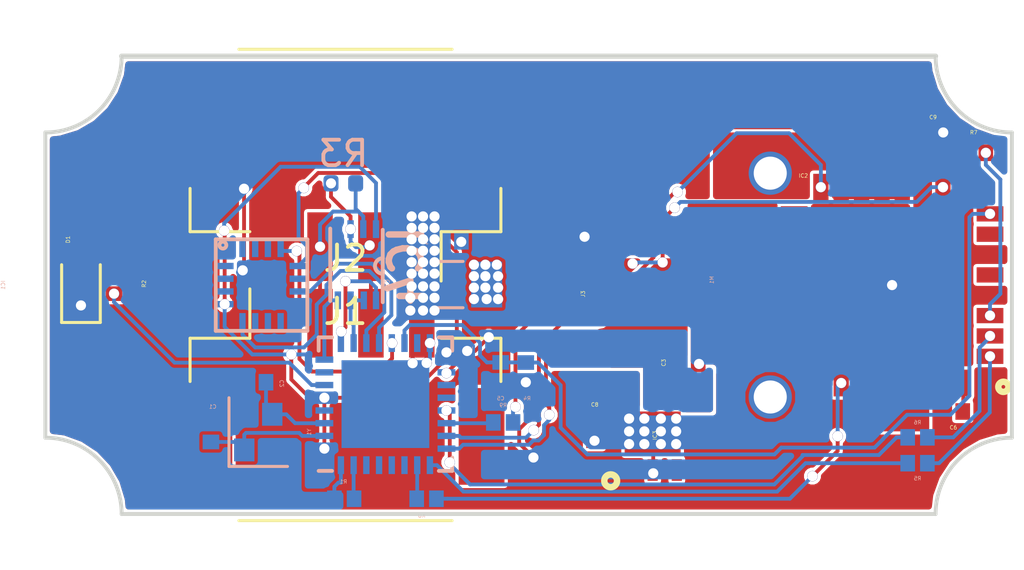
<source format=kicad_pcb>
(kicad_pcb (version 20171130) (host pcbnew 5.0.0-fee4fd1~66~ubuntu16.04.1)

  (general
    (thickness 1.6)
    (drawings 8)
    (tracks 388)
    (zones 0)
    (modules 29)
    (nets 59)
  )

  (page A4)
  (layers
    (0 F.Cu signal)
    (31 B.Cu signal)
    (32 B.Adhes user)
    (33 F.Adhes user)
    (34 B.Paste user)
    (35 F.Paste user)
    (36 B.SilkS user)
    (37 F.SilkS user)
    (38 B.Mask user)
    (39 F.Mask user)
    (40 Dwgs.User user)
    (41 Cmts.User user)
    (42 Eco1.User user)
    (43 Eco2.User user)
    (44 Edge.Cuts user)
    (45 Margin user)
    (46 B.CrtYd user)
    (47 F.CrtYd user)
    (48 B.Fab user)
    (49 F.Fab user)
  )

  (setup
    (last_trace_width 0.15)
    (trace_clearance 0.127)
    (zone_clearance 0.1016)
    (zone_45_only no)
    (trace_min 0.127)
    (segment_width 0.2)
    (edge_width 0.15)
    (via_size 0.41)
    (via_drill 0.4)
    (via_min_size 0.4)
    (via_min_drill 0.3)
    (uvia_size 0.3)
    (uvia_drill 0.1)
    (uvias_allowed no)
    (uvia_min_size 0.2)
    (uvia_min_drill 0.1)
    (pcb_text_width 0.3)
    (pcb_text_size 1.5 1.5)
    (mod_edge_width 0.15)
    (mod_text_size 0.15 0.15)
    (mod_text_width 0.02)
    (pad_size 5.2 5.2)
    (pad_drill 0)
    (pad_to_mask_clearance 0.1016)
    (solder_mask_min_width 0.1016)
    (aux_axis_origin 0 0)
    (visible_elements FFFFFF7F)
    (pcbplotparams
      (layerselection 0x01cf0_ffffffff)
      (usegerberextensions false)
      (usegerberattributes false)
      (usegerberadvancedattributes false)
      (creategerberjobfile false)
      (excludeedgelayer true)
      (linewidth 0.100000)
      (plotframeref false)
      (viasonmask false)
      (mode 1)
      (useauxorigin false)
      (hpglpennumber 1)
      (hpglpenspeed 20)
      (hpglpendiameter 15.000000)
      (psnegative false)
      (psa4output false)
      (plotreference true)
      (plotvalue true)
      (plotinvisibletext false)
      (padsonsilk false)
      (subtractmaskfromsilk false)
      (outputformat 1)
      (mirror false)
      (drillshape 0)
      (scaleselection 1)
      (outputdirectory "GERBER/"))
  )

  (net 0 "")
  (net 1 GND)
  (net 2 "Net-(C1-Pad1)")
  (net 3 "Net-(C2-Pad2)")
  (net 4 +3V3)
  (net 5 +BATT)
  (net 6 FB)
  (net 7 "Net-(C6-Pad2)")
  (net 8 MOSI)
  (net 9 MISO)
  (net 10 "Net-(IC2-Pad1)")
  (net 11 "Net-(IC2-Pad2)")
  (net 12 "Net-(IC2-Pad3)")
  (net 13 OUT1)
  (net 14 "Net-(IC2-Pad16)")
  (net 15 "Net-(IC2-Pad26)")
  (net 16 OUT2)
  (net 17 "Net-(R1-Pad1)")
  (net 18 D1)
  (net 19 D2)
  (net 20 SCK)
  (net 21 SWDIO)
  (net 22 SWCLK)
  (net 23 ENC_CS)
  (net 24 "Net-(D1-Pad2)")
  (net 25 "Net-(IC1-Pad1)")
  (net 26 "Net-(IC1-Pad2)")
  (net 27 "Net-(IC1-Pad3)")
  (net 28 "Net-(IC1-Pad6)")
  (net 29 "Net-(IC1-Pad10)")
  (net 30 "Net-(IC1-Pad11)")
  (net 31 "Net-(IC1-Pad14)")
  (net 32 "Net-(IC1-Pad15)")
  (net 33 "Net-(IC1-Pad16)")
  (net 34 "Net-(IC2-Pad5)")
  (net 35 "Net-(IC2-Pad7)")
  (net 36 "Net-(IC2-Pad9)")
  (net 37 "Net-(IC2-Pad17)")
  (net 38 "Net-(IC2-Pad21)")
  (net 39 "Net-(IC2-Pad25)")
  (net 40 "Net-(IC3-Pad3)")
  (net 41 signaling)
  (net 42 "Net-(U1-Pad4)")
  (net 43 "Net-(U1-Pad7)")
  (net 44 "Net-(U1-Pad19)")
  (net 45 "Net-(U1-Pad27)")
  (net 46 "Net-(U1-Pad28)")
  (net 47 "Net-(U1-Pad29)")
  (net 48 "Net-(U1-Pad20)")
  (net 49 IN2)
  (net 50 IN1)
  (net 51 "Net-(IC1-Pad9)")
  (net 52 "Net-(U1-Pad30)")
  (net 53 "Net-(U1-Pad15)")
  (net 54 B)
  (net 55 A)
  (net 56 TX)
  (net 57 RX)
  (net 58 DIR)

  (net_class Default "This is the default net class."
    (clearance 0.127)
    (trace_width 0.15)
    (via_dia 0.41)
    (via_drill 0.4)
    (uvia_dia 0.3)
    (uvia_drill 0.1)
    (add_net +3V3)
    (add_net +BATT)
    (add_net A)
    (add_net B)
    (add_net D1)
    (add_net D2)
    (add_net DIR)
    (add_net ENC_CS)
    (add_net FB)
    (add_net GND)
    (add_net IN1)
    (add_net IN2)
    (add_net MISO)
    (add_net MOSI)
    (add_net "Net-(C1-Pad1)")
    (add_net "Net-(C2-Pad2)")
    (add_net "Net-(C6-Pad2)")
    (add_net "Net-(D1-Pad2)")
    (add_net "Net-(IC1-Pad1)")
    (add_net "Net-(IC1-Pad10)")
    (add_net "Net-(IC1-Pad11)")
    (add_net "Net-(IC1-Pad14)")
    (add_net "Net-(IC1-Pad15)")
    (add_net "Net-(IC1-Pad16)")
    (add_net "Net-(IC1-Pad2)")
    (add_net "Net-(IC1-Pad3)")
    (add_net "Net-(IC1-Pad6)")
    (add_net "Net-(IC1-Pad9)")
    (add_net "Net-(IC2-Pad1)")
    (add_net "Net-(IC2-Pad16)")
    (add_net "Net-(IC2-Pad17)")
    (add_net "Net-(IC2-Pad2)")
    (add_net "Net-(IC2-Pad21)")
    (add_net "Net-(IC2-Pad25)")
    (add_net "Net-(IC2-Pad26)")
    (add_net "Net-(IC2-Pad3)")
    (add_net "Net-(IC2-Pad5)")
    (add_net "Net-(IC2-Pad7)")
    (add_net "Net-(IC2-Pad9)")
    (add_net "Net-(IC3-Pad3)")
    (add_net "Net-(R1-Pad1)")
    (add_net "Net-(U1-Pad15)")
    (add_net "Net-(U1-Pad19)")
    (add_net "Net-(U1-Pad20)")
    (add_net "Net-(U1-Pad27)")
    (add_net "Net-(U1-Pad28)")
    (add_net "Net-(U1-Pad29)")
    (add_net "Net-(U1-Pad30)")
    (add_net "Net-(U1-Pad4)")
    (add_net "Net-(U1-Pad7)")
    (add_net OUT1)
    (add_net OUT2)
    (add_net RX)
    (add_net SCK)
    (add_net SWCLK)
    (add_net SWDIO)
    (add_net TX)
    (add_net signaling)
  )

  (module SOIC127P600X175-8N (layer B.Cu) (tedit 5B7CC3C7) (tstamp 5B94AD4B)
    (at 12.25 8.2 90)
    (descr SOIC127P600X175-8N)
    (tags "Integrated Circuit")
    (path /5B7CF388)
    (attr smd)
    (fp_text reference IC4 (at -0.05 1.95 90) (layer B.SilkS)
      (effects (font (size 1.27 1.27) (thickness 0.254)) (justify mirror))
    )
    (fp_text value LTC2850IS8PBF (at -3.4544 4.445 90) (layer B.SilkS) hide
      (effects (font (size 1.27 1.27) (thickness 0.254)) (justify mirror))
    )
    (fp_line (start -1.4224 -1.05) (end 1.4224 -1.05) (layer B.SilkS) (width 0.1524))
    (fp_line (start 1.3724 1.0146) (end 0.2548 1.0146) (layer B.SilkS) (width 0.1524))
    (fp_line (start 0.2548 1.0146) (end -0.3548 1.0146) (layer B.SilkS) (width 0.1524))
    (fp_line (start -0.3548 1.0146) (end -1.4724 1.0146) (layer B.SilkS) (width 0.1524))
    (fp_arc (start -0.05 1.0146) (end 0.2548 1.0146) (angle -180) (layer B.SilkS) (width 0.1524))
    (pad 1 smd rect (at -1.4 0.75) (size 0.25 0.7) (layers B.Cu B.Paste B.Mask)
      (net 57 RX))
    (pad 2 smd rect (at -1.4 0.27) (size 0.25 0.7) (layers B.Cu B.Paste B.Mask)
      (net 58 DIR))
    (pad 3 smd rect (at -1.4 -0.25) (size 0.25 0.7) (layers B.Cu B.Paste B.Mask)
      (net 58 DIR))
    (pad 4 smd rect (at -1.4 -0.75) (size 0.25 0.7) (layers B.Cu B.Paste B.Mask)
      (net 56 TX))
    (pad 7 smd rect (at 1.4 0.25) (size 0.25 0.7) (layers B.Cu B.Paste B.Mask)
      (net 54 B))
    (pad 8 smd rect (at 1.4 0.75) (size 0.25 0.7) (layers B.Cu B.Paste B.Mask)
      (net 4 +3V3))
    (pad 5 smd rect (at 1.4 -0.75) (size 0.25 0.7) (layers B.Cu B.Paste B.Mask)
      (net 1 GND))
    (pad 6 smd rect (at 1.4 -0.25) (size 0.25 0.7) (layers B.Cu B.Paste B.Mask)
      (net 55 A))
  )

  (module Package_DFN_QFN:QFN-32-1EP_5x5mm_P0.5mm_EP3.45x3.45mm (layer B.Cu) (tedit 5A651CE1) (tstamp 5B863378)
    (at 13.37 13.68)
    (descr "UH Package; 32-Lead Plastic QFN (5mm x 5mm); (see Linear Technology QFN_32_05-08-1693.pdf)")
    (tags "QFN 0.5")
    (path /5B483081)
    (attr smd)
    (fp_text reference U1 (at 3.3 -2.17) (layer B.SilkS)
      (effects (font (size 0.15 0.15) (thickness 0.02)) (justify mirror))
    )
    (fp_text value STM32L432KCUx (at 0 -3.75) (layer B.Fab)
      (effects (font (size 0.15 0.15) (thickness 0.02)) (justify mirror))
    )
    (fp_text user %R (at 0 0) (layer B.Fab)
      (effects (font (size 0.15 0.15) (thickness 0.02)) (justify mirror))
    )
    (fp_line (start -1.5 2.5) (end 2.5 2.5) (layer B.Fab) (width 0.15))
    (fp_line (start 2.5 2.5) (end 2.5 -2.5) (layer B.Fab) (width 0.15))
    (fp_line (start 2.5 -2.5) (end -2.5 -2.5) (layer B.Fab) (width 0.15))
    (fp_line (start -2.5 -2.5) (end -2.5 1.5) (layer B.Fab) (width 0.15))
    (fp_line (start -2.5 1.5) (end -1.5 2.5) (layer B.Fab) (width 0.15))
    (fp_line (start -3 3) (end -3 -3) (layer B.CrtYd) (width 0.05))
    (fp_line (start 3 3) (end 3 -3) (layer B.CrtYd) (width 0.05))
    (fp_line (start -3 3) (end 3 3) (layer B.CrtYd) (width 0.05))
    (fp_line (start -3 -3) (end 3 -3) (layer B.CrtYd) (width 0.05))
    (fp_line (start 2.625 2.625) (end 2.625 2.1) (layer B.SilkS) (width 0.15))
    (fp_line (start -2.625 -2.625) (end -2.625 -2.1) (layer B.SilkS) (width 0.15))
    (fp_line (start 2.625 -2.625) (end 2.625 -2.1) (layer B.SilkS) (width 0.15))
    (fp_line (start -2.625 2.625) (end -2.1 2.625) (layer B.SilkS) (width 0.15))
    (fp_line (start -2.625 -2.625) (end -2.1 -2.625) (layer B.SilkS) (width 0.15))
    (fp_line (start 2.625 -2.625) (end 2.1 -2.625) (layer B.SilkS) (width 0.15))
    (fp_line (start 2.625 2.625) (end 2.1 2.625) (layer B.SilkS) (width 0.15))
    (pad 1 smd rect (at -2.4 1.75) (size 0.7 0.25) (layers B.Cu B.Paste B.Mask)
      (net 4 +3V3))
    (pad 2 smd rect (at -2.4 1.25) (size 0.7 0.25) (layers B.Cu B.Paste B.Mask)
      (net 2 "Net-(C1-Pad1)"))
    (pad 3 smd rect (at -2.4 0.75) (size 0.7 0.25) (layers B.Cu B.Paste B.Mask)
      (net 3 "Net-(C2-Pad2)"))
    (pad 4 smd rect (at -2.4 0.25) (size 0.7 0.25) (layers B.Cu B.Paste B.Mask)
      (net 42 "Net-(U1-Pad4)"))
    (pad 5 smd rect (at -2.4 -0.25) (size 0.7 0.25) (layers B.Cu B.Paste B.Mask)
      (net 4 +3V3))
    (pad 6 smd rect (at -2.4 -0.75) (size 0.7 0.25) (layers B.Cu B.Paste B.Mask)
      (net 41 signaling))
    (pad 7 smd rect (at -2.4 -1.25) (size 0.7 0.25) (layers B.Cu B.Paste B.Mask)
      (net 43 "Net-(U1-Pad7)"))
    (pad 8 smd rect (at -2.4 -1.75) (size 0.7 0.25) (layers B.Cu B.Paste B.Mask)
      (net 56 TX))
    (pad 9 smd rect (at -1.75 -2.4 270) (size 0.7 0.25) (layers B.Cu B.Paste B.Mask)
      (net 57 RX))
    (pad 10 smd rect (at -1.25 -2.4 270) (size 0.7 0.25) (layers B.Cu B.Paste B.Mask)
      (net 58 DIR))
    (pad 11 smd rect (at -0.75 -2.4 270) (size 0.7 0.25) (layers B.Cu B.Paste B.Mask)
      (net 20 SCK))
    (pad 12 smd rect (at -0.25 -2.4 270) (size 0.7 0.25) (layers B.Cu B.Paste B.Mask)
      (net 9 MISO))
    (pad 13 smd rect (at 0.25 -2.4 270) (size 0.7 0.25) (layers B.Cu B.Paste B.Mask)
      (net 8 MOSI))
    (pad 14 smd rect (at 0.75 -2.4 270) (size 0.7 0.25) (layers B.Cu B.Paste B.Mask)
      (net 6 FB))
    (pad 15 smd rect (at 1.25 -2.4 270) (size 0.7 0.25) (layers B.Cu B.Paste B.Mask)
      (net 53 "Net-(U1-Pad15)"))
    (pad 16 smd rect (at 1.75 -2.4 270) (size 0.7 0.25) (layers B.Cu B.Paste B.Mask)
      (net 1 GND))
    (pad 17 smd rect (at 2.4 -1.75) (size 0.7 0.25) (layers B.Cu B.Paste B.Mask)
      (net 4 +3V3))
    (pad 18 smd rect (at 2.4 -1.25) (size 0.7 0.25) (layers B.Cu B.Paste B.Mask)
      (net 23 ENC_CS))
    (pad 19 smd rect (at 2.4 -0.75) (size 0.7 0.25) (layers B.Cu B.Paste B.Mask)
      (net 44 "Net-(U1-Pad19)"))
    (pad 20 smd rect (at 2.4 -0.25) (size 0.7 0.25) (layers B.Cu B.Paste B.Mask)
      (net 48 "Net-(U1-Pad20)"))
    (pad 21 smd rect (at 2.4 0.25) (size 0.7 0.25) (layers B.Cu B.Paste B.Mask)
      (net 50 IN1))
    (pad 22 smd rect (at 2.4 0.75) (size 0.7 0.25) (layers B.Cu B.Paste B.Mask)
      (net 19 D2))
    (pad 23 smd rect (at 2.4 1.25) (size 0.7 0.25) (layers B.Cu B.Paste B.Mask)
      (net 21 SWDIO))
    (pad 24 smd rect (at 2.4 1.75) (size 0.7 0.25) (layers B.Cu B.Paste B.Mask)
      (net 22 SWCLK))
    (pad 25 smd rect (at 1.75 2.4 270) (size 0.7 0.25) (layers B.Cu B.Paste B.Mask)
      (net 49 IN2))
    (pad 26 smd rect (at 1.25 2.4 270) (size 0.7 0.25) (layers B.Cu B.Paste B.Mask)
      (net 18 D1))
    (pad 27 smd rect (at 0.75 2.4 270) (size 0.7 0.25) (layers B.Cu B.Paste B.Mask)
      (net 45 "Net-(U1-Pad27)"))
    (pad 28 smd rect (at 0.25 2.4 270) (size 0.7 0.25) (layers B.Cu B.Paste B.Mask)
      (net 46 "Net-(U1-Pad28)"))
    (pad 29 smd rect (at -0.25 2.4 270) (size 0.7 0.25) (layers B.Cu B.Paste B.Mask)
      (net 47 "Net-(U1-Pad29)"))
    (pad 30 smd rect (at -0.75 2.4 270) (size 0.7 0.25) (layers B.Cu B.Paste B.Mask)
      (net 52 "Net-(U1-Pad30)"))
    (pad 31 smd rect (at -1.25 2.4 270) (size 0.7 0.25) (layers B.Cu B.Paste B.Mask)
      (net 17 "Net-(R1-Pad1)"))
    (pad 32 smd rect (at -1.75 2.4 270) (size 0.7 0.25) (layers B.Cu B.Paste B.Mask)
      (net 1 GND))
    (pad "" smd rect (at 1.15 -1.15) (size 0.92 0.92) (layers B.Paste))
    (pad 33 smd rect (at 0 0) (size 3.45 3.45) (layers B.Cu B.Mask)
      (net 1 GND))
    (pad "" smd rect (at 0 -1.15) (size 0.92 0.92) (layers B.Paste))
    (pad "" smd rect (at -1.15 -1.15) (size 0.92 0.92) (layers B.Paste))
    (pad "" smd rect (at -1.15 0) (size 0.92 0.92) (layers B.Paste))
    (pad "" smd rect (at 0 0) (size 0.92 0.92) (layers B.Paste))
    (pad "" smd rect (at 1.15 0) (size 0.92 0.92) (layers B.Paste))
    (pad "" smd rect (at -1.15 1.15) (size 0.92 0.92) (layers B.Paste))
    (pad "" smd rect (at 0 1.15) (size 0.92 0.92) (layers B.Paste))
    (pad "" smd rect (at 1.15 1.15) (size 0.92 0.92) (layers B.Paste))
    (model ${KISYS3DMOD}/Package_DFN_QFN.3dshapes/QFN-32-1EP_5x5mm_P0.5mm_EP3.45x3.45mm.wrl
      (at (xyz 0 0 0))
      (scale (xyz 1 1 1))
      (rotate (xyz 0 0 0))
    )
  )

  (module MA702:MA702 (layer B.Cu) (tedit 5B68EDA6) (tstamp 5B49210D)
    (at 8.5 9 270)
    (path /5B627340)
    (fp_text reference IC1 (at 0 10.16 270) (layer B.SilkS)
      (effects (font (size 0.15 0.15) (thickness 0.02)) (justify mirror))
    )
    (fp_text value MA702 (at 0 8.89 270) (layer B.Fab)
      (effects (font (size 0.15 0.15) (thickness 0.02)) (justify mirror))
    )
    (fp_line (start -1.8 1.8) (end 1.8 1.8) (layer B.SilkS) (width 0.15))
    (fp_line (start 1.8 1.8) (end 1.8 -1.8) (layer B.SilkS) (width 0.15))
    (fp_line (start 1.8 -1.8) (end -1.8 -1.8) (layer B.SilkS) (width 0.15))
    (fp_line (start -1.8 -1.8) (end -1.8 1.8) (layer B.SilkS) (width 0.15))
    (fp_circle (center -1.57 1.52) (end -1.51 1.52) (layer B.SilkS) (width 0.15))
    (pad 16 smd rect (at -0.75 1.45 270) (size 0.25 0.7) (layers B.Cu B.Paste B.Mask)
      (net 33 "Net-(IC1-Pad16)"))
    (pad 15 smd rect (at -0.25 1.45 270) (size 0.25 0.7) (layers B.Cu B.Paste B.Mask)
      (net 32 "Net-(IC1-Pad15)"))
    (pad 14 smd rect (at 0.25 1.45 270) (size 0.25 0.7) (layers B.Cu B.Paste B.Mask)
      (net 31 "Net-(IC1-Pad14)"))
    (pad 13 smd rect (at 0.75 1.45 270) (size 0.25 0.7) (layers B.Cu B.Paste B.Mask)
      (net 4 +3V3))
    (pad 12 smd rect (at 1.45 0.75 270) (size 0.7 0.25) (layers B.Cu B.Paste B.Mask)
      (net 20 SCK))
    (pad 11 smd rect (at 1.45 0.25 270) (size 0.7 0.25) (layers B.Cu B.Paste B.Mask)
      (net 30 "Net-(IC1-Pad11)"))
    (pad 10 smd rect (at 1.45 -0.25 270) (size 0.7 0.25) (layers B.Cu B.Paste B.Mask)
      (net 29 "Net-(IC1-Pad10)"))
    (pad 9 smd rect (at 1.45 -0.75 270) (size 0.7 0.25) (layers B.Cu B.Paste B.Mask)
      (net 51 "Net-(IC1-Pad9)"))
    (pad 8 smd rect (at 0.75 -1.45 270) (size 0.25 0.7) (layers B.Cu B.Paste B.Mask)
      (net 1 GND))
    (pad 7 smd rect (at 0.25 -1.45 270) (size 0.25 0.7) (layers B.Cu B.Paste B.Mask)
      (net 9 MISO))
    (pad 6 smd rect (at -0.25 -1.45 270) (size 0.25 0.7) (layers B.Cu B.Paste B.Mask)
      (net 28 "Net-(IC1-Pad6)"))
    (pad 5 smd rect (at -0.75 -1.45 270) (size 0.25 0.7) (layers B.Cu B.Paste B.Mask)
      (net 23 ENC_CS))
    (pad 4 smd rect (at -1.45 -0.75 270) (size 0.7 0.25) (layers B.Cu B.Paste B.Mask)
      (net 8 MOSI))
    (pad 3 smd rect (at -1.45 -0.25 270) (size 0.7 0.25) (layers B.Cu B.Paste B.Mask)
      (net 27 "Net-(IC1-Pad3)"))
    (pad 2 smd rect (at -1.45 0.25 270) (size 0.7 0.25) (layers B.Cu B.Paste B.Mask)
      (net 26 "Net-(IC1-Pad2)"))
    (pad 1 smd rect (at -1.45 0.75 270) (size 0.7 0.25) (layers B.Cu B.Paste B.Mask)
      (net 25 "Net-(IC1-Pad1)"))
    (pad 17 smd rect (at 0 0 270) (size 1.7 1.7) (layers B.Cu B.Paste B.Mask)
      (net 1 GND))
    (model "/home/kbisland/Documents/motor controller Mini/A3918SESTR-T/3D/A3918SESTR-T.stp"
      (at (xyz 0 0 0))
      (scale (xyz 1 1 1))
      (rotate (xyz 0 0 0))
    )
  )

  (module pads1x4:1x4Pads (layer F.Cu) (tedit 5B6266E3) (tstamp 5B6E47E6)
    (at 21.2 9.35 270)
    (path /5B48ADC7)
    (fp_text reference J3 (at 0 0.06 270) (layer F.SilkS)
      (effects (font (size 0.15 0.15) (thickness 0.02)))
    )
    (fp_text value Conn_01x04_Male (at -0.14 0.76 270) (layer F.Fab)
      (effects (font (size 0.15 0.15) (thickness 0.02)))
    )
    (pad 1 smd oval (at -2.25 0 270) (size 1 2) (layers F.Cu F.Paste F.Mask)
      (net 1 GND))
    (pad 2 smd oval (at -0.75 0 270) (size 1 2) (layers F.Cu F.Paste F.Mask)
      (net 4 +3V3))
    (pad 3 smd oval (at 0.75 0 270) (size 1 2) (layers F.Cu F.Paste F.Mask)
      (net 21 SWDIO))
    (pad 4 smd oval (at 2.25 0 270) (size 1 2) (layers F.Cu F.Paste F.Mask)
      (net 22 SWCLK))
  )

  (module hv5932mgMotor:hv5932mgMotor (layer F.Cu) (tedit 5B625FB8) (tstamp 5B755A38)
    (at 28.5 9 90)
    (path /5B488724)
    (fp_text reference M1 (at 0.2 -2.3 90) (layer B.SilkS)
      (effects (font (size 0.15 0.15) (thickness 0.02)) (justify mirror))
    )
    (fp_text value Motor_DC (at 0.3 -1.8 90) (layer B.Fab)
      (effects (font (size 0.15 0.15) (thickness 0.02)) (justify mirror))
    )
    (pad 1 thru_hole circle (at -4.4 0 90) (size 1.7 1.7) (drill 1.3) (layers *.Cu *.Mask)
      (net 16 OUT2))
    (pad 2 thru_hole circle (at 4.4 0 90) (size 1.7 1.7) (drill 1.3) (layers *.Cu *.Mask)
      (net 13 OUT1))
  )

  (module Capacitor_SMD:C_0402_1005Metric (layer B.Cu) (tedit 5AC5DB74) (tstamp 5B753BAF)
    (at 6.51 14.78 90)
    (descr "Capacitor SMD 0402 (1005 Metric), square (rectangular) end terminal, IPC_7351 nominal, (Body size source: http://www.tortai-tech.com/upload/download/2011102023233369053.pdf), generated with kicad-footprint-generator")
    (tags capacitor)
    (path /5B480489)
    (attr smd)
    (fp_text reference C1 (at 1 0.07 -180) (layer B.SilkS)
      (effects (font (size 0.15 0.15) (thickness 0.02)) (justify mirror))
    )
    (fp_text value 10pF (at 0.7 -0.03 -180) (layer B.Fab)
      (effects (font (size 0.15 0.15) (thickness 0.02)) (justify mirror))
    )
    (fp_text user %R (at 0 0 -90) (layer B.Fab)
      (effects (font (size 0.15 0.15) (thickness 0.02)) (justify mirror))
    )
    (fp_line (start 0.82 -0.48) (end -0.82 -0.48) (layer B.CrtYd) (width 0.05))
    (fp_line (start 0.82 0.48) (end 0.82 -0.48) (layer B.CrtYd) (width 0.05))
    (fp_line (start -0.82 0.48) (end 0.82 0.48) (layer B.CrtYd) (width 0.05))
    (fp_line (start -0.82 -0.48) (end -0.82 0.48) (layer B.CrtYd) (width 0.05))
    (fp_line (start 0.5 -0.25) (end -0.5 -0.25) (layer B.Fab) (width 0.1))
    (fp_line (start 0.5 0.25) (end 0.5 -0.25) (layer B.Fab) (width 0.1))
    (fp_line (start -0.5 0.25) (end 0.5 0.25) (layer B.Fab) (width 0.1))
    (fp_line (start -0.5 -0.25) (end -0.5 0.25) (layer B.Fab) (width 0.1))
    (pad 2 smd rect (at 0.3875 0 90) (size 0.575 0.65) (layers B.Cu B.Paste B.Mask)
      (net 1 GND))
    (pad 1 smd rect (at -0.3875 0 90) (size 0.575 0.65) (layers B.Cu B.Paste B.Mask)
      (net 2 "Net-(C1-Pad1)"))
    (model ${KISYS3DMOD}/Capacitor_SMD.3dshapes/C_0402_1005Metric.wrl
      (at (xyz 0 0 0))
      (scale (xyz 1 1 1))
      (rotate (xyz 0 0 0))
    )
  )

  (module Capacitor_SMD:C_0402_1005Metric (layer B.Cu) (tedit 5AC5DB74) (tstamp 5B6E3F79)
    (at 8.2875 12.82)
    (descr "Capacitor SMD 0402 (1005 Metric), square (rectangular) end terminal, IPC_7351 nominal, (Body size source: http://www.tortai-tech.com/upload/download/2011102023233369053.pdf), generated with kicad-footprint-generator")
    (tags capacitor)
    (path /5B480490)
    (attr smd)
    (fp_text reference C2 (at 1.0135 0.05 -270) (layer B.SilkS)
      (effects (font (size 0.15 0.15) (thickness 0.02)) (justify mirror))
    )
    (fp_text value 10pF (at 0.7135 -0.05 -270) (layer B.Fab)
      (effects (font (size 0.15 0.15) (thickness 0.02)) (justify mirror))
    )
    (fp_line (start -0.5 -0.25) (end -0.5 0.25) (layer B.Fab) (width 0.1))
    (fp_line (start -0.5 0.25) (end 0.5 0.25) (layer B.Fab) (width 0.1))
    (fp_line (start 0.5 0.25) (end 0.5 -0.25) (layer B.Fab) (width 0.1))
    (fp_line (start 0.5 -0.25) (end -0.5 -0.25) (layer B.Fab) (width 0.1))
    (fp_line (start -0.82 -0.48) (end -0.82 0.48) (layer B.CrtYd) (width 0.05))
    (fp_line (start -0.82 0.48) (end 0.82 0.48) (layer B.CrtYd) (width 0.05))
    (fp_line (start 0.82 0.48) (end 0.82 -0.48) (layer B.CrtYd) (width 0.05))
    (fp_line (start 0.82 -0.48) (end -0.82 -0.48) (layer B.CrtYd) (width 0.05))
    (fp_text user %R (at 0 0 -270) (layer B.Fab)
      (effects (font (size 0.15 0.15) (thickness 0.02)) (justify mirror))
    )
    (pad 1 smd rect (at -0.3875 0) (size 0.575 0.65) (layers B.Cu B.Paste B.Mask)
      (net 1 GND))
    (pad 2 smd rect (at 0.3875 0) (size 0.575 0.65) (layers B.Cu B.Paste B.Mask)
      (net 3 "Net-(C2-Pad2)"))
    (model ${KISYS3DMOD}/Capacitor_SMD.3dshapes/C_0402_1005Metric.wrl
      (at (xyz 0 0 0))
      (scale (xyz 1 1 1))
      (rotate (xyz 0 0 0))
    )
  )

  (module Capacitor_SMD:C_0402_1005Metric (layer F.Cu) (tedit 5AC5DB74) (tstamp 5B94BAE9)
    (at 25.28 12.09)
    (descr "Capacitor SMD 0402 (1005 Metric), square (rectangular) end terminal, IPC_7351 nominal, (Body size source: http://www.tortai-tech.com/upload/download/2011102023233369053.pdf), generated with kicad-footprint-generator")
    (tags capacitor)
    (path /5B47CE3D)
    (attr smd)
    (fp_text reference C3 (at -0.97 -0.038 -270) (layer F.SilkS)
      (effects (font (size 0.15 0.15) (thickness 0.02)))
    )
    (fp_text value 1UF (at 0 1.18) (layer F.Fab)
      (effects (font (size 0.15 0.15) (thickness 0.02)))
    )
    (fp_line (start -0.5 0.25) (end -0.5 -0.25) (layer F.Fab) (width 0.1))
    (fp_line (start -0.5 -0.25) (end 0.5 -0.25) (layer F.Fab) (width 0.1))
    (fp_line (start 0.5 -0.25) (end 0.5 0.25) (layer F.Fab) (width 0.1))
    (fp_line (start 0.5 0.25) (end -0.5 0.25) (layer F.Fab) (width 0.1))
    (fp_line (start -0.82 0.48) (end -0.82 -0.48) (layer F.CrtYd) (width 0.05))
    (fp_line (start -0.82 -0.48) (end 0.82 -0.48) (layer F.CrtYd) (width 0.05))
    (fp_line (start 0.82 -0.48) (end 0.82 0.48) (layer F.CrtYd) (width 0.05))
    (fp_line (start 0.82 0.48) (end -0.82 0.48) (layer F.CrtYd) (width 0.05))
    (fp_text user %R (at 0 0) (layer F.Fab)
      (effects (font (size 0.15 0.15) (thickness 0.02)))
    )
    (pad 1 smd rect (at -0.3875 0) (size 0.575 0.65) (layers F.Cu F.Paste F.Mask)
      (net 4 +3V3))
    (pad 2 smd rect (at 0.3875 0) (size 0.575 0.65) (layers F.Cu F.Paste F.Mask)
      (net 1 GND))
    (model ${KISYS3DMOD}/Capacitor_SMD.3dshapes/C_0402_1005Metric.wrl
      (at (xyz 0 0 0))
      (scale (xyz 1 1 1))
      (rotate (xyz 0 0 0))
    )
  )

  (module Capacitor_SMD:C_0402_1005Metric (layer B.Cu) (tedit 5AC5DB74) (tstamp 5B542763)
    (at 17.9 12.4275 270)
    (descr "Capacitor SMD 0402 (1005 Metric), square (rectangular) end terminal, IPC_7351 nominal, (Body size source: http://www.tortai-tech.com/upload/download/2011102023233369053.pdf), generated with kicad-footprint-generator")
    (tags capacitor)
    (path /5B3AFEC4)
    (attr smd)
    (fp_text reference C5 (at 1.025 0) (layer B.SilkS)
      (effects (font (size 0.15 0.15) (thickness 0.02)) (justify mirror))
    )
    (fp_text value 1uf (at 0 -1.18 270) (layer B.Fab)
      (effects (font (size 0.15 0.15) (thickness 0.02)) (justify mirror))
    )
    (fp_text user %R (at 0 0 270) (layer B.Fab)
      (effects (font (size 0.15 0.15) (thickness 0.02)) (justify mirror))
    )
    (fp_line (start 0.82 -0.48) (end -0.82 -0.48) (layer B.CrtYd) (width 0.05))
    (fp_line (start 0.82 0.48) (end 0.82 -0.48) (layer B.CrtYd) (width 0.05))
    (fp_line (start -0.82 0.48) (end 0.82 0.48) (layer B.CrtYd) (width 0.05))
    (fp_line (start -0.82 -0.48) (end -0.82 0.48) (layer B.CrtYd) (width 0.05))
    (fp_line (start 0.5 -0.25) (end -0.5 -0.25) (layer B.Fab) (width 0.1))
    (fp_line (start 0.5 0.25) (end 0.5 -0.25) (layer B.Fab) (width 0.1))
    (fp_line (start -0.5 0.25) (end 0.5 0.25) (layer B.Fab) (width 0.1))
    (fp_line (start -0.5 -0.25) (end -0.5 0.25) (layer B.Fab) (width 0.1))
    (pad 2 smd rect (at 0.3875 0 270) (size 0.575 0.65) (layers B.Cu B.Paste B.Mask)
      (net 1 GND))
    (pad 1 smd rect (at -0.3875 0 270) (size 0.575 0.65) (layers B.Cu B.Paste B.Mask)
      (net 6 FB))
    (model ${KISYS3DMOD}/Capacitor_SMD.3dshapes/C_0402_1005Metric.wrl
      (at (xyz 0 0 0))
      (scale (xyz 1 1 1))
      (rotate (xyz 0 0 0))
    )
  )

  (module Capacitor_SMD:C_0402_1005Metric (layer F.Cu) (tedit 5AC5DB74) (tstamp 5B538C10)
    (at 35.6805 13.97)
    (descr "Capacitor SMD 0402 (1005 Metric), square (rectangular) end terminal, IPC_7351 nominal, (Body size source: http://www.tortai-tech.com/upload/download/2011102023233369053.pdf), generated with kicad-footprint-generator")
    (tags capacitor)
    (path /5B3B30FB)
    (attr smd)
    (fp_text reference C6 (at 0.0195 0.63) (layer F.SilkS)
      (effects (font (size 0.15 0.15) (thickness 0.02)))
    )
    (fp_text value 33nf (at 0 1.18) (layer F.Fab)
      (effects (font (size 0.15 0.15) (thickness 0.02)))
    )
    (fp_line (start -0.5 0.25) (end -0.5 -0.25) (layer F.Fab) (width 0.1))
    (fp_line (start -0.5 -0.25) (end 0.5 -0.25) (layer F.Fab) (width 0.1))
    (fp_line (start 0.5 -0.25) (end 0.5 0.25) (layer F.Fab) (width 0.1))
    (fp_line (start 0.5 0.25) (end -0.5 0.25) (layer F.Fab) (width 0.1))
    (fp_line (start -0.82 0.48) (end -0.82 -0.48) (layer F.CrtYd) (width 0.05))
    (fp_line (start -0.82 -0.48) (end 0.82 -0.48) (layer F.CrtYd) (width 0.05))
    (fp_line (start 0.82 -0.48) (end 0.82 0.48) (layer F.CrtYd) (width 0.05))
    (fp_line (start 0.82 0.48) (end -0.82 0.48) (layer F.CrtYd) (width 0.05))
    (fp_text user %R (at 0 0) (layer F.Fab)
      (effects (font (size 0.15 0.15) (thickness 0.02)))
    )
    (pad 1 smd rect (at -0.3875 0) (size 0.575 0.65) (layers F.Cu F.Paste F.Mask)
      (net 5 +BATT))
    (pad 2 smd rect (at 0.3875 0) (size 0.575 0.65) (layers F.Cu F.Paste F.Mask)
      (net 7 "Net-(C6-Pad2)"))
    (model ${KISYS3DMOD}/Capacitor_SMD.3dshapes/C_0402_1005Metric.wrl
      (at (xyz 0 0 0))
      (scale (xyz 1 1 1))
      (rotate (xyz 0 0 0))
    )
  )

  (module Capacitor_SMD:C_1206_3216Metric (layer B.Cu) (tedit 5AC5DB74) (tstamp 5B862F89)
    (at 15.92 8.98 180)
    (descr "Capacitor SMD 1206 (3216 Metric), square (rectangular) end terminal, IPC_7351 nominal, (Body size source: http://www.tortai-tech.com/upload/download/2011102023233369053.pdf), generated with kicad-footprint-generator")
    (tags capacitor)
    (path /5B47F0E0)
    (attr smd)
    (fp_text reference C7 (at 2.46 0.06 270) (layer B.SilkS)
      (effects (font (size 0.15 0.15) (thickness 0.02)) (justify mirror))
    )
    (fp_text value 47UF (at 0 -1.85 180) (layer B.Fab)
      (effects (font (size 0.15 0.15) (thickness 0.02)) (justify mirror))
    )
    (fp_text user %R (at 0 0 180) (layer B.Fab)
      (effects (font (size 0.15 0.15) (thickness 0.02)) (justify mirror))
    )
    (fp_line (start 2.29 -1.15) (end -2.29 -1.15) (layer B.CrtYd) (width 0.05))
    (fp_line (start 2.29 1.15) (end 2.29 -1.15) (layer B.CrtYd) (width 0.05))
    (fp_line (start -2.29 1.15) (end 2.29 1.15) (layer B.CrtYd) (width 0.05))
    (fp_line (start -2.29 -1.15) (end -2.29 1.15) (layer B.CrtYd) (width 0.05))
    (fp_line (start -0.5 -0.91) (end 0.5 -0.91) (layer B.SilkS) (width 0.12))
    (fp_line (start -0.5 0.91) (end 0.5 0.91) (layer B.SilkS) (width 0.12))
    (fp_line (start 1.6 -0.8) (end -1.6 -0.8) (layer B.Fab) (width 0.1))
    (fp_line (start 1.6 0.8) (end 1.6 -0.8) (layer B.Fab) (width 0.1))
    (fp_line (start -1.6 0.8) (end 1.6 0.8) (layer B.Fab) (width 0.1))
    (fp_line (start -1.6 -0.8) (end -1.6 0.8) (layer B.Fab) (width 0.1))
    (pad 2 smd rect (at 1.43 0 180) (size 1.22 1.8) (layers B.Cu B.Paste B.Mask)
      (net 1 GND))
    (pad 1 smd rect (at -1.43 0 180) (size 1.22 1.8) (layers B.Cu B.Paste B.Mask)
      (net 5 +BATT))
    (model ${KISYS3DMOD}/Capacitor_SMD.3dshapes/C_1206_3216Metric.wrl
      (at (xyz 0 0 0))
      (scale (xyz 1 1 1))
      (rotate (xyz 0 0 0))
    )
  )

  (module MC33926PNB:QFN80P800X800X220-33N (layer F.Cu) (tedit 5B3996BF) (tstamp 5B7530C8)
    (at 33.29 9 180)
    (descr "32-PIN PQFN")
    (tags "Integrated Circuit")
    (path /5B3AAF96)
    (attr smd)
    (fp_text reference IC2 (at 3.49 4.3) (layer F.SilkS)
      (effects (font (size 0.15 0.15) (thickness 0.02)))
    )
    (fp_text value MC33926PNB (at 0 0 180) (layer F.SilkS) hide
      (effects (font (size 0.15 0.15) (thickness 0.02)))
    )
    (fp_line (start -4.6 -4.6) (end 4.6 -4.6) (layer Dwgs.User) (width 0.05))
    (fp_line (start 4.6 -4.6) (end 4.6 4.6) (layer Dwgs.User) (width 0.05))
    (fp_line (start 4.6 4.6) (end -4.6 4.6) (layer Dwgs.User) (width 0.05))
    (fp_line (start -4.6 4.6) (end -4.6 -4.6) (layer Dwgs.User) (width 0.05))
    (fp_line (start -4 -4) (end 4 -4) (layer Dwgs.User) (width 0.1))
    (fp_line (start 4 -4) (end 4 4) (layer Dwgs.User) (width 0.1))
    (fp_line (start 4 4) (end -4 4) (layer Dwgs.User) (width 0.1))
    (fp_line (start -4 4) (end -4 -4) (layer Dwgs.User) (width 0.1))
    (fp_line (start -4 -3.2) (end -3.2 -4) (layer Dwgs.User) (width 0.1))
    (fp_circle (center -4.375 -4) (end -4.175 -4) (layer F.SilkS) (width 0.254))
    (pad 1 smd rect (at -3.85 -2.8 270) (size 0.6 1.05) (layers F.Cu F.Paste F.Mask)
      (net 10 "Net-(IC2-Pad1)"))
    (pad 2 smd rect (at -3.85 -2 270) (size 0.6 1.05) (layers F.Cu F.Paste F.Mask)
      (net 11 "Net-(IC2-Pad2)"))
    (pad 3 smd rect (at -3.85 -1.2 270) (size 0.6 1.05) (layers F.Cu F.Paste F.Mask)
      (net 12 "Net-(IC2-Pad3)"))
    (pad 4 smd rect (at -3.85 -0.4 270) (size 0.6 1.05) (layers F.Cu F.Paste F.Mask)
      (net 5 +BATT))
    (pad 5 smd rect (at -3.85 0.4 270) (size 0.6 1.05) (layers F.Cu F.Paste F.Mask)
      (net 34 "Net-(IC2-Pad5)"))
    (pad 6 smd rect (at -3.85 1.2 270) (size 0.6 1.05) (layers F.Cu F.Paste F.Mask)
      (net 5 +BATT))
    (pad 7 smd rect (at -3.85 2 270) (size 0.6 1.05) (layers F.Cu F.Paste F.Mask)
      (net 35 "Net-(IC2-Pad7)"))
    (pad 8 smd rect (at -3.85 2.8 270) (size 0.6 1.05) (layers F.Cu F.Paste F.Mask)
      (net 6 FB))
    (pad 9 smd rect (at -2.8 3.85 180) (size 0.6 1.05) (layers F.Cu F.Paste F.Mask)
      (net 36 "Net-(IC2-Pad9)"))
    (pad 10 smd rect (at -2 3.85 180) (size 0.6 1.05) (layers F.Cu F.Paste F.Mask)
      (net 4 +3V3))
    (pad 11 smd rect (at -1.2 3.85 180) (size 0.6 1.05) (layers F.Cu F.Paste F.Mask)
      (net 5 +BATT))
    (pad 12 smd rect (at -0.4 3.85 180) (size 0.6 1.05) (layers F.Cu F.Paste F.Mask)
      (net 13 OUT1))
    (pad 13 smd rect (at 0.4 3.85 180) (size 0.6 1.05) (layers F.Cu F.Paste F.Mask)
      (net 13 OUT1))
    (pad 14 smd rect (at 1.2 3.85 180) (size 0.6 1.05) (layers F.Cu F.Paste F.Mask)
      (net 13 OUT1))
    (pad 15 smd rect (at 2 3.85 180) (size 0.6 1.05) (layers F.Cu F.Paste F.Mask)
      (net 13 OUT1))
    (pad 16 smd rect (at 2.8 3.85 180) (size 0.6 1.05) (layers F.Cu F.Paste F.Mask)
      (net 14 "Net-(IC2-Pad16)"))
    (pad 17 smd rect (at 3.85 2.8 270) (size 0.6 1.05) (layers F.Cu F.Paste F.Mask)
      (net 37 "Net-(IC2-Pad17)"))
    (pad 18 smd rect (at 3.85 2 270) (size 0.6 1.05) (layers F.Cu F.Paste F.Mask)
      (net 1 GND))
    (pad 19 smd rect (at 3.85 1.2 270) (size 0.6 1.05) (layers F.Cu F.Paste F.Mask)
      (net 1 GND))
    (pad 20 smd rect (at 3.85 0.4 270) (size 0.6 1.05) (layers F.Cu F.Paste F.Mask)
      (net 1 GND))
    (pad 21 smd rect (at 3.85 -0.4 270) (size 0.6 1.05) (layers F.Cu F.Paste F.Mask)
      (net 38 "Net-(IC2-Pad21)"))
    (pad 22 smd rect (at 3.85 -1.2 270) (size 0.6 1.05) (layers F.Cu F.Paste F.Mask)
      (net 1 GND))
    (pad 23 smd rect (at 3.85 -2 270) (size 0.6 1.05) (layers F.Cu F.Paste F.Mask)
      (net 1 GND))
    (pad 24 smd rect (at 3.85 -2.8 270) (size 0.6 1.05) (layers F.Cu F.Paste F.Mask)
      (net 1 GND))
    (pad 25 smd rect (at 2.8 -3.85 180) (size 0.6 1.05) (layers F.Cu F.Paste F.Mask)
      (net 39 "Net-(IC2-Pad25)"))
    (pad 26 smd rect (at 2 -3.85 180) (size 0.6 1.05) (layers F.Cu F.Paste F.Mask)
      (net 15 "Net-(IC2-Pad26)"))
    (pad 27 smd rect (at 1.2 -3.85 180) (size 0.6 1.05) (layers F.Cu F.Paste F.Mask)
      (net 16 OUT2))
    (pad 28 smd rect (at 0.4 -3.85 180) (size 0.6 1.05) (layers F.Cu F.Paste F.Mask)
      (net 16 OUT2))
    (pad 29 smd rect (at -0.4 -3.85 180) (size 0.6 1.05) (layers F.Cu F.Paste F.Mask)
      (net 16 OUT2))
    (pad 30 smd rect (at -1.2 -3.85 180) (size 0.6 1.05) (layers F.Cu F.Paste F.Mask)
      (net 16 OUT2))
    (pad 31 smd rect (at -2 -3.85 180) (size 0.6 1.05) (layers F.Cu F.Paste F.Mask)
      (net 5 +BATT))
    (pad 32 smd rect (at -2.8 -3.85 180) (size 0.6 1.05) (layers F.Cu F.Paste F.Mask)
      (net 7 "Net-(C6-Pad2)"))
    (pad 33 smd rect (at 0 0 180) (size 5.2 5.2) (layers F.Cu F.Paste F.Mask)
      (net 1 GND))
    (model ${KIPRJMOD}/MC33926/MC33926PNB.wrl
      (at (xyz 0 0 0))
      (scale (xyz 400 400 400))
      (rotate (xyz 0 0 0))
    )
  )

  (module Resistor_SMD:R_0402_1005Metric (layer B.Cu) (tedit 5AC5DB74) (tstamp 5B753C66)
    (at 11.75 17.4 180)
    (descr "Resistor SMD 0402 (1005 Metric), square (rectangular) end terminal, IPC_7351 nominal, (Body size source: http://www.tortai-tech.com/upload/download/2011102023233369053.pdf), generated with kicad-footprint-generator")
    (tags resistor)
    (path /5B3A752B)
    (attr smd)
    (fp_text reference R1 (at 0.0325 0.67 180) (layer B.SilkS)
      (effects (font (size 0.15 0.15) (thickness 0.02)) (justify mirror))
    )
    (fp_text value 100k (at 0 -0.63 180) (layer B.Fab)
      (effects (font (size 0.15 0.15) (thickness 0.02)) (justify mirror))
    )
    (fp_text user %R (at 0 0 180) (layer B.Fab)
      (effects (font (size 0.15 0.15) (thickness 0.02)) (justify mirror))
    )
    (fp_line (start 0.82 -0.48) (end -0.82 -0.48) (layer B.CrtYd) (width 0.05))
    (fp_line (start 0.82 0.48) (end 0.82 -0.48) (layer B.CrtYd) (width 0.05))
    (fp_line (start -0.82 0.48) (end 0.82 0.48) (layer B.CrtYd) (width 0.05))
    (fp_line (start -0.82 -0.48) (end -0.82 0.48) (layer B.CrtYd) (width 0.05))
    (fp_line (start 0.5 -0.25) (end -0.5 -0.25) (layer B.Fab) (width 0.1))
    (fp_line (start 0.5 0.25) (end 0.5 -0.25) (layer B.Fab) (width 0.1))
    (fp_line (start -0.5 0.25) (end 0.5 0.25) (layer B.Fab) (width 0.1))
    (fp_line (start -0.5 -0.25) (end -0.5 0.25) (layer B.Fab) (width 0.1))
    (pad 2 smd rect (at 0.3875 0 180) (size 0.575 0.65) (layers B.Cu B.Paste B.Mask)
      (net 1 GND))
    (pad 1 smd rect (at -0.3875 0 180) (size 0.575 0.65) (layers B.Cu B.Paste B.Mask)
      (net 17 "Net-(R1-Pad1)"))
    (model ${KISYS3DMOD}/Resistor_SMD.3dshapes/R_0402_1005Metric.wrl
      (at (xyz 0 0 0))
      (scale (xyz 1 1 1))
      (rotate (xyz 0 0 0))
    )
  )

  (module Resistor_SMD:R_0402_1005Metric (layer B.Cu) (tedit 5AC5DB74) (tstamp 5B538CDF)
    (at 18.89 12.4325 270)
    (descr "Resistor SMD 0402 (1005 Metric), square (rectangular) end terminal, IPC_7351 nominal, (Body size source: http://www.tortai-tech.com/upload/download/2011102023233369053.pdf), generated with kicad-footprint-generator")
    (tags resistor)
    (path /5B3AFE56)
    (attr smd)
    (fp_text reference R4 (at 1.025 -0.05) (layer B.SilkS)
      (effects (font (size 0.15 0.15) (thickness 0.02)) (justify mirror))
    )
    (fp_text value 220 (at 0 -1.18 270) (layer B.Fab)
      (effects (font (size 0.15 0.15) (thickness 0.02)) (justify mirror))
    )
    (fp_line (start -0.5 -0.25) (end -0.5 0.25) (layer B.Fab) (width 0.1))
    (fp_line (start -0.5 0.25) (end 0.5 0.25) (layer B.Fab) (width 0.1))
    (fp_line (start 0.5 0.25) (end 0.5 -0.25) (layer B.Fab) (width 0.1))
    (fp_line (start 0.5 -0.25) (end -0.5 -0.25) (layer B.Fab) (width 0.1))
    (fp_line (start -0.82 -0.48) (end -0.82 0.48) (layer B.CrtYd) (width 0.05))
    (fp_line (start -0.82 0.48) (end 0.82 0.48) (layer B.CrtYd) (width 0.05))
    (fp_line (start 0.82 0.48) (end 0.82 -0.48) (layer B.CrtYd) (width 0.05))
    (fp_line (start 0.82 -0.48) (end -0.82 -0.48) (layer B.CrtYd) (width 0.05))
    (fp_text user %R (at 0 0 270) (layer B.Fab)
      (effects (font (size 0.15 0.15) (thickness 0.02)) (justify mirror))
    )
    (pad 1 smd rect (at -0.3875 0 270) (size 0.575 0.65) (layers B.Cu B.Paste B.Mask)
      (net 6 FB))
    (pad 2 smd rect (at 0.3875 0 270) (size 0.575 0.65) (layers B.Cu B.Paste B.Mask)
      (net 1 GND))
    (model ${KISYS3DMOD}/Resistor_SMD.3dshapes/R_0402_1005Metric.wrl
      (at (xyz 0 0 0))
      (scale (xyz 1 1 1))
      (rotate (xyz 0 0 0))
    )
  )

  (module Resistor_SMD:R_0402_1005Metric (layer B.Cu) (tedit 5AC5DB74) (tstamp 5B538CEE)
    (at 34.29 16.002 180)
    (descr "Resistor SMD 0402 (1005 Metric), square (rectangular) end terminal, IPC_7351 nominal, (Body size source: http://www.tortai-tech.com/upload/download/2011102023233369053.pdf), generated with kicad-footprint-generator")
    (tags resistor)
    (path /5B3B3778)
    (attr smd)
    (fp_text reference R5 (at 0 -0.598 180) (layer B.SilkS)
      (effects (font (size 0.15 0.15) (thickness 0.02)) (justify mirror))
    )
    (fp_text value 1k (at 0.69 -0.298 180) (layer B.Fab)
      (effects (font (size 0.15 0.15) (thickness 0.02)) (justify mirror))
    )
    (fp_line (start -0.5 -0.25) (end -0.5 0.25) (layer B.Fab) (width 0.1))
    (fp_line (start -0.5 0.25) (end 0.5 0.25) (layer B.Fab) (width 0.1))
    (fp_line (start 0.5 0.25) (end 0.5 -0.25) (layer B.Fab) (width 0.1))
    (fp_line (start 0.5 -0.25) (end -0.5 -0.25) (layer B.Fab) (width 0.1))
    (fp_line (start -0.82 -0.48) (end -0.82 0.48) (layer B.CrtYd) (width 0.05))
    (fp_line (start -0.82 0.48) (end 0.82 0.48) (layer B.CrtYd) (width 0.05))
    (fp_line (start 0.82 0.48) (end 0.82 -0.48) (layer B.CrtYd) (width 0.05))
    (fp_line (start 0.82 -0.48) (end -0.82 -0.48) (layer B.CrtYd) (width 0.05))
    (fp_text user %R (at 0 0 180) (layer B.Fab)
      (effects (font (size 0.15 0.15) (thickness 0.02)) (justify mirror))
    )
    (pad 1 smd rect (at -0.3875 0 180) (size 0.575 0.65) (layers B.Cu B.Paste B.Mask)
      (net 10 "Net-(IC2-Pad1)"))
    (pad 2 smd rect (at 0.3875 0 180) (size 0.575 0.65) (layers B.Cu B.Paste B.Mask)
      (net 49 IN2))
    (model ${KISYS3DMOD}/Resistor_SMD.3dshapes/R_0402_1005Metric.wrl
      (at (xyz 0 0 0))
      (scale (xyz 1 1 1))
      (rotate (xyz 0 0 0))
    )
  )

  (module Resistor_SMD:R_0402_1005Metric (layer B.Cu) (tedit 5AC5DB74) (tstamp 5B538CFD)
    (at 34.29 14.986 180)
    (descr "Resistor SMD 0402 (1005 Metric), square (rectangular) end terminal, IPC_7351 nominal, (Body size source: http://www.tortai-tech.com/upload/download/2011102023233369053.pdf), generated with kicad-footprint-generator")
    (tags resistor)
    (path /5B3B3715)
    (attr smd)
    (fp_text reference R6 (at 0 0.586 180) (layer B.SilkS)
      (effects (font (size 0.15 0.15) (thickness 0.02)) (justify mirror))
    )
    (fp_text value 1k (at 0 -1.18 180) (layer B.Fab)
      (effects (font (size 0.15 0.15) (thickness 0.02)) (justify mirror))
    )
    (fp_text user %R (at 0 0 180) (layer B.Fab)
      (effects (font (size 0.15 0.15) (thickness 0.02)) (justify mirror))
    )
    (fp_line (start 0.82 -0.48) (end -0.82 -0.48) (layer B.CrtYd) (width 0.05))
    (fp_line (start 0.82 0.48) (end 0.82 -0.48) (layer B.CrtYd) (width 0.05))
    (fp_line (start -0.82 0.48) (end 0.82 0.48) (layer B.CrtYd) (width 0.05))
    (fp_line (start -0.82 -0.48) (end -0.82 0.48) (layer B.CrtYd) (width 0.05))
    (fp_line (start 0.5 -0.25) (end -0.5 -0.25) (layer B.Fab) (width 0.1))
    (fp_line (start 0.5 0.25) (end 0.5 -0.25) (layer B.Fab) (width 0.1))
    (fp_line (start -0.5 0.25) (end 0.5 0.25) (layer B.Fab) (width 0.1))
    (fp_line (start -0.5 -0.25) (end -0.5 0.25) (layer B.Fab) (width 0.1))
    (pad 2 smd rect (at 0.3875 0 180) (size 0.575 0.65) (layers B.Cu B.Paste B.Mask)
      (net 50 IN1))
    (pad 1 smd rect (at -0.3875 0 180) (size 0.575 0.65) (layers B.Cu B.Paste B.Mask)
      (net 11 "Net-(IC2-Pad2)"))
    (model ${KISYS3DMOD}/Resistor_SMD.3dshapes/R_0402_1005Metric.wrl
      (at (xyz 0 0 0))
      (scale (xyz 1 1 1))
      (rotate (xyz 0 0 0))
    )
  )

  (module Resistor_SMD:R_0402_1005Metric (layer F.Cu) (tedit 5AC5DB74) (tstamp 5B538D0C)
    (at 36.5875 3.8 180)
    (descr "Resistor SMD 0402 (1005 Metric), square (rectangular) end terminal, IPC_7351 nominal, (Body size source: http://www.tortai-tech.com/upload/download/2011102023233369053.pdf), generated with kicad-footprint-generator")
    (tags resistor)
    (path /5B3B3A59)
    (attr smd)
    (fp_text reference R7 (at 0.0875 0.8 180) (layer F.SilkS)
      (effects (font (size 0.15 0.15) (thickness 0.02)))
    )
    (fp_text value 1k (at 0 1.18 180) (layer F.Fab)
      (effects (font (size 0.15 0.15) (thickness 0.02)))
    )
    (fp_line (start -0.5 0.25) (end -0.5 -0.25) (layer F.Fab) (width 0.1))
    (fp_line (start -0.5 -0.25) (end 0.5 -0.25) (layer F.Fab) (width 0.1))
    (fp_line (start 0.5 -0.25) (end 0.5 0.25) (layer F.Fab) (width 0.1))
    (fp_line (start 0.5 0.25) (end -0.5 0.25) (layer F.Fab) (width 0.1))
    (fp_line (start -0.82 0.48) (end -0.82 -0.48) (layer F.CrtYd) (width 0.05))
    (fp_line (start -0.82 -0.48) (end 0.82 -0.48) (layer F.CrtYd) (width 0.05))
    (fp_line (start 0.82 -0.48) (end 0.82 0.48) (layer F.CrtYd) (width 0.05))
    (fp_line (start 0.82 0.48) (end -0.82 0.48) (layer F.CrtYd) (width 0.05))
    (fp_text user %R (at 0 0 180) (layer F.Fab)
      (effects (font (size 0.15 0.15) (thickness 0.02)))
    )
    (pad 1 smd rect (at -0.3875 0 180) (size 0.575 0.65) (layers F.Cu F.Paste F.Mask)
      (net 12 "Net-(IC2-Pad3)"))
    (pad 2 smd rect (at 0.3875 0 180) (size 0.575 0.65) (layers F.Cu F.Paste F.Mask)
      (net 4 +3V3))
    (model ${KISYS3DMOD}/Resistor_SMD.3dshapes/R_0402_1005Metric.wrl
      (at (xyz 0 0 0))
      (scale (xyz 1 1 1))
      (rotate (xyz 0 0 0))
    )
  )

  (module Resistor_SMD:R_0402_1005Metric (layer B.Cu) (tedit 5AC5DB74) (tstamp 5B865C79)
    (at 14.9875 17.4)
    (descr "Resistor SMD 0402 (1005 Metric), square (rectangular) end terminal, IPC_7351 nominal, (Body size source: http://www.tortai-tech.com/upload/download/2011102023233369053.pdf), generated with kicad-footprint-generator")
    (tags resistor)
    (path /5B3B3892)
    (attr smd)
    (fp_text reference R8 (at -0.188 0.664) (layer B.SilkS)
      (effects (font (size 0.15 0.15) (thickness 0.02)) (justify mirror))
    )
    (fp_text value 1k (at 0 -1.18) (layer B.Fab)
      (effects (font (size 0.15 0.15) (thickness 0.02)) (justify mirror))
    )
    (fp_text user %R (at 0 0) (layer B.Fab)
      (effects (font (size 0.15 0.15) (thickness 0.02)) (justify mirror))
    )
    (fp_line (start 0.82 -0.48) (end -0.82 -0.48) (layer B.CrtYd) (width 0.05))
    (fp_line (start 0.82 0.48) (end 0.82 -0.48) (layer B.CrtYd) (width 0.05))
    (fp_line (start -0.82 0.48) (end 0.82 0.48) (layer B.CrtYd) (width 0.05))
    (fp_line (start -0.82 -0.48) (end -0.82 0.48) (layer B.CrtYd) (width 0.05))
    (fp_line (start 0.5 -0.25) (end -0.5 -0.25) (layer B.Fab) (width 0.1))
    (fp_line (start 0.5 0.25) (end 0.5 -0.25) (layer B.Fab) (width 0.1))
    (fp_line (start -0.5 0.25) (end 0.5 0.25) (layer B.Fab) (width 0.1))
    (fp_line (start -0.5 -0.25) (end -0.5 0.25) (layer B.Fab) (width 0.1))
    (pad 2 smd rect (at 0.3875 0) (size 0.575 0.65) (layers B.Cu B.Paste B.Mask)
      (net 15 "Net-(IC2-Pad26)"))
    (pad 1 smd rect (at -0.3875 0) (size 0.575 0.65) (layers B.Cu B.Paste B.Mask)
      (net 18 D1))
    (model ${KISYS3DMOD}/Resistor_SMD.3dshapes/R_0402_1005Metric.wrl
      (at (xyz 0 0 0))
      (scale (xyz 1 1 1))
      (rotate (xyz 0 0 0))
    )
  )

  (module Resistor_SMD:R_0402_1005Metric (layer B.Cu) (tedit 5AC5DB74) (tstamp 5B864134)
    (at 18 14.4 180)
    (descr "Resistor SMD 0402 (1005 Metric), square (rectangular) end terminal, IPC_7351 nominal, (Body size source: http://www.tortai-tech.com/upload/download/2011102023233369053.pdf), generated with kicad-footprint-generator")
    (tags resistor)
    (path /5B3B3978)
    (attr smd)
    (fp_text reference R9 (at 0 0.676 180) (layer B.SilkS)
      (effects (font (size 0.15 0.15) (thickness 0.02)) (justify mirror))
    )
    (fp_text value 1k (at 0 -1.18 180) (layer B.Fab)
      (effects (font (size 0.15 0.15) (thickness 0.02)) (justify mirror))
    )
    (fp_line (start -0.5 -0.25) (end -0.5 0.25) (layer B.Fab) (width 0.1))
    (fp_line (start -0.5 0.25) (end 0.5 0.25) (layer B.Fab) (width 0.1))
    (fp_line (start 0.5 0.25) (end 0.5 -0.25) (layer B.Fab) (width 0.1))
    (fp_line (start 0.5 -0.25) (end -0.5 -0.25) (layer B.Fab) (width 0.1))
    (fp_line (start -0.82 -0.48) (end -0.82 0.48) (layer B.CrtYd) (width 0.05))
    (fp_line (start -0.82 0.48) (end 0.82 0.48) (layer B.CrtYd) (width 0.05))
    (fp_line (start 0.82 0.48) (end 0.82 -0.48) (layer B.CrtYd) (width 0.05))
    (fp_line (start 0.82 -0.48) (end -0.82 -0.48) (layer B.CrtYd) (width 0.05))
    (fp_text user %R (at 0 0 180) (layer B.Fab)
      (effects (font (size 0.15 0.15) (thickness 0.02)) (justify mirror))
    )
    (pad 1 smd rect (at -0.3875 0 180) (size 0.575 0.65) (layers B.Cu B.Paste B.Mask)
      (net 14 "Net-(IC2-Pad16)"))
    (pad 2 smd rect (at 0.3875 0 180) (size 0.575 0.65) (layers B.Cu B.Paste B.Mask)
      (net 19 D2))
    (model ${KISYS3DMOD}/Resistor_SMD.3dshapes/R_0402_1005Metric.wrl
      (at (xyz 0 0 0))
      (scale (xyz 1 1 1))
      (rotate (xyz 0 0 0))
    )
  )

  (module Capacitor_SMD:C_0402_1005Metric (layer B.Cu) (tedit 5AC5DB74) (tstamp 5B863053)
    (at 15.97 7.28 180)
    (descr "Capacitor SMD 0402 (1005 Metric), square (rectangular) end terminal, IPC_7351 nominal, (Body size source: http://www.tortai-tech.com/upload/download/2011102023233369053.pdf), generated with kicad-footprint-generator")
    (tags capacitor)
    (path /5B47E0A9)
    (attr smd)
    (fp_text reference C4 (at 0.9875 0.006 270) (layer B.SilkS)
      (effects (font (size 0.15 0.15) (thickness 0.02)) (justify mirror))
    )
    (fp_text value 0.1UF (at 0 -1.18 180) (layer B.Fab)
      (effects (font (size 0.15 0.15) (thickness 0.02)) (justify mirror))
    )
    (fp_line (start -0.5 -0.25) (end -0.5 0.25) (layer B.Fab) (width 0.1))
    (fp_line (start -0.5 0.25) (end 0.5 0.25) (layer B.Fab) (width 0.1))
    (fp_line (start 0.5 0.25) (end 0.5 -0.25) (layer B.Fab) (width 0.1))
    (fp_line (start 0.5 -0.25) (end -0.5 -0.25) (layer B.Fab) (width 0.1))
    (fp_line (start -0.82 -0.48) (end -0.82 0.48) (layer B.CrtYd) (width 0.05))
    (fp_line (start -0.82 0.48) (end 0.82 0.48) (layer B.CrtYd) (width 0.05))
    (fp_line (start 0.82 0.48) (end 0.82 -0.48) (layer B.CrtYd) (width 0.05))
    (fp_line (start 0.82 -0.48) (end -0.82 -0.48) (layer B.CrtYd) (width 0.05))
    (fp_text user %R (at 0 0 180) (layer B.Fab)
      (effects (font (size 0.15 0.15) (thickness 0.02)) (justify mirror))
    )
    (pad 1 smd rect (at -0.3875 0 180) (size 0.575 0.65) (layers B.Cu B.Paste B.Mask)
      (net 5 +BATT))
    (pad 2 smd rect (at 0.3875 0 180) (size 0.575 0.65) (layers B.Cu B.Paste B.Mask)
      (net 1 GND))
    (model ${KISYS3DMOD}/Capacitor_SMD.3dshapes/C_0402_1005Metric.wrl
      (at (xyz 0 0 0))
      (scale (xyz 1 1 1))
      (rotate (xyz 0 0 0))
    )
  )

  (module Capacitor_SMD:C_0402_1005Metric (layer F.Cu) (tedit 5AC5DB74) (tstamp 5B5427AE)
    (at 21.59 14.732 90)
    (descr "Capacitor SMD 0402 (1005 Metric), square (rectangular) end terminal, IPC_7351 nominal, (Body size source: http://www.tortai-tech.com/upload/download/2011102023233369053.pdf), generated with kicad-footprint-generator")
    (tags capacitor)
    (path /5B48CA6A)
    (attr smd)
    (fp_text reference C8 (at 1.032 0.01 180) (layer F.SilkS)
      (effects (font (size 0.15 0.15) (thickness 0.02)))
    )
    (fp_text value 1UF (at 0 1.18 90) (layer F.Fab)
      (effects (font (size 0.15 0.15) (thickness 0.02)))
    )
    (fp_text user %R (at 0 0 90) (layer F.Fab)
      (effects (font (size 0.15 0.15) (thickness 0.02)))
    )
    (fp_line (start 0.82 0.48) (end -0.82 0.48) (layer F.CrtYd) (width 0.05))
    (fp_line (start 0.82 -0.48) (end 0.82 0.48) (layer F.CrtYd) (width 0.05))
    (fp_line (start -0.82 -0.48) (end 0.82 -0.48) (layer F.CrtYd) (width 0.05))
    (fp_line (start -0.82 0.48) (end -0.82 -0.48) (layer F.CrtYd) (width 0.05))
    (fp_line (start 0.5 0.25) (end -0.5 0.25) (layer F.Fab) (width 0.1))
    (fp_line (start 0.5 -0.25) (end 0.5 0.25) (layer F.Fab) (width 0.1))
    (fp_line (start -0.5 -0.25) (end 0.5 -0.25) (layer F.Fab) (width 0.1))
    (fp_line (start -0.5 0.25) (end -0.5 -0.25) (layer F.Fab) (width 0.1))
    (pad 2 smd rect (at 0.3875 0 90) (size 0.575 0.65) (layers F.Cu F.Paste F.Mask)
      (net 5 +BATT))
    (pad 1 smd rect (at -0.3875 0 90) (size 0.575 0.65) (layers F.Cu F.Paste F.Mask)
      (net 1 GND))
    (model ${KISYS3DMOD}/Capacitor_SMD.3dshapes/C_0402_1005Metric.wrl
      (at (xyz 0 0 0))
      (scale (xyz 1 1 1))
      (rotate (xyz 0 0 0))
    )
  )

  (module Capacitor_SMD:C_0402_1005Metric (layer F.Cu) (tedit 5AC5DB74) (tstamp 5B754B02)
    (at 35.3 3.3875 90)
    (descr "Capacitor SMD 0402 (1005 Metric), square (rectangular) end terminal, IPC_7351 nominal, (Body size source: http://www.tortai-tech.com/upload/download/2011102023233369053.pdf), generated with kicad-footprint-generator")
    (tags capacitor)
    (path /5B48C9E6)
    (attr smd)
    (fp_text reference C9 (at 0.9875 -0.4 180) (layer F.SilkS)
      (effects (font (size 0.15 0.15) (thickness 0.02)))
    )
    (fp_text value 1UF (at 0 1.18 90) (layer F.Fab)
      (effects (font (size 0.15 0.15) (thickness 0.02)))
    )
    (fp_line (start -0.5 0.25) (end -0.5 -0.25) (layer F.Fab) (width 0.1))
    (fp_line (start -0.5 -0.25) (end 0.5 -0.25) (layer F.Fab) (width 0.1))
    (fp_line (start 0.5 -0.25) (end 0.5 0.25) (layer F.Fab) (width 0.1))
    (fp_line (start 0.5 0.25) (end -0.5 0.25) (layer F.Fab) (width 0.1))
    (fp_line (start -0.82 0.48) (end -0.82 -0.48) (layer F.CrtYd) (width 0.05))
    (fp_line (start -0.82 -0.48) (end 0.82 -0.48) (layer F.CrtYd) (width 0.05))
    (fp_line (start 0.82 -0.48) (end 0.82 0.48) (layer F.CrtYd) (width 0.05))
    (fp_line (start 0.82 0.48) (end -0.82 0.48) (layer F.CrtYd) (width 0.05))
    (fp_text user %R (at 0 0 90) (layer F.Fab)
      (effects (font (size 0.15 0.15) (thickness 0.02)))
    )
    (pad 1 smd rect (at -0.3875 0 90) (size 0.575 0.65) (layers F.Cu F.Paste F.Mask)
      (net 4 +3V3))
    (pad 2 smd rect (at 0.3875 0 90) (size 0.575 0.65) (layers F.Cu F.Paste F.Mask)
      (net 1 GND))
    (model ${KISYS3DMOD}/Capacitor_SMD.3dshapes/C_0402_1005Metric.wrl
      (at (xyz 0 0 0))
      (scale (xyz 1 1 1))
      (rotate (xyz 0 0 0))
    )
  )

  (module LP38690SD-ADJ_NOPB:SON95P300X300X80-7N (layer F.Cu) (tedit 5B47C2B3) (tstamp 5B751FD6)
    (at 23.876 14.82 90)
    (descr NGG0006A)
    (tags "Integrated Circuit")
    (path /5B48B2F0)
    (attr smd)
    (fp_text reference IC3 (at -0.09 0.09 90) (layer F.SilkS)
      (effects (font (size 0.15 0.15) (thickness 0.02)))
    )
    (fp_text value LP38690SD-ADJ_NOPB (at 0 0 90) (layer F.SilkS) hide
      (effects (font (size 0.15 0.15) (thickness 0.02)))
    )
    (fp_line (start -2.125 -1.8) (end 2.125 -1.8) (layer Dwgs.User) (width 0.05))
    (fp_line (start 2.125 -1.8) (end 2.125 1.8) (layer Dwgs.User) (width 0.05))
    (fp_line (start 2.125 1.8) (end -2.125 1.8) (layer Dwgs.User) (width 0.05))
    (fp_line (start -2.125 1.8) (end -2.125 -1.8) (layer Dwgs.User) (width 0.05))
    (fp_line (start -1.5 -1.5) (end 1.5 -1.5) (layer Dwgs.User) (width 0.1))
    (fp_line (start 1.5 -1.5) (end 1.5 1.5) (layer Dwgs.User) (width 0.1))
    (fp_line (start 1.5 1.5) (end -1.5 1.5) (layer Dwgs.User) (width 0.1))
    (fp_line (start -1.5 1.5) (end -1.5 -1.5) (layer Dwgs.User) (width 0.1))
    (fp_line (start -1.5 -0.75) (end -0.75 -1.5) (layer Dwgs.User) (width 0.1))
    (fp_circle (center -1.875 -1.65) (end -1.75 -1.65) (layer F.SilkS) (width 0.254))
    (pad 1 smd rect (at -1.45 -0.95 180) (size 0.4 0.85) (layers F.Cu F.Paste F.Mask)
      (net 5 +BATT))
    (pad 2 smd rect (at -1.45 0 180) (size 0.4 0.85) (layers F.Cu F.Paste F.Mask)
      (net 1 GND))
    (pad 3 smd rect (at -1.45 0.95 180) (size 0.4 0.85) (layers F.Cu F.Paste F.Mask)
      (net 40 "Net-(IC3-Pad3)"))
    (pad 4 smd rect (at 1.45 0.95 180) (size 0.4 0.85) (layers F.Cu F.Paste F.Mask)
      (net 4 +3V3))
    (pad 5 smd rect (at 1.45 0 180) (size 0.4 0.85) (layers F.Cu F.Paste F.Mask)
      (net 4 +3V3))
    (pad 6 smd rect (at 1.45 -0.95 180) (size 0.4 0.85) (layers F.Cu F.Paste F.Mask)
      (net 5 +BATT))
    (pad 7 smd rect (at 0 0 90) (size 1.7 2.2) (layers F.Cu F.Paste F.Mask)
      (net 1 GND))
  )

  (module LED_SMD:LED_0603_1608Metric (layer F.Cu) (tedit 5AC5DB75) (tstamp 5B6E3201)
    (at 1.4 9 90)
    (descr "LED SMD 0603 (1608 Metric), square (rectangular) end terminal, IPC_7351 nominal, (Body size source: http://www.tortai-tech.com/upload/download/2011102023233369053.pdf), generated with kicad-footprint-generator")
    (tags diode)
    (path /5B6265C8)
    (attr smd)
    (fp_text reference D1 (at 1.79 -0.51 90) (layer F.SilkS)
      (effects (font (size 0.15 0.15) (thickness 0.02)))
    )
    (fp_text value LED (at 0 1.45 90) (layer F.Fab)
      (effects (font (size 0.15 0.15) (thickness 0.02)))
    )
    (fp_text user %R (at 0 0 90) (layer F.Fab)
      (effects (font (size 0.15 0.15) (thickness 0.02)))
    )
    (fp_line (start 1.46 0.75) (end -1.46 0.75) (layer F.CrtYd) (width 0.05))
    (fp_line (start 1.46 -0.75) (end 1.46 0.75) (layer F.CrtYd) (width 0.05))
    (fp_line (start -1.46 -0.75) (end 1.46 -0.75) (layer F.CrtYd) (width 0.05))
    (fp_line (start -1.46 0.75) (end -1.46 -0.75) (layer F.CrtYd) (width 0.05))
    (fp_line (start -1.47 0.76) (end 0.8 0.76) (layer F.SilkS) (width 0.12))
    (fp_line (start -1.47 -0.76) (end -1.47 0.76) (layer F.SilkS) (width 0.12))
    (fp_line (start 0.8 -0.76) (end -1.47 -0.76) (layer F.SilkS) (width 0.12))
    (fp_line (start 0.8 0.4) (end 0.8 -0.4) (layer F.Fab) (width 0.1))
    (fp_line (start -0.8 0.4) (end 0.8 0.4) (layer F.Fab) (width 0.1))
    (fp_line (start -0.8 -0.1) (end -0.8 0.4) (layer F.Fab) (width 0.1))
    (fp_line (start -0.5 -0.4) (end -0.8 -0.1) (layer F.Fab) (width 0.1))
    (fp_line (start 0.8 -0.4) (end -0.5 -0.4) (layer F.Fab) (width 0.1))
    (pad 2 smd rect (at 0.8 0 90) (size 0.82 1) (layers F.Cu F.Paste F.Mask)
      (net 24 "Net-(D1-Pad2)"))
    (pad 1 smd rect (at -0.8 0 90) (size 0.82 1) (layers F.Cu F.Paste F.Mask)
      (net 1 GND))
    (model ${KISYS3DMOD}/LED_SMD.3dshapes/LED_0603_1608Metric.wrl
      (at (xyz 0 0 0))
      (scale (xyz 1 1 1))
      (rotate (xyz 0 0 0))
    )
  )

  (module Resistor_SMD:R_0402_1005Metric (layer F.Cu) (tedit 5AC5DB74) (tstamp 5B6E32EE)
    (at 2.7 8.95 270)
    (descr "Resistor SMD 0402 (1005 Metric), square (rectangular) end terminal, IPC_7351 nominal, (Body size source: http://www.tortai-tech.com/upload/download/2011102023233369053.pdf), generated with kicad-footprint-generator")
    (tags resistor)
    (path /5B626783)
    (attr smd)
    (fp_text reference R2 (at 0 -1.18 270) (layer F.SilkS)
      (effects (font (size 0.15 0.15) (thickness 0.02)))
    )
    (fp_text value 330 (at 0 0.07 270) (layer F.Fab)
      (effects (font (size 0.15 0.15) (thickness 0.02)))
    )
    (fp_line (start -0.5 0.25) (end -0.5 -0.25) (layer F.Fab) (width 0.1))
    (fp_line (start -0.5 -0.25) (end 0.5 -0.25) (layer F.Fab) (width 0.1))
    (fp_line (start 0.5 -0.25) (end 0.5 0.25) (layer F.Fab) (width 0.1))
    (fp_line (start 0.5 0.25) (end -0.5 0.25) (layer F.Fab) (width 0.1))
    (fp_line (start -0.82 0.48) (end -0.82 -0.48) (layer F.CrtYd) (width 0.05))
    (fp_line (start -0.82 -0.48) (end 0.82 -0.48) (layer F.CrtYd) (width 0.05))
    (fp_line (start 0.82 -0.48) (end 0.82 0.48) (layer F.CrtYd) (width 0.05))
    (fp_line (start 0.82 0.48) (end -0.82 0.48) (layer F.CrtYd) (width 0.05))
    (fp_text user %R (at -1.19 0.23 270) (layer F.Fab)
      (effects (font (size 0.15 0.15) (thickness 0.02)))
    )
    (pad 1 smd rect (at -0.3875 0 270) (size 0.575 0.65) (layers F.Cu F.Paste F.Mask)
      (net 24 "Net-(D1-Pad2)"))
    (pad 2 smd rect (at 0.3875 0 270) (size 0.575 0.65) (layers F.Cu F.Paste F.Mask)
      (net 41 signaling))
    (model ${KISYS3DMOD}/Resistor_SMD.3dshapes/R_0402_1005Metric.wrl
      (at (xyz 0 0 0))
      (scale (xyz 1 1 1))
      (rotate (xyz 0 0 0))
    )
  )

  (module Crystal:Crystal_SMD_2016-4Pin_2.0x1.6mm (layer B.Cu) (tedit 5A0FD1B2) (tstamp 5B6E3752)
    (at 8.37 14.78 90)
    (descr "SMD Crystal SERIES SMD2016/4 http://www.q-crystal.com/upload/5/2015552223166229.pdf, 2.0x1.6mm^2 package")
    (tags "SMD SMT crystal")
    (path /5B487B97)
    (attr smd)
    (fp_text reference Y1 (at 0 2 90) (layer B.SilkS)
      (effects (font (size 0.15 0.15) (thickness 0.02)) (justify mirror))
    )
    (fp_text value 32mhz (at 0.03 0.28 90) (layer B.Fab)
      (effects (font (size 0.15 0.15) (thickness 0.02)) (justify mirror))
    )
    (fp_text user %R (at 0 0 90) (layer B.Fab)
      (effects (font (size 0.15 0.15) (thickness 0.02)) (justify mirror))
    )
    (fp_line (start -0.9 0.8) (end 0.9 0.8) (layer B.Fab) (width 0.1))
    (fp_line (start 0.9 0.8) (end 1 0.7) (layer B.Fab) (width 0.1))
    (fp_line (start 1 0.7) (end 1 -0.7) (layer B.Fab) (width 0.1))
    (fp_line (start 1 -0.7) (end 0.9 -0.8) (layer B.Fab) (width 0.1))
    (fp_line (start 0.9 -0.8) (end -0.9 -0.8) (layer B.Fab) (width 0.1))
    (fp_line (start -0.9 -0.8) (end -1 -0.7) (layer B.Fab) (width 0.1))
    (fp_line (start -1 -0.7) (end -1 0.7) (layer B.Fab) (width 0.1))
    (fp_line (start -1 0.7) (end -0.9 0.8) (layer B.Fab) (width 0.1))
    (fp_line (start -1 -0.3) (end -0.5 -0.8) (layer B.Fab) (width 0.1))
    (fp_line (start -1.35 1.15) (end -1.35 -1.15) (layer B.SilkS) (width 0.12))
    (fp_line (start -1.35 -1.15) (end 1.35 -1.15) (layer B.SilkS) (width 0.12))
    (fp_line (start -1.4 1.3) (end -1.4 -1.3) (layer B.CrtYd) (width 0.05))
    (fp_line (start -1.4 -1.3) (end 1.4 -1.3) (layer B.CrtYd) (width 0.05))
    (fp_line (start 1.4 -1.3) (end 1.4 1.3) (layer B.CrtYd) (width 0.05))
    (fp_line (start 1.4 1.3) (end -1.4 1.3) (layer B.CrtYd) (width 0.05))
    (pad 1 smd rect (at -0.7 -0.55 90) (size 0.9 0.8) (layers B.Cu B.Paste B.Mask)
      (net 2 "Net-(C1-Pad1)"))
    (pad 2 smd rect (at 0.7 -0.55 90) (size 0.9 0.8) (layers B.Cu B.Paste B.Mask)
      (net 1 GND))
    (pad 3 smd rect (at 0.7 0.55 90) (size 0.9 0.8) (layers B.Cu B.Paste B.Mask)
      (net 3 "Net-(C2-Pad2)"))
    (pad 4 smd rect (at -0.7 0.55 90) (size 0.9 0.8) (layers B.Cu B.Paste B.Mask)
      (net 1 GND))
    (model ${KISYS3DMOD}/Crystal.3dshapes/Crystal_SMD_2016-4Pin_2.0x1.6mm.wrl
      (at (xyz 0 0 0))
      (scale (xyz 1 1 1))
      (rotate (xyz 0 0 0))
    )
  )

  (module Connector_Molex:Molex_CLIK-Mate_502494-0470_1x04-1MP_P2.00mm_Horizontal (layer F.Cu) (tedit 5AA46ED0) (tstamp 5B94B886)
    (at 11.8 4.99 180)
    (descr "Molex CLIK-Mate series connector, 502494-0470 (http://www.molex.com/pdm_docs/sd/5024940270_sd.pdf), generated with kicad-footprint-generator")
    (tags "connector Molex CLIK-Mate top entry")
    (path /5B7CCFA1)
    (attr smd)
    (fp_text reference J1 (at 0 -5.05 180) (layer F.SilkS)
      (effects (font (size 1 1) (thickness 0.15)))
    )
    (fp_text value Conn_01x04_Male (at 0 6.35 180) (layer F.Fab)
      (effects (font (size 1 1) (thickness 0.15)))
    )
    (fp_line (start -6 -1.8) (end 6 -1.8) (layer F.Fab) (width 0.1))
    (fp_line (start -6.11 -0.21) (end -6.11 -1.91) (layer F.SilkS) (width 0.12))
    (fp_line (start -6.11 -1.91) (end -3.76 -1.91) (layer F.SilkS) (width 0.12))
    (fp_line (start -3.76 -1.91) (end -3.76 -3.85) (layer F.SilkS) (width 0.12))
    (fp_line (start 6.11 -0.21) (end 6.11 -1.91) (layer F.SilkS) (width 0.12))
    (fp_line (start 6.11 -1.91) (end 3.76 -1.91) (layer F.SilkS) (width 0.12))
    (fp_line (start -4.19 5.26) (end 4.19 5.26) (layer F.SilkS) (width 0.12))
    (fp_line (start -6 2.55) (end -5.67 2.55) (layer F.Fab) (width 0.1))
    (fp_line (start -5.67 2.55) (end -5.67 5.15) (layer F.Fab) (width 0.1))
    (fp_line (start -5.67 5.15) (end 5.67 5.15) (layer F.Fab) (width 0.1))
    (fp_line (start 5.67 5.15) (end 5.67 2.55) (layer F.Fab) (width 0.1))
    (fp_line (start 5.67 2.55) (end 6 2.55) (layer F.Fab) (width 0.1))
    (fp_line (start -6 -1.8) (end -6 2.55) (layer F.Fab) (width 0.1))
    (fp_line (start 6 -1.8) (end 6 2.55) (layer F.Fab) (width 0.1))
    (fp_line (start -6.75 -4.35) (end -6.75 5.65) (layer F.CrtYd) (width 0.05))
    (fp_line (start -6.75 5.65) (end 6.75 5.65) (layer F.CrtYd) (width 0.05))
    (fp_line (start 6.75 5.65) (end 6.75 -4.35) (layer F.CrtYd) (width 0.05))
    (fp_line (start 6.75 -4.35) (end -6.75 -4.35) (layer F.CrtYd) (width 0.05))
    (fp_line (start -3.5 -1.8) (end -3 -1.092893) (layer F.Fab) (width 0.1))
    (fp_line (start -3 -1.092893) (end -2.5 -1.8) (layer F.Fab) (width 0.1))
    (fp_text user %R (at 0 0.38 180) (layer F.Fab)
      (effects (font (size 1 1) (thickness 0.15)))
    )
    (pad 1 smd rect (at -3 -2.5 180) (size 1 2.7) (layers F.Cu F.Paste F.Mask)
      (net 1 GND))
    (pad 2 smd rect (at -1 -2.5 180) (size 1 2.7) (layers F.Cu F.Paste F.Mask)
      (net 55 A))
    (pad 3 smd rect (at 1 -2.5 180) (size 1 2.7) (layers F.Cu F.Paste F.Mask)
      (net 54 B))
    (pad 4 smd rect (at 3 -2.5 180) (size 1 2.7) (layers F.Cu F.Paste F.Mask)
      (net 5 +BATT))
    (pad MP smd rect (at -5.35 1.95 180) (size 1.8 3.8) (layers F.Cu F.Paste F.Mask))
    (pad MP smd rect (at 5.35 1.95 180) (size 1.8 3.8) (layers F.Cu F.Paste F.Mask))
    (model ${KISYS3DMOD}/Connector_Molex.3dshapes/Molex_CLIK-Mate_502494-0470_1x04-1MP_P2.00mm_Horizontal.wrl
      (at (xyz 0 0 0))
      (scale (xyz 1 1 1))
      (rotate (xyz 0 0 0))
    )
  )

  (module Connector_Molex:Molex_CLIK-Mate_502494-0470_1x04-1MP_P2.00mm_Horizontal (layer F.Cu) (tedit 5AA46ED0) (tstamp 5B88CD02)
    (at 11.8 13)
    (descr "Molex CLIK-Mate series connector, 502494-0470 (http://www.molex.com/pdm_docs/sd/5024940270_sd.pdf), generated with kicad-footprint-generator")
    (tags "connector Molex CLIK-Mate top entry")
    (path /5B7CD0B8)
    (attr smd)
    (fp_text reference J2 (at 0 -5.05) (layer F.SilkS)
      (effects (font (size 1 1) (thickness 0.15)))
    )
    (fp_text value Conn_01x04_Male (at 0 6.35) (layer F.Fab)
      (effects (font (size 1 1) (thickness 0.15)))
    )
    (fp_text user %R (at 0 0.38) (layer F.Fab)
      (effects (font (size 1 1) (thickness 0.15)))
    )
    (fp_line (start -3 -1.092893) (end -2.5 -1.8) (layer F.Fab) (width 0.1))
    (fp_line (start -3.5 -1.8) (end -3 -1.092893) (layer F.Fab) (width 0.1))
    (fp_line (start 6.75 -4.35) (end -6.75 -4.35) (layer F.CrtYd) (width 0.05))
    (fp_line (start 6.75 5.65) (end 6.75 -4.35) (layer F.CrtYd) (width 0.05))
    (fp_line (start -6.75 5.65) (end 6.75 5.65) (layer F.CrtYd) (width 0.05))
    (fp_line (start -6.75 -4.35) (end -6.75 5.65) (layer F.CrtYd) (width 0.05))
    (fp_line (start 6 -1.8) (end 6 2.55) (layer F.Fab) (width 0.1))
    (fp_line (start -6 -1.8) (end -6 2.55) (layer F.Fab) (width 0.1))
    (fp_line (start 5.67 2.55) (end 6 2.55) (layer F.Fab) (width 0.1))
    (fp_line (start 5.67 5.15) (end 5.67 2.55) (layer F.Fab) (width 0.1))
    (fp_line (start -5.67 5.15) (end 5.67 5.15) (layer F.Fab) (width 0.1))
    (fp_line (start -5.67 2.55) (end -5.67 5.15) (layer F.Fab) (width 0.1))
    (fp_line (start -6 2.55) (end -5.67 2.55) (layer F.Fab) (width 0.1))
    (fp_line (start -4.19 5.26) (end 4.19 5.26) (layer F.SilkS) (width 0.12))
    (fp_line (start 6.11 -1.91) (end 3.76 -1.91) (layer F.SilkS) (width 0.12))
    (fp_line (start 6.11 -0.21) (end 6.11 -1.91) (layer F.SilkS) (width 0.12))
    (fp_line (start -3.76 -1.91) (end -3.76 -3.85) (layer F.SilkS) (width 0.12))
    (fp_line (start -6.11 -1.91) (end -3.76 -1.91) (layer F.SilkS) (width 0.12))
    (fp_line (start -6.11 -0.21) (end -6.11 -1.91) (layer F.SilkS) (width 0.12))
    (fp_line (start -6 -1.8) (end 6 -1.8) (layer F.Fab) (width 0.1))
    (pad MP smd rect (at 5.35 1.95) (size 1.8 3.8) (layers F.Cu F.Paste F.Mask))
    (pad MP smd rect (at -5.35 1.95) (size 1.8 3.8) (layers F.Cu F.Paste F.Mask))
    (pad 4 smd rect (at 3 -2.5) (size 1 2.7) (layers F.Cu F.Paste F.Mask)
      (net 1 GND))
    (pad 3 smd rect (at 1 -2.5) (size 1 2.7) (layers F.Cu F.Paste F.Mask)
      (net 55 A))
    (pad 2 smd rect (at -1 -2.5) (size 1 2.7) (layers F.Cu F.Paste F.Mask)
      (net 54 B))
    (pad 1 smd rect (at -3 -2.5) (size 1 2.7) (layers F.Cu F.Paste F.Mask)
      (net 5 +BATT))
    (model ${KISYS3DMOD}/Connector_Molex.3dshapes/Molex_CLIK-Mate_502494-0470_1x04-1MP_P2.00mm_Horizontal.wrl
      (at (xyz 0 0 0))
      (scale (xyz 1 1 1))
      (rotate (xyz 0 0 0))
    )
  )

  (module Resistor_SMD:R_0402_1005Metric (layer B.Cu) (tedit 5B301BBD) (tstamp 5B88CD11)
    (at 11.715 5 180)
    (descr "Resistor SMD 0402 (1005 Metric), square (rectangular) end terminal, IPC_7351 nominal, (Body size source: http://www.tortai-tech.com/upload/download/2011102023233369053.pdf), generated with kicad-footprint-generator")
    (tags resistor)
    (path /5B7D1066)
    (attr smd)
    (fp_text reference R3 (at 0 1.17 180) (layer B.SilkS)
      (effects (font (size 1 1) (thickness 0.15)) (justify mirror))
    )
    (fp_text value 120 (at 0 -1.17 180) (layer B.Fab)
      (effects (font (size 1 1) (thickness 0.15)) (justify mirror))
    )
    (fp_line (start -0.5 -0.25) (end -0.5 0.25) (layer B.Fab) (width 0.1))
    (fp_line (start -0.5 0.25) (end 0.5 0.25) (layer B.Fab) (width 0.1))
    (fp_line (start 0.5 0.25) (end 0.5 -0.25) (layer B.Fab) (width 0.1))
    (fp_line (start 0.5 -0.25) (end -0.5 -0.25) (layer B.Fab) (width 0.1))
    (fp_line (start -0.93 -0.47) (end -0.93 0.47) (layer B.CrtYd) (width 0.05))
    (fp_line (start -0.93 0.47) (end 0.93 0.47) (layer B.CrtYd) (width 0.05))
    (fp_line (start 0.93 0.47) (end 0.93 -0.47) (layer B.CrtYd) (width 0.05))
    (fp_line (start 0.93 -0.47) (end -0.93 -0.47) (layer B.CrtYd) (width 0.05))
    (fp_text user %R (at 0 0 180) (layer B.Fab)
      (effects (font (size 0.25 0.25) (thickness 0.04)) (justify mirror))
    )
    (pad 1 smd roundrect (at -0.485 0 180) (size 0.59 0.64) (layers B.Cu B.Paste B.Mask) (roundrect_rratio 0.25)
      (net 54 B))
    (pad 2 smd roundrect (at 0.485 0 180) (size 0.59 0.64) (layers B.Cu B.Paste B.Mask) (roundrect_rratio 0.25)
      (net 55 A))
    (model ${KISYS3DMOD}/Resistor_SMD.3dshapes/R_0402_1005Metric.wrl
      (at (xyz 0 0 0))
      (scale (xyz 1 1 1))
      (rotate (xyz 0 0 0))
    )
  )

  (gr_arc (start 38 0) (end 35 0) (angle -90) (layer Edge.Cuts) (width 0.15))
  (gr_arc (start 38 18) (end 35 18) (angle 90) (layer Edge.Cuts) (width 0.15))
  (gr_arc (start 0 18) (end 3 18) (angle -90) (layer Edge.Cuts) (width 0.15))
  (gr_arc (start 0 0) (end 3 0) (angle 90) (layer Edge.Cuts) (width 0.15))
  (gr_line (start 38 3) (end 38 15) (layer Edge.Cuts) (width 0.15))
  (gr_line (start 3 18) (end 35 18) (layer Edge.Cuts) (width 0.15))
  (gr_line (start 0 3) (end 0 15) (layer Edge.Cuts) (width 0.15))
  (gr_line (start 3 0) (end 35 0) (layer Edge.Cuts) (width 0.2))

  (via (at 7.76 8.42) (size 0.41) (drill 0.4) (layers F.Cu B.Cu) (net 1))
  (via (at 14.44 12.07) (size 0.41) (drill 0.4) (layers F.Cu B.Cu) (net 1))
  (via (at 25.7 12.1) (size 0.41) (drill 0.4) (layers F.Cu B.Cu) (net 1))
  (via (at 23.9 16.4) (size 0.41) (drill 0.4) (layers F.Cu B.Cu) (net 1))
  (via (at 24.8 15.25) (size 0.41) (drill 0.4) (layers F.Cu B.Cu) (net 1))
  (via (at 24.2 15.25) (size 0.41) (drill 0.4) (layers F.Cu B.Cu) (net 1))
  (via (at 23.55 15.25) (size 0.41) (drill 0.4) (layers F.Cu B.Cu) (net 1))
  (via (at 22.95 15.25) (size 0.41) (drill 0.4) (layers F.Cu B.Cu) (net 1))
  (via (at 22.95 14.75) (size 0.41) (drill 0.4) (layers F.Cu B.Cu) (net 1))
  (via (at 23.55 14.75) (size 0.41) (drill 0.4) (layers F.Cu B.Cu) (net 1))
  (via (at 24.2 14.75) (size 0.41) (drill 0.4) (layers F.Cu B.Cu) (net 1))
  (via (at 24.8 14.75) (size 0.41) (drill 0.4) (layers F.Cu B.Cu) (net 1))
  (via (at 24.8 14.25) (size 0.41) (drill 0.4) (layers F.Cu B.Cu) (net 1))
  (via (at 24.2 14.25) (size 0.41) (drill 0.4) (layers F.Cu B.Cu) (net 1))
  (via (at 23.55 14.25) (size 0.41) (drill 0.4) (layers F.Cu B.Cu) (net 1))
  (via (at 22.95 14.25) (size 0.41) (drill 0.4) (layers F.Cu B.Cu) (net 1))
  (via (at 15.3 10) (size 0.41) (drill 0.4) (layers F.Cu B.Cu) (net 1))
  (via (at 14.85 10) (size 0.41) (drill 0.4) (layers F.Cu B.Cu) (net 1))
  (via (at 14.35 10) (size 0.41) (drill 0.4) (layers F.Cu B.Cu) (net 1))
  (via (at 14.35 9.5) (size 0.41) (drill 0.4) (layers F.Cu B.Cu) (net 1))
  (via (at 14.85 9.5) (size 0.41) (drill 0.4) (layers F.Cu B.Cu) (net 1))
  (via (at 15.3 9.5) (size 0.41) (drill 0.4) (layers F.Cu B.Cu) (net 1))
  (via (at 14.85 9.05) (size 0.41) (drill 0.4) (layers F.Cu B.Cu) (net 1))
  (via (at 14.4 9.05) (size 0.41) (drill 0.4) (layers F.Cu B.Cu) (net 1))
  (via (at 14.4 8.55) (size 0.41) (drill 0.4) (layers F.Cu B.Cu) (net 1))
  (via (at 14.85 8.55) (size 0.41) (drill 0.4) (layers F.Cu B.Cu) (net 1))
  (via (at 15.3 8.55) (size 0.41) (drill 0.4) (layers F.Cu B.Cu) (net 1))
  (via (at 15.3 8.1) (size 0.41) (drill 0.4) (layers F.Cu B.Cu) (net 1))
  (via (at 14.85 8.1) (size 0.41) (drill 0.4) (layers F.Cu B.Cu) (net 1))
  (via (at 14.4 8.1) (size 0.41) (drill 0.4) (layers F.Cu B.Cu) (net 1))
  (via (at 14.4 7.65) (size 0.41) (drill 0.4) (layers F.Cu B.Cu) (net 1))
  (via (at 14.85 7.65) (size 0.41) (drill 0.4) (layers F.Cu B.Cu) (net 1))
  (via (at 15.3 7.65) (size 0.41) (drill 0.4) (layers F.Cu B.Cu) (net 1))
  (via (at 15.3 7.2) (size 0.41) (drill 0.4) (layers F.Cu B.Cu) (net 1))
  (via (at 14.85 7.2) (size 0.41) (drill 0.4) (layers F.Cu B.Cu) (net 1))
  (via (at 14.4 7.2) (size 0.41) (drill 0.4) (layers F.Cu B.Cu) (net 1))
  (via (at 14.4 6.75) (size 0.41) (drill 0.4) (layers F.Cu B.Cu) (net 1))
  (via (at 14.85 6.75) (size 0.41) (drill 0.4) (layers F.Cu B.Cu) (net 1))
  (via (at 15.3 6.75) (size 0.41) (drill 0.4) (layers F.Cu B.Cu) (net 1))
  (via (at 15.3 6.3) (size 0.41) (drill 0.4) (layers F.Cu B.Cu) (net 1))
  (via (at 14.85 6.3) (size 0.41) (drill 0.4) (layers F.Cu B.Cu) (net 1))
  (via (at 14.4 6.3) (size 0.41) (drill 0.4) (layers F.Cu B.Cu) (net 1))
  (via (at 15.3 9.05) (size 0.41) (drill 0.4) (layers F.Cu B.Cu) (net 1))
  (segment (start 15.12 11.93) (end 14.99 12.06) (width 0.15) (layer B.Cu) (net 1))
  (segment (start 15.12 11.28) (end 15.12 11.93) (width 0.15) (layer B.Cu) (net 1))
  (via (at 21.59 15.1195) (size 0.41) (drill 0.4) (layers F.Cu B.Cu) (net 1))
  (segment (start 14.8 10.5) (end 14.8 7.49) (width 0.15) (layer F.Cu) (net 1))
  (via (at 15.12 11.28) (size 0.41) (drill 0.4) (layers F.Cu B.Cu) (net 1))
  (segment (start 14.99 12.06) (end 13.37 13.68) (width 0.15) (layer B.Cu) (net 1) (tstamp 5B94BC77))
  (via (at 14.99 12.06) (size 0.41) (drill 0.4) (layers F.Cu B.Cu) (net 1))
  (segment (start 14.44 10.86) (end 14.8 10.5) (width 0.15) (layer F.Cu) (net 1))
  (segment (start 14.44 12.07) (end 14.44 10.86) (width 0.15) (layer F.Cu) (net 1))
  (segment (start 14.99 10.69) (end 14.8 10.5) (width 0.15) (layer F.Cu) (net 1))
  (segment (start 14.99 12.06) (end 14.99 10.69) (width 0.15) (layer F.Cu) (net 1))
  (segment (start 8.7 9) (end 8.5 9) (width 0.15) (layer B.Cu) (net 1))
  (segment (start 9.45 9.75) (end 8.7 9) (width 0.15) (layer B.Cu) (net 1))
  (segment (start 9.95 9.75) (end 9.45 9.75) (width 0.15) (layer B.Cu) (net 1))
  (segment (start 11.62 16.08) (end 11.62 16.77) (width 0.15) (layer B.Cu) (net 1))
  (segment (start 11.3625 16.925) (end 11.3625 17.4) (width 0.15) (layer B.Cu) (net 1))
  (segment (start 11.5175 16.77) (end 11.3625 16.925) (width 0.15) (layer B.Cu) (net 1))
  (segment (start 11.62 16.77) (end 11.5175 16.77) (width 0.15) (layer B.Cu) (net 1))
  (via (at 1.4 9.8) (size 0.41) (drill 0.4) (layers F.Cu B.Cu) (net 1))
  (via (at 35.3 3) (size 0.41) (drill 0.4) (layers F.Cu B.Cu) (net 1))
  (via (at 33.29 9) (size 0.41) (drill 0.4) (layers F.Cu B.Cu) (net 1))
  (segment (start 18.89 13.2575) (end 19.0725 13.44) (width 0.15) (layer B.Cu) (net 1))
  (segment (start 18.89 12.82) (end 18.89 13.2575) (width 0.15) (layer B.Cu) (net 1))
  (segment (start 23.9 14.844) (end 23.876 14.82) (width 0.15) (layer F.Cu) (net 1))
  (segment (start 23.9 16.4) (end 23.9 14.844) (width 0.15) (layer F.Cu) (net 1))
  (via (at 18.89 12.82) (size 0.41) (drill 0.4) (layers F.Cu B.Cu) (net 1))
  (segment (start 18.89 14.407638) (end 18.63 14.667638) (width 0.15) (layer F.Cu) (net 1))
  (segment (start 18.89 12.82) (end 18.89 14.407638) (width 0.15) (layer F.Cu) (net 1))
  (segment (start 18.63 15.22) (end 19.19 15.78) (width 0.15) (layer F.Cu) (net 1))
  (via (at 19.19 15.78) (size 0.41) (drill 0.4) (layers F.Cu B.Cu) (net 1))
  (segment (start 18.63 14.667638) (end 18.63 15.22) (width 0.15) (layer F.Cu) (net 1))
  (segment (start 11.5 7.3) (end 12.05 7.85) (width 0.15) (layer B.Cu) (net 1))
  (segment (start 11.5 6.8) (end 11.5 7.3) (width 0.15) (layer B.Cu) (net 1))
  (segment (start 14.110087 7.65) (end 14.4 7.65) (width 0.15) (layer B.Cu) (net 1))
  (segment (start 13.910087 7.85) (end 14.110087 7.65) (width 0.15) (layer B.Cu) (net 1))
  (segment (start 12.05 7.85) (end 13.910087 7.85) (width 0.15) (layer B.Cu) (net 1))
  (segment (start 14.4 5.993968) (end 13.277009 4.870977) (width 0.15) (layer B.Cu) (net 1))
  (segment (start 14.4 6.3) (end 14.4 5.993968) (width 0.15) (layer B.Cu) (net 1))
  (segment (start 13.277009 4.870977) (end 12.386032 3.98) (width 0.15) (layer B.Cu) (net 1))
  (via (at 7.812251 5.212251) (size 0.41) (drill 0.4) (layers F.Cu B.Cu) (net 1))
  (segment (start 9.044502 3.98) (end 7.812251 5.212251) (width 0.15) (layer B.Cu) (net 1))
  (segment (start 12.386032 3.98) (end 9.044502 3.98) (width 0.15) (layer B.Cu) (net 1))
  (segment (start 7.812251 8.367749) (end 7.76 8.42) (width 0.15) (layer F.Cu) (net 1))
  (segment (start 7.812251 5.212251) (end 7.812251 8.367749) (width 0.15) (layer F.Cu) (net 1))
  (segment (start 15.5825 6.805) (end 15.8575 6.53) (width 0.15) (layer B.Cu) (net 1))
  (segment (start 15.5825 7.28) (end 15.5825 6.805) (width 0.15) (layer B.Cu) (net 1))
  (via (at 21.2 7.1) (size 0.41) (drill 0.4) (layers F.Cu B.Cu) (net 1))
  (segment (start 20.63 6.53) (end 21.2 7.1) (width 0.15) (layer B.Cu) (net 1))
  (segment (start 15.8575 6.53) (end 20.63 6.53) (width 0.15) (layer B.Cu) (net 1))
  (segment (start 7.5075 15.1675) (end 7.82 15.48) (width 0.15) (layer B.Cu) (net 2))
  (segment (start 6.51 15.1675) (end 7.5075 15.1675) (width 0.15) (layer B.Cu) (net 2))
  (segment (start 7.82 14.88) (end 7.89 14.81) (width 0.15) (layer B.Cu) (net 2))
  (segment (start 7.82 15.48) (end 7.82 14.88) (width 0.15) (layer B.Cu) (net 2))
  (segment (start 7.89 14.81) (end 9.98 14.81) (width 0.15) (layer B.Cu) (net 2))
  (segment (start 10.1 14.93) (end 10.97 14.93) (width 0.15) (layer B.Cu) (net 2))
  (segment (start 9.98 14.81) (end 10.1 14.93) (width 0.15) (layer B.Cu) (net 2))
  (segment (start 8.675 13.835) (end 8.92 14.08) (width 0.15) (layer B.Cu) (net 3))
  (segment (start 8.675 12.82) (end 8.675 13.835) (width 0.15) (layer B.Cu) (net 3))
  (segment (start 9.47 14.08) (end 9.82 14.43) (width 0.15) (layer B.Cu) (net 3))
  (segment (start 10.47 14.43) (end 10.97 14.43) (width 0.15) (layer B.Cu) (net 3))
  (segment (start 9.82 14.43) (end 10.47 14.43) (width 0.15) (layer B.Cu) (net 3))
  (segment (start 8.92 14.08) (end 9.47 14.08) (width 0.15) (layer B.Cu) (net 3))
  (segment (start 24.8925 13.3035) (end 24.826 13.37) (width 0.15) (layer F.Cu) (net 4))
  (segment (start 24.8925 12.09) (end 24.8925 13.3035) (width 0.15) (layer F.Cu) (net 4))
  (via (at 35.29 5.15) (size 0.41) (drill 0.4) (layers F.Cu B.Cu) (net 4))
  (via (at 15.77 11.645001) (size 0.41) (drill 0.4) (layers F.Cu B.Cu) (net 4))
  (segment (start 15.77 11.93) (end 15.77 11.645001) (width 0.15) (layer B.Cu) (net 4))
  (segment (start 8.135259 11.72701) (end 9.67 11.72701) (width 0.15) (layer B.Cu) (net 4))
  (segment (start 7.05 10.641751) (end 8.135259 11.72701) (width 0.15) (layer B.Cu) (net 4))
  (segment (start 7.05 9.75) (end 7.05 10.641751) (width 0.15) (layer B.Cu) (net 4))
  (segment (start 15.565001 11.85) (end 15.565001 12.084999) (width 0.15) (layer F.Cu) (net 4))
  (segment (start 15.77 11.645001) (end 15.565001 11.85) (width 0.15) (layer F.Cu) (net 4))
  (via (at 10.97 13.43) (size 0.41) (drill 0.4) (layers F.Cu B.Cu) (net 4))
  (segment (start 14.22 13.43) (end 10.97 13.43) (width 0.15) (layer F.Cu) (net 4))
  (segment (start 15.565001 12.084999) (end 14.22 13.43) (width 0.15) (layer F.Cu) (net 4))
  (via (at 10.97 15.43) (size 0.41) (drill 0.4) (layers F.Cu B.Cu) (net 4))
  (segment (start 10.97 13.43) (end 10.97 15.43) (width 0.15) (layer F.Cu) (net 4))
  (via (at 7.05 9.75) (size 0.41) (drill 0.4) (layers F.Cu B.Cu) (net 4))
  (via (at 7.03 6.86) (size 0.41) (drill 0.4) (layers F.Cu B.Cu) (net 4))
  (segment (start 7.05 6.88) (end 7.03 6.86) (width 0.15) (layer F.Cu) (net 4))
  (segment (start 7.05 9.75) (end 7.05 6.88) (width 0.15) (layer F.Cu) (net 4))
  (segment (start 7.03 6.570087) (end 9.250087 4.35) (width 0.15) (layer B.Cu) (net 4))
  (segment (start 7.03 6.86) (end 7.03 6.570087) (width 0.15) (layer B.Cu) (net 4))
  (segment (start 13 4.985718) (end 13 6.3) (width 0.15) (layer B.Cu) (net 4))
  (segment (start 13 6.3) (end 13 6.8) (width 0.15) (layer B.Cu) (net 4))
  (segment (start 12.364282 4.35) (end 13 4.985718) (width 0.15) (layer B.Cu) (net 4))
  (segment (start 9.250087 4.35) (end 12.364282 4.35) (width 0.15) (layer B.Cu) (net 4))
  (segment (start 36.175 3.775) (end 36.2 3.8) (width 0.15) (layer F.Cu) (net 4))
  (segment (start 35.3 3.775) (end 36.175 3.775) (width 0.15) (layer F.Cu) (net 4))
  (segment (start 35.3 5.14) (end 35.29 5.15) (width 0.15) (layer F.Cu) (net 4))
  (segment (start 35.3 3.775) (end 35.3 5.14) (width 0.15) (layer F.Cu) (net 4))
  (via (at 35.29 5.15) (size 0.41) (drill 0.4) (layers F.Cu B.Cu) (net 4))
  (segment (start 34.84 5.15) (end 34.26 5.73) (width 0.15) (layer B.Cu) (net 4))
  (segment (start 35.29 5.15) (end 34.84 5.15) (width 0.15) (layer B.Cu) (net 4))
  (segment (start 34.26 5.73) (end 25.52 5.73) (width 0.15) (layer B.Cu) (net 4))
  (via (at 16.584001 11.59) (size 0.41) (drill 0.4) (layers F.Cu B.Cu) (net 4))
  (segment (start 16.529 11.645001) (end 16.584001 11.59) (width 0.15) (layer B.Cu) (net 4))
  (segment (start 15.77 11.645001) (end 16.529 11.645001) (width 0.15) (layer B.Cu) (net 4))
  (via (at 17.433257 11.048813) (size 0.41) (drill 0.4) (layers F.Cu B.Cu) (net 4))
  (segment (start 16.89207 11.59) (end 17.433257 11.048813) (width 0.15) (layer F.Cu) (net 4))
  (segment (start 16.584001 11.59) (end 16.89207 11.59) (width 0.15) (layer F.Cu) (net 4))
  (via (at 24.74 5.96) (size 0.41) (drill 0.4) (layers F.Cu B.Cu) (net 4))
  (segment (start 24.97 5.73) (end 24.74 5.96) (width 0.15) (layer B.Cu) (net 4))
  (segment (start 25.52 5.73) (end 24.97 5.73) (width 0.15) (layer B.Cu) (net 4))
  (segment (start 24.27 6.43) (end 24.27 8.11) (width 0.15) (layer F.Cu) (net 4))
  (segment (start 24.74 5.96) (end 24.27 6.43) (width 0.15) (layer F.Cu) (net 4))
  (via (at 24.27 8.11) (size 0.41) (drill 0.4) (layers F.Cu B.Cu) (net 4))
  (segment (start 24.27 8.11) (end 23.980087 8.11) (width 0.15) (layer B.Cu) (net 4))
  (segment (start 23.134414 8.11) (end 23.087207 8.157207) (width 0.15) (layer B.Cu) (net 4))
  (via (at 23.087207 8.157207) (size 0.41) (drill 0.4) (layers F.Cu B.Cu) (net 4))
  (segment (start 23.980087 8.11) (end 23.134414 8.11) (width 0.15) (layer B.Cu) (net 4))
  (segment (start 9.67 11.72701) (end 10.284741 11.72701) (width 0.15) (layer B.Cu) (net 4) (tstamp 5B94CB6B))
  (via (at 9.67 11.72701) (size 0.41) (drill 0.4) (layers F.Cu B.Cu) (net 4))
  (segment (start 10.39 13.43) (end 10.97 13.43) (width 0.15) (layer F.Cu) (net 4))
  (segment (start 9.67 12.71) (end 10.39 13.43) (width 0.15) (layer F.Cu) (net 4))
  (segment (start 9.67 11.72701) (end 9.67 12.71) (width 0.15) (layer F.Cu) (net 4))
  (via (at 16.35 7.3) (size 0.41) (drill 0.4) (layers F.Cu B.Cu) (net 5))
  (via (at 16.85 9.55) (size 0.41) (drill 0.4) (layers F.Cu B.Cu) (net 5))
  (via (at 17.35 9.55) (size 0.41) (drill 0.4) (layers F.Cu B.Cu) (net 5))
  (via (at 17.8 9.55) (size 0.41) (drill 0.4) (layers F.Cu B.Cu) (net 5))
  (via (at 17.8 9.1) (size 0.41) (drill 0.4) (layers F.Cu B.Cu) (net 5))
  (via (at 17.3 9.1) (size 0.41) (drill 0.4) (layers F.Cu B.Cu) (net 5))
  (via (at 16.85 9.1) (size 0.41) (drill 0.4) (layers F.Cu B.Cu) (net 5))
  (via (at 17.8 8.65) (size 0.41) (drill 0.4) (layers F.Cu B.Cu) (net 5))
  (via (at 17.3 8.65) (size 0.41) (drill 0.4) (layers F.Cu B.Cu) (net 5))
  (via (at 16.85 8.65) (size 0.41) (drill 0.4) (layers F.Cu B.Cu) (net 5))
  (via (at 17.75 8.2) (size 0.41) (drill 0.4) (layers F.Cu B.Cu) (net 5))
  (via (at 17.3 8.2) (size 0.41) (drill 0.4) (layers F.Cu B.Cu) (net 5))
  (via (at 16.85 8.2) (size 0.41) (drill 0.4) (layers F.Cu B.Cu) (net 5))
  (segment (start 8.8 10.5) (end 8.8 7.49) (width 0.15) (layer F.Cu) (net 5))
  (via (at 37.14 6.2) (size 0.41) (drill 0.4) (layers F.Cu B.Cu) (net 6))
  (segment (start 17.36 12.04) (end 17.9 12.04) (width 0.15) (layer B.Cu) (net 6))
  (segment (start 17.09 11.77) (end 17.36 12.04) (width 0.15) (layer B.Cu) (net 6))
  (segment (start 14.12 11.28) (end 14.12 10.78) (width 0.15) (layer B.Cu) (net 6))
  (segment (start 17.09 11.2675) (end 17.09 11.77) (width 0.15) (layer B.Cu) (net 6))
  (segment (start 14.12 10.78) (end 14.33 10.57) (width 0.15) (layer B.Cu) (net 6))
  (segment (start 14.33 10.57) (end 16.3925 10.57) (width 0.15) (layer B.Cu) (net 6))
  (segment (start 16.3925 10.57) (end 17.09 11.2675) (width 0.15) (layer B.Cu) (net 6))
  (segment (start 18.885 12.04) (end 18.89 12.045) (width 0.15) (layer B.Cu) (net 6))
  (segment (start 17.9 12.04) (end 18.885 12.04) (width 0.15) (layer B.Cu) (net 6))
  (segment (start 36.465 6.2) (end 36.33 6.335) (width 0.15) (layer B.Cu) (net 6))
  (segment (start 37.14 6.2) (end 36.465 6.2) (width 0.15) (layer B.Cu) (net 6))
  (segment (start 36.33 6.335) (end 36.33 13.35) (width 0.15) (layer B.Cu) (net 6))
  (segment (start 36.33 13.35) (end 35.58 14.1) (width 0.15) (layer B.Cu) (net 6))
  (segment (start 35.58 14.1) (end 33.88 14.1) (width 0.15) (layer B.Cu) (net 6))
  (segment (start 33.88 14.1) (end 32.94 15.04) (width 0.15) (layer B.Cu) (net 6))
  (segment (start 32.94 15.04) (end 32.94 15.05) (width 0.15) (layer B.Cu) (net 6))
  (segment (start 32.94 15.05) (end 32.6 15.39) (width 0.15) (layer B.Cu) (net 6))
  (segment (start 28.666037 15.657001) (end 21.307001 15.657001) (width 0.15) (layer B.Cu) (net 6))
  (segment (start 28.933038 15.39) (end 28.666037 15.657001) (width 0.15) (layer B.Cu) (net 6))
  (segment (start 32.6 15.39) (end 28.933038 15.39) (width 0.15) (layer B.Cu) (net 6))
  (segment (start 21.307001 15.657001) (end 20.26 14.61) (width 0.15) (layer B.Cu) (net 6))
  (segment (start 20.26 12.94) (end 19.365 12.045) (width 0.15) (layer B.Cu) (net 6))
  (segment (start 19.365 12.045) (end 18.89 12.045) (width 0.15) (layer B.Cu) (net 6))
  (segment (start 20.26 14.61) (end 20.26 12.94) (width 0.15) (layer B.Cu) (net 6))
  (segment (start 36.09 13.948) (end 36.068 13.97) (width 0.15) (layer F.Cu) (net 7))
  (segment (start 36.09 12.85) (end 36.09 13.948) (width 0.15) (layer F.Cu) (net 7))
  (via (at 13.632002 11.28) (size 0.41) (drill 0.4) (layers F.Cu B.Cu) (net 8))
  (segment (start 13.62 11.28) (end 13.632002 11.28) (width 0.15) (layer B.Cu) (net 8))
  (segment (start 13.632002 11.8816) (end 13.113602 12.4) (width 0.15) (layer F.Cu) (net 8))
  (segment (start 13.632002 11.28) (end 13.632002 11.8816) (width 0.15) (layer F.Cu) (net 8))
  (segment (start 10.486398 12.4) (end 9.99 11.903602) (width 0.15) (layer F.Cu) (net 8))
  (segment (start 13.113602 12.4) (end 10.486398 12.4) (width 0.15) (layer F.Cu) (net 8))
  (via (at 9.88 7.66) (size 0.41) (drill 0.4) (layers F.Cu B.Cu) (net 8))
  (segment (start 9.99 7.77) (end 9.88 7.66) (width 0.15) (layer F.Cu) (net 8))
  (segment (start 9.99 11.903602) (end 9.99 7.77) (width 0.15) (layer F.Cu) (net 8))
  (segment (start 9.36 7.66) (end 9.25 7.55) (width 0.15) (layer B.Cu) (net 8))
  (segment (start 9.88 7.66) (end 9.36 7.66) (width 0.15) (layer B.Cu) (net 8))
  (segment (start 13.604011 8.92051) (end 13.604011 10.18774) (width 0.15) (layer B.Cu) (net 9))
  (segment (start 9.95 9.25) (end 10.405888 9.25) (width 0.15) (layer B.Cu) (net 9))
  (segment (start 13.604011 10.18774) (end 13.12 10.67175) (width 0.15) (layer B.Cu) (net 9))
  (segment (start 11.495888 8.16) (end 12.843501 8.16) (width 0.15) (layer B.Cu) (net 9))
  (segment (start 10.405888 9.25) (end 11.495888 8.16) (width 0.15) (layer B.Cu) (net 9))
  (segment (start 13.12 10.67175) (end 13.12 11.28) (width 0.15) (layer B.Cu) (net 9))
  (segment (start 12.843501 8.16) (end 13.604011 8.92051) (width 0.15) (layer B.Cu) (net 9))
  (via (at 37.14 11.8) (size 0.41) (drill 0.4) (layers F.Cu B.Cu) (net 10))
  (segment (start 37.14 12.25) (end 37.13 12.26) (width 0.15) (layer B.Cu) (net 10))
  (segment (start 37.14 11.8) (end 37.14 12.25) (width 0.15) (layer B.Cu) (net 10))
  (segment (start 37.13 12.26) (end 37.13 14.01) (width 0.15) (layer B.Cu) (net 10))
  (segment (start 35.138 16.002) (end 34.6775 16.002) (width 0.15) (layer B.Cu) (net 10))
  (segment (start 37.13 14.01) (end 35.138 16.002) (width 0.15) (layer B.Cu) (net 10))
  (via (at 37.14 11) (size 0.41) (drill 0.4) (layers F.Cu B.Cu) (net 11))
  (segment (start 37.14 11) (end 37.14 11.05) (width 0.15) (layer B.Cu) (net 11))
  (segment (start 36.732999 11.457001) (end 36.732999 12.012999) (width 0.15) (layer B.Cu) (net 11))
  (segment (start 37.14 11.05) (end 36.732999 11.457001) (width 0.15) (layer B.Cu) (net 11))
  (segment (start 36.732999 12.012999) (end 36.73 12.015998) (width 0.15) (layer B.Cu) (net 11))
  (segment (start 36.73 12.015998) (end 36.73 13.95) (width 0.15) (layer B.Cu) (net 11))
  (segment (start 35.694 14.986) (end 34.6775 14.986) (width 0.15) (layer B.Cu) (net 11))
  (segment (start 36.73 13.95) (end 35.694 14.986) (width 0.15) (layer B.Cu) (net 11))
  (via (at 37.14 10.2) (size 0.41) (drill 0.4) (layers F.Cu B.Cu) (net 12))
  (via (at 36.975 3.8) (size 0.41) (drill 0.4) (layers F.Cu B.Cu) (net 12))
  (segment (start 37.14 9.75) (end 37.14 10.2) (width 0.15) (layer B.Cu) (net 12))
  (segment (start 36.975 3.8) (end 36.975 4.275) (width 0.15) (layer B.Cu) (net 12))
  (segment (start 37.547001 4.847001) (end 37.547001 9.342999) (width 0.15) (layer B.Cu) (net 12))
  (segment (start 36.975 4.275) (end 37.547001 4.847001) (width 0.15) (layer B.Cu) (net 12))
  (segment (start 37.547001 9.342999) (end 37.14 9.75) (width 0.15) (layer B.Cu) (net 12))
  (via (at 30.49 5.15) (size 0.41) (drill 0.4) (layers F.Cu B.Cu) (net 14))
  (via (at 18.483 13.79) (size 0.41) (drill 0.4) (layers F.Cu B.Cu) (net 14))
  (segment (start 18.3875 13.8855) (end 18.483 13.79) (width 0.15) (layer B.Cu) (net 14))
  (segment (start 18.3875 14.4) (end 18.3875 13.8855) (width 0.15) (layer B.Cu) (net 14))
  (segment (start 18.483 13.79) (end 18.483 11.017) (width 0.15) (layer F.Cu) (net 14))
  (segment (start 20.19799 9.30201) (end 22.42201 9.30201) (width 0.15) (layer F.Cu) (net 14))
  (segment (start 18.483 11.017) (end 20.19799 9.30201) (width 0.15) (layer F.Cu) (net 14))
  (segment (start 22.42201 9.30201) (end 22.51799 9.30201) (width 0.15) (layer F.Cu) (net 14))
  (segment (start 22.51799 9.30201) (end 23.91 7.91) (width 0.15) (layer F.Cu) (net 14))
  (via (at 24.853693 5.339972) (size 0.41) (drill 0.4) (layers F.Cu B.Cu) (net 14))
  (segment (start 23.91 6.187638) (end 24.757666 5.339972) (width 0.15) (layer F.Cu) (net 14))
  (segment (start 24.757666 5.339972) (end 24.853693 5.339972) (width 0.15) (layer F.Cu) (net 14))
  (segment (start 23.91 7.91) (end 23.91 6.187638) (width 0.15) (layer F.Cu) (net 14))
  (segment (start 30.49 4.28) (end 30.49 5.15) (width 0.15) (layer B.Cu) (net 14))
  (segment (start 29.24 3.03) (end 30.49 4.28) (width 0.15) (layer B.Cu) (net 14))
  (segment (start 24.853693 5.339972) (end 25.058692 5.134973) (width 0.15) (layer B.Cu) (net 14))
  (segment (start 25.058692 5.134973) (end 25.075027 5.134973) (width 0.15) (layer B.Cu) (net 14))
  (segment (start 25.075027 5.134973) (end 27.18 3.03) (width 0.15) (layer B.Cu) (net 14))
  (segment (start 27.18 3.03) (end 29.24 3.03) (width 0.15) (layer B.Cu) (net 14))
  (via (at 31.29 12.85) (size 0.41) (drill 0.4) (layers F.Cu B.Cu) (net 15))
  (segment (start 15.375 17.4) (end 15.8125 17.4) (width 0.15) (layer B.Cu) (net 15))
  (via (at 30.16 16.51) (size 0.41) (drill 0.4) (layers F.Cu B.Cu) (net 15) (tstamp 5B94CB68))
  (segment (start 29.27 17.4) (end 30.16 16.51) (width 0.15) (layer B.Cu) (net 15))
  (segment (start 15.8125 17.4) (end 29.27 17.4) (width 0.15) (layer B.Cu) (net 15))
  (via (at 31.15 14.94) (size 0.41) (drill 0.4) (layers F.Cu B.Cu) (net 15))
  (segment (start 31.15 15.52) (end 31.15 14.94) (width 0.15) (layer F.Cu) (net 15))
  (segment (start 30.16 16.51) (end 31.15 15.52) (width 0.15) (layer F.Cu) (net 15))
  (segment (start 31.15 12.99) (end 31.29 12.85) (width 0.15) (layer B.Cu) (net 15))
  (segment (start 31.15 14.94) (end 31.15 12.99) (width 0.15) (layer B.Cu) (net 15))
  (segment (start 12.12 17.3825) (end 12.1375 17.4) (width 0.15) (layer B.Cu) (net 17))
  (segment (start 12.12 16.08) (end 12.12 17.3825) (width 0.15) (layer B.Cu) (net 17))
  (segment (start 14.62 17.38) (end 14.6 17.4) (width 0.15) (layer B.Cu) (net 18))
  (segment (start 14.62 16.08) (end 14.62 17.38) (width 0.15) (layer B.Cu) (net 18))
  (segment (start 17.5825 14.43) (end 17.6125 14.4) (width 0.15) (layer B.Cu) (net 19))
  (segment (start 15.77 14.43) (end 17.5825 14.43) (width 0.15) (layer B.Cu) (net 19))
  (segment (start 13.327001 10.072999) (end 13.327001 9.035251) (width 0.15) (layer B.Cu) (net 20))
  (segment (start 12.62 10.78) (end 13.327001 10.072999) (width 0.15) (layer B.Cu) (net 20))
  (segment (start 12.62 11.28) (end 12.62 10.78) (width 0.15) (layer B.Cu) (net 20))
  (segment (start 11.604639 8.442999) (end 11.05 8.997638) (width 0.15) (layer B.Cu) (net 20))
  (segment (start 12.734749 8.442999) (end 11.604639 8.442999) (width 0.15) (layer B.Cu) (net 20))
  (segment (start 13.327001 9.035251) (end 12.734749 8.442999) (width 0.15) (layer B.Cu) (net 20))
  (segment (start 11.05 9.383249) (end 10.67 9.763249) (width 0.15) (layer B.Cu) (net 20))
  (segment (start 11.05 8.997638) (end 11.05 9.383249) (width 0.15) (layer B.Cu) (net 20))
  (segment (start 10.67 9.763249) (end 10.67 10.95) (width 0.15) (layer B.Cu) (net 20))
  (segment (start 10.67 10.95) (end 10.17 11.45) (width 0.15) (layer B.Cu) (net 20))
  (segment (start 7.75 10.95) (end 7.75 10.45) (width 0.15) (layer B.Cu) (net 20))
  (segment (start 8.25 11.45) (end 7.75 10.95) (width 0.15) (layer B.Cu) (net 20))
  (segment (start 10.17 11.45) (end 8.25 11.45) (width 0.15) (layer B.Cu) (net 20))
  (segment (start 16.27 14.93) (end 16.34 15) (width 0.15) (layer B.Cu) (net 21))
  (segment (start 15.77 14.93) (end 16.27 14.93) (width 0.15) (layer B.Cu) (net 21))
  (via (at 19.2 14.7) (size 0.41) (drill 0.4) (layers F.Cu B.Cu) (net 21))
  (segment (start 18.9 15) (end 19.2 14.7) (width 0.15) (layer B.Cu) (net 21))
  (segment (start 16.34 15) (end 18.9 15) (width 0.15) (layer B.Cu) (net 21))
  (segment (start 20.7 10.1) (end 21.2 10.1) (width 0.15) (layer F.Cu) (net 21))
  (segment (start 19.404999 11.395001) (end 20.7 10.1) (width 0.15) (layer F.Cu) (net 21))
  (segment (start 19.404999 14.495001) (end 19.404999 11.395001) (width 0.15) (layer F.Cu) (net 21))
  (segment (start 19.2 14.7) (end 19.404999 14.495001) (width 0.15) (layer F.Cu) (net 21))
  (segment (start 16.42299 15.27701) (end 19.014741 15.27701) (width 0.15) (layer B.Cu) (net 22))
  (segment (start 16.27 15.43) (end 16.42299 15.27701) (width 0.15) (layer B.Cu) (net 22))
  (segment (start 15.77 15.43) (end 16.27 15.43) (width 0.15) (layer B.Cu) (net 22))
  (segment (start 19.607001 14.895361) (end 19.607001 14.507001) (width 0.15) (layer B.Cu) (net 22))
  (segment (start 19.395361 15.107001) (end 19.607001 14.895361) (width 0.15) (layer B.Cu) (net 22))
  (segment (start 19.18475 15.107001) (end 19.395361 15.107001) (width 0.15) (layer B.Cu) (net 22))
  (segment (start 19.014741 15.27701) (end 19.18475 15.107001) (width 0.15) (layer B.Cu) (net 22))
  (segment (start 19.811999 14.302003) (end 19.811999 14.1) (width 0.15) (layer B.Cu) (net 22))
  (via (at 19.811999 14.1) (size 0.41) (drill 0.4) (layers F.Cu B.Cu) (net 22))
  (segment (start 19.607001 14.507001) (end 19.811999 14.302003) (width 0.15) (layer B.Cu) (net 22))
  (segment (start 19.811999 14.1) (end 19.811999 13.810087) (width 0.15) (layer F.Cu) (net 22))
  (segment (start 19.811999 13.810087) (end 19.682009 13.680097) (width 0.15) (layer F.Cu) (net 22))
  (segment (start 19.682009 13.680097) (end 19.682009 11.967991) (width 0.15) (layer F.Cu) (net 22))
  (segment (start 20.05 11.6) (end 21.2 11.6) (width 0.15) (layer F.Cu) (net 22))
  (segment (start 19.682009 11.967991) (end 20.05 11.6) (width 0.15) (layer F.Cu) (net 22))
  (via (at 15.77 12.459001) (size 0.41) (drill 0.4) (layers F.Cu B.Cu) (net 23))
  (segment (start 15.77 12.43) (end 15.77 12.459001) (width 0.15) (layer B.Cu) (net 23))
  (segment (start 14.195361 4.592999) (end 10.727001 4.592999) (width 0.15) (layer F.Cu) (net 23))
  (segment (start 15.707001 6.104639) (end 14.195361 4.592999) (width 0.15) (layer F.Cu) (net 23))
  (segment (start 15.77 12.459001) (end 16.177001 12.052) (width 0.15) (layer F.Cu) (net 23))
  (segment (start 16.177001 7.707001) (end 15.707001 7.237001) (width 0.15) (layer F.Cu) (net 23))
  (segment (start 16.177001 12.052) (end 16.177001 7.707001) (width 0.15) (layer F.Cu) (net 23))
  (segment (start 15.707001 7.237001) (end 15.707001 6.104639) (width 0.15) (layer F.Cu) (net 23))
  (via (at 10.16 5.18) (size 0.41) (drill 0.4) (layers F.Cu B.Cu) (net 23))
  (segment (start 10.16 5.16) (end 10.16 5.18) (width 0.15) (layer F.Cu) (net 23))
  (segment (start 10.727001 4.592999) (end 10.16 5.16) (width 0.15) (layer F.Cu) (net 23))
  (segment (start 9.955001 7.132639) (end 10.287001 7.464639) (width 0.15) (layer B.Cu) (net 23))
  (segment (start 9.955001 5.384999) (end 9.955001 7.132639) (width 0.15) (layer B.Cu) (net 23))
  (segment (start 10.16 5.18) (end 9.955001 5.384999) (width 0.15) (layer B.Cu) (net 23))
  (segment (start 10.287001 7.912999) (end 9.95 8.25) (width 0.15) (layer B.Cu) (net 23))
  (segment (start 10.287001 7.464639) (end 10.287001 7.912999) (width 0.15) (layer B.Cu) (net 23))
  (segment (start 2.3375 8.2) (end 2.7 8.5625) (width 0.15) (layer F.Cu) (net 24))
  (segment (start 1.4 8.2) (end 2.3375 8.2) (width 0.15) (layer F.Cu) (net 24))
  (segment (start 2.7 9.67) (end 2.7 9.3375) (width 0.15) (layer B.Cu) (net 41))
  (segment (start 5.08 12.05) (end 2.7 9.67) (width 0.15) (layer B.Cu) (net 41))
  (via (at 2.7 9.3375) (size 0.41) (drill 0.4) (layers F.Cu B.Cu) (net 41))
  (segment (start 10.97 12.93) (end 10.47 12.93) (width 0.15) (layer B.Cu) (net 41))
  (segment (start 10.47 12.93) (end 9.59 12.05) (width 0.15) (layer B.Cu) (net 41))
  (segment (start 9.59 12.05) (end 5.08 12.05) (width 0.15) (layer B.Cu) (net 41))
  (segment (start 15.395 16.08) (end 16.435 17.12) (width 0.15) (layer B.Cu) (net 49))
  (segment (start 15.12 16.08) (end 15.395 16.08) (width 0.15) (layer B.Cu) (net 49))
  (segment (start 16.435 17.12) (end 28.77 17.12) (width 0.15) (layer B.Cu) (net 49))
  (segment (start 29.888 16.002) (end 33.9025 16.002) (width 0.15) (layer B.Cu) (net 49))
  (segment (start 28.77 17.12) (end 29.888 16.002) (width 0.15) (layer B.Cu) (net 49))
  (segment (start 33.465 14.986) (end 32.771 15.68) (width 0.15) (layer B.Cu) (net 50))
  (segment (start 33.9025 14.986) (end 33.465 14.986) (width 0.15) (layer B.Cu) (net 50))
  (segment (start 32.771 15.68) (end 29.77 15.68) (width 0.15) (layer B.Cu) (net 50))
  (segment (start 29.77 15.728249) (end 28.66 16.838249) (width 0.15) (layer B.Cu) (net 50))
  (segment (start 29.77 15.68) (end 29.77 15.728249) (width 0.15) (layer B.Cu) (net 50))
  (segment (start 28.66 16.838249) (end 16.698249 16.838249) (width 0.15) (layer B.Cu) (net 50))
  (via (at 15.9 15.97) (size 0.41) (drill 0.4) (layers F.Cu B.Cu) (net 50))
  (segment (start 15.9 16.04) (end 15.9 15.97) (width 0.15) (layer B.Cu) (net 50))
  (segment (start 16.698249 16.838249) (end 15.9 16.04) (width 0.15) (layer B.Cu) (net 50))
  (via (at 15.77 13.93) (size 0.41) (drill 0.4) (layers F.Cu B.Cu) (net 50))
  (segment (start 15.9 14.06) (end 15.77 13.93) (width 0.15) (layer F.Cu) (net 50))
  (segment (start 15.9 15.97) (end 15.9 14.06) (width 0.15) (layer F.Cu) (net 50))
  (segment (start 10.8 10.5) (end 10.8 7.49) (width 0.15) (layer F.Cu) (net 54))
  (segment (start 12.5 6.3) (end 12.31 6.11) (width 0.15) (layer B.Cu) (net 54))
  (segment (start 12.5 6.8) (end 12.5 6.3) (width 0.15) (layer B.Cu) (net 54))
  (segment (start 12.31 6.11) (end 11.31 6.11) (width 0.15) (layer B.Cu) (net 54))
  (segment (start 10.8 6.62) (end 10.8 7.49) (width 0.15) (layer B.Cu) (net 54))
  (via (at 10.8 7.49) (size 0.41) (drill 0.4) (layers F.Cu B.Cu) (net 54))
  (segment (start 11.31 6.11) (end 10.8 6.62) (width 0.15) (layer B.Cu) (net 54))
  (segment (start 12.2 6) (end 12.2 5) (width 0.15) (layer B.Cu) (net 54))
  (segment (start 12.31 6.11) (end 12.2 6) (width 0.15) (layer B.Cu) (net 54))
  (segment (start 12.8 10.5) (end 12.8 7.49) (width 0.15) (layer F.Cu) (net 55))
  (segment (start 12 7.3) (end 12.21 7.51) (width 0.15) (layer B.Cu) (net 55))
  (segment (start 12 6.8) (end 12 7.3) (width 0.15) (layer B.Cu) (net 55))
  (via (at 12.75 7.44) (size 0.41) (drill 0.4) (layers F.Cu B.Cu) (net 55))
  (segment (start 12.78 7.51) (end 12.8 7.49) (width 0.15) (layer B.Cu) (net 55))
  (segment (start 12.21 7.51) (end 12.78 7.51) (width 0.15) (layer B.Cu) (net 55))
  (via (at 12 6.8) (size 0.41) (drill 0.4) (layers F.Cu B.Cu) (net 55))
  (segment (start 11.23 5.53) (end 11.23 5) (width 0.15) (layer F.Cu) (net 55))
  (via (at 11.23 5) (size 0.41) (drill 0.4) (layers F.Cu B.Cu) (net 55))
  (segment (start 12 6.3) (end 11.23 5.53) (width 0.15) (layer F.Cu) (net 55))
  (segment (start 12 6.8) (end 12 6.3) (width 0.15) (layer F.Cu) (net 55))
  (segment (start 10.97 9.855) (end 10.97 11.93) (width 0.15) (layer B.Cu) (net 56))
  (segment (start 11.225 9.6) (end 10.97 9.855) (width 0.15) (layer B.Cu) (net 56))
  (segment (start 11.5 9.6) (end 11.225 9.6) (width 0.15) (layer B.Cu) (net 56))
  (segment (start 13 9.1) (end 12.75 8.85) (width 0.15) (layer B.Cu) (net 57))
  (segment (start 13 9.6) (end 13 9.1) (width 0.15) (layer B.Cu) (net 57))
  (via (at 11.8 8.85) (size 0.41) (drill 0.4) (layers F.Cu B.Cu) (net 57))
  (segment (start 12.75 8.85) (end 11.8 8.85) (width 0.15) (layer B.Cu) (net 57))
  (via (at 11.632002 10.826104) (size 0.41) (drill 0.4) (layers F.Cu B.Cu) (net 57))
  (segment (start 11.8 10.658106) (end 11.632002 10.826104) (width 0.15) (layer F.Cu) (net 57))
  (segment (start 11.8 8.85) (end 11.8 10.658106) (width 0.15) (layer F.Cu) (net 57))
  (segment (start 11.632002 11.267998) (end 11.62 11.28) (width 0.15) (layer B.Cu) (net 57))
  (segment (start 11.632002 10.826104) (end 11.632002 11.267998) (width 0.15) (layer B.Cu) (net 57))
  (segment (start 12.12 11.28) (end 12.12 10.57) (width 0.15) (layer B.Cu) (net 58))
  (segment (start 12 10.45) (end 12 9.6) (width 0.15) (layer B.Cu) (net 58))
  (segment (start 12.12 10.57) (end 12 10.45) (width 0.15) (layer B.Cu) (net 58))
  (segment (start 12 9.6) (end 12.52 9.6) (width 0.15) (layer B.Cu) (net 58))

  (zone (net 1) (net_name GND) (layer B.Cu) (tstamp 0) (hatch edge 0.508)
    (connect_pads yes (clearance 0.1016))
    (min_thickness 0.254)
    (fill yes (arc_segments 16) (thermal_gap 0.508) (thermal_bridge_width 0.508))
    (polygon
      (pts
        (xy 0.03 -0.23) (xy 38.34 -0.04) (xy 38.34 18.41) (xy -0.27 18.32) (xy -0.02 -0.23)
        (xy 0.11 -0.23)
      )
    )
    (filled_polygon
      (pts
        (xy 34.745015 0.558243) (xy 34.74753 0.570335) (xy 34.748198 0.582669) (xy 34.756848 0.619258) (xy 34.958255 1.284251)
        (xy 34.964812 1.299332) (xy 34.969458 1.315117) (xy 34.986293 1.348735) (xy 35.335279 1.949559) (xy 35.345133 1.962731)
        (xy 35.353283 1.97702) (xy 35.3774 2.005863) (xy 35.855245 2.510287) (xy 35.867864 2.520838) (xy 35.879084 2.53287)
        (xy 35.909189 2.555391) (xy 36.490261 2.93636) (xy 36.504975 2.943728) (xy 36.518656 2.952852) (xy 36.553135 2.967844)
        (xy 37.206263 3.204918) (xy 37.222266 3.208701) (xy 37.23769 3.214437) (xy 37.274693 3.221094) (xy 37.6964 3.27026)
        (xy 37.6964 4.531124) (xy 37.304 4.138724) (xy 37.304 4.120123) (xy 37.364121 4.060002) (xy 37.434 3.891301)
        (xy 37.434 3.708699) (xy 37.364121 3.539998) (xy 37.235002 3.410879) (xy 37.066301 3.341) (xy 36.883699 3.341)
        (xy 36.714998 3.410879) (xy 36.585879 3.539998) (xy 36.516 3.708699) (xy 36.516 3.891301) (xy 36.585879 4.060002)
        (xy 36.646001 4.120124) (xy 36.646001 4.242599) (xy 36.639556 4.275) (xy 36.66509 4.403369) (xy 36.719451 4.484727)
        (xy 36.719455 4.484731) (xy 36.737806 4.512195) (xy 36.76527 4.530546) (xy 37.218001 4.983277) (xy 37.218001 5.741)
        (xy 37.048699 5.741) (xy 36.879998 5.810879) (xy 36.819877 5.871) (xy 36.497396 5.871) (xy 36.465 5.864556)
        (xy 36.432603 5.871) (xy 36.432599 5.871) (xy 36.336631 5.890089) (xy 36.336629 5.89009) (xy 36.33663 5.89009)
        (xy 36.261938 5.939998) (xy 36.227805 5.962805) (xy 36.209452 5.990272) (xy 36.120272 6.079452) (xy 36.092805 6.097805)
        (xy 36.074452 6.125272) (xy 36.074451 6.125273) (xy 36.04352 6.171564) (xy 36.020089 6.206632) (xy 36.001 6.3026)
        (xy 36.001 6.302604) (xy 35.994556 6.335) (xy 36.001 6.367396) (xy 36.001001 13.213723) (xy 35.443724 13.771)
        (xy 33.912396 13.771) (xy 33.88 13.764556) (xy 33.847603 13.771) (xy 33.847599 13.771) (xy 33.751631 13.790089)
        (xy 33.715882 13.813976) (xy 33.672737 13.842805) (xy 33.642805 13.862805) (xy 33.624452 13.890272) (xy 32.730272 14.784452)
        (xy 32.702805 14.802805) (xy 32.684452 14.830272) (xy 32.684451 14.830273) (xy 32.671879 14.849089) (xy 32.664316 14.860408)
        (xy 32.463724 15.061) (xy 31.596698 15.061) (xy 31.609 15.031301) (xy 31.609 14.848699) (xy 31.539121 14.679998)
        (xy 31.479 14.619877) (xy 31.479 13.268531) (xy 31.550002 13.239121) (xy 31.679121 13.110002) (xy 31.749 12.941301)
        (xy 31.749 12.758699) (xy 31.679121 12.589998) (xy 31.550002 12.460879) (xy 31.381301 12.391) (xy 31.198699 12.391)
        (xy 31.029998 12.460879) (xy 30.900879 12.589998) (xy 30.831 12.758699) (xy 30.831 12.90733) (xy 30.814556 12.99)
        (xy 30.821001 13.022401) (xy 30.821 14.619877) (xy 30.760879 14.679998) (xy 30.691 14.848699) (xy 30.691 15.031301)
        (xy 30.703302 15.061) (xy 28.965434 15.061) (xy 28.933037 15.054556) (xy 28.900641 15.061) (xy 28.900637 15.061)
        (xy 28.804669 15.080089) (xy 28.695843 15.152805) (xy 28.67749 15.180272) (xy 28.529761 15.328001) (xy 21.443278 15.328001)
        (xy 20.589 14.473724) (xy 20.589 12.972396) (xy 20.595444 12.939999) (xy 20.589 12.907603) (xy 20.589 12.907599)
        (xy 20.569911 12.811631) (xy 20.534543 12.758699) (xy 20.515549 12.730272) (xy 20.515546 12.730269) (xy 20.497195 12.702805)
        (xy 20.469731 12.684454) (xy 20.289277 12.504) (xy 23.246 12.504) (xy 23.246 14) (xy 23.265335 14.097202)
        (xy 23.320395 14.179605) (xy 23.402798 14.234665) (xy 23.5 14.254) (xy 26.25 14.254) (xy 26.347202 14.234665)
        (xy 26.429605 14.179605) (xy 26.484665 14.097202) (xy 26.504 14) (xy 26.504 13.180401) (xy 27.396 13.180401)
        (xy 27.396 13.619599) (xy 27.564074 14.025366) (xy 27.874634 14.335926) (xy 28.280401 14.504) (xy 28.719599 14.504)
        (xy 29.125366 14.335926) (xy 29.435926 14.025366) (xy 29.604 13.619599) (xy 29.604 13.180401) (xy 29.435926 12.774634)
        (xy 29.125366 12.464074) (xy 28.719599 12.296) (xy 28.280401 12.296) (xy 27.874634 12.464074) (xy 27.564074 12.774634)
        (xy 27.396 13.180401) (xy 26.504 13.180401) (xy 26.504 12.25) (xy 26.484665 12.152798) (xy 26.429605 12.070395)
        (xy 26.347202 12.015335) (xy 26.25 11.996) (xy 25.504 11.996) (xy 25.504 10.75) (xy 25.484665 10.652798)
        (xy 25.429605 10.570395) (xy 25.347202 10.515335) (xy 25.25 10.496) (xy 16.783776 10.496) (xy 16.648048 10.360272)
        (xy 16.629695 10.332805) (xy 16.520869 10.260089) (xy 16.424901 10.241) (xy 16.424896 10.241) (xy 16.3925 10.234556)
        (xy 16.360104 10.241) (xy 14.362396 10.241) (xy 14.33 10.234556) (xy 14.297603 10.241) (xy 14.297599 10.241)
        (xy 14.201631 10.260089) (xy 14.201629 10.26009) (xy 14.20163 10.26009) (xy 14.120272 10.314451) (xy 14.120269 10.314454)
        (xy 14.092805 10.332805) (xy 14.074453 10.36027) (xy 13.938724 10.496) (xy 13.761027 10.496) (xy 13.813738 10.443289)
        (xy 13.841206 10.424935) (xy 13.884412 10.360274) (xy 13.913921 10.316111) (xy 13.913921 10.31611) (xy 13.913922 10.316109)
        (xy 13.933011 10.220141) (xy 13.933011 10.220138) (xy 13.939455 10.187741) (xy 13.933011 10.155344) (xy 13.933011 8.952908)
        (xy 13.939455 8.92051) (xy 13.933011 8.88811) (xy 13.933011 8.888109) (xy 13.913922 8.792141) (xy 13.913922 8.79214)
        (xy 13.85956 8.710783) (xy 13.859559 8.710782) (xy 13.841206 8.683315) (xy 13.813739 8.664962) (xy 13.099049 7.950272)
        (xy 13.080696 7.922805) (xy 13.046567 7.9) (xy 13.015319 7.879121) (xy 12.97187 7.850089) (xy 12.963433 7.848411)
        (xy 13.010002 7.829121) (xy 13.139121 7.700002) (xy 13.209 7.531301) (xy 13.209 7.392268) (xy 13.224106 7.389263)
        (xy 13.308124 7.333124) (xy 13.364263 7.249106) (xy 13.383976 7.15) (xy 13.383976 6.955) (xy 15.811024 6.955)
        (xy 15.811024 7.605) (xy 15.830737 7.704106) (xy 15.886876 7.788124) (xy 15.970894 7.844263) (xy 16.07 7.863976)
        (xy 16.536901 7.863976) (xy 16.460879 7.939998) (xy 16.391 8.108699) (xy 16.391 8.291301) (xy 16.446381 8.425)
        (xy 16.391 8.558699) (xy 16.391 8.741301) (xy 16.446381 8.875) (xy 16.391 9.008699) (xy 16.391 9.191301)
        (xy 16.446381 9.325) (xy 16.391 9.458699) (xy 16.391 9.641301) (xy 16.460879 9.810002) (xy 16.481024 9.830147)
        (xy 16.481024 9.88) (xy 16.500737 9.979106) (xy 16.556876 10.063124) (xy 16.640894 10.119263) (xy 16.74 10.138976)
        (xy 17.96 10.138976) (xy 18.059106 10.119263) (xy 18.143124 10.063124) (xy 18.199263 9.979106) (xy 18.218976 9.88)
        (xy 18.218976 9.737926) (xy 18.259 9.641301) (xy 18.259 9.458699) (xy 18.218976 9.362074) (xy 18.218976 9.287926)
        (xy 18.259 9.191301) (xy 18.259 9.008699) (xy 18.218976 8.912074) (xy 18.218976 8.837926) (xy 18.259 8.741301)
        (xy 18.259 8.558699) (xy 18.218976 8.462074) (xy 18.218976 8.08) (xy 18.216173 8.065906) (xy 22.628207 8.065906)
        (xy 22.628207 8.248508) (xy 22.698086 8.417209) (xy 22.827205 8.546328) (xy 22.995906 8.616207) (xy 23.178508 8.616207)
        (xy 23.347209 8.546328) (xy 23.454537 8.439) (xy 23.949877 8.439) (xy 24.009998 8.499121) (xy 24.178699 8.569)
        (xy 24.361301 8.569) (xy 24.530002 8.499121) (xy 24.659121 8.370002) (xy 24.729 8.201301) (xy 24.729 8.018699)
        (xy 24.659121 7.849998) (xy 24.530002 7.720879) (xy 24.361301 7.651) (xy 24.178699 7.651) (xy 24.009998 7.720879)
        (xy 23.949877 7.781) (xy 23.360123 7.781) (xy 23.347209 7.768086) (xy 23.178508 7.698207) (xy 22.995906 7.698207)
        (xy 22.827205 7.768086) (xy 22.698086 7.897205) (xy 22.628207 8.065906) (xy 18.216173 8.065906) (xy 18.199263 7.980894)
        (xy 18.143124 7.896876) (xy 18.059106 7.840737) (xy 18.035081 7.835958) (xy 18.010002 7.810879) (xy 17.841301 7.741)
        (xy 17.658699 7.741) (xy 17.525 7.796381) (xy 17.391301 7.741) (xy 17.208699 7.741) (xy 17.075 7.796381)
        (xy 16.941301 7.741) (xy 16.859611 7.741) (xy 16.884263 7.704106) (xy 16.903976 7.605) (xy 16.903976 6.955)
        (xy 16.884263 6.855894) (xy 16.828124 6.771876) (xy 16.744106 6.715737) (xy 16.645 6.696024) (xy 16.07 6.696024)
        (xy 15.970894 6.715737) (xy 15.886876 6.771876) (xy 15.830737 6.855894) (xy 15.811024 6.955) (xy 13.383976 6.955)
        (xy 13.383976 6.45) (xy 13.364263 6.350894) (xy 13.329 6.298119) (xy 13.329 5.868699) (xy 24.281 5.868699)
        (xy 24.281 6.051301) (xy 24.350879 6.220002) (xy 24.479998 6.349121) (xy 24.648699 6.419) (xy 24.831301 6.419)
        (xy 25.000002 6.349121) (xy 25.129121 6.220002) (xy 25.195811 6.059) (xy 34.227604 6.059) (xy 34.26 6.065444)
        (xy 34.292396 6.059) (xy 34.292401 6.059) (xy 34.388369 6.039911) (xy 34.497195 5.967195) (xy 34.515548 5.939728)
        (xy 34.973077 5.4822) (xy 35.029998 5.539121) (xy 35.198699 5.609) (xy 35.381301 5.609) (xy 35.550002 5.539121)
        (xy 35.679121 5.410002) (xy 35.749 5.241301) (xy 35.749 5.058699) (xy 35.679121 4.889998) (xy 35.550002 4.760879)
        (xy 35.381301 4.691) (xy 35.198699 4.691) (xy 35.029998 4.760879) (xy 34.969877 4.821) (xy 34.872396 4.821)
        (xy 34.84 4.814556) (xy 34.807603 4.821) (xy 34.807599 4.821) (xy 34.711631 4.840089) (xy 34.711629 4.84009)
        (xy 34.71163 4.84009) (xy 34.630272 4.894451) (xy 34.630269 4.894454) (xy 34.602805 4.912805) (xy 34.584454 4.940269)
        (xy 34.123724 5.401) (xy 30.88285 5.401) (xy 30.949 5.241301) (xy 30.949 5.058699) (xy 30.879121 4.889998)
        (xy 30.819 4.829877) (xy 30.819 4.312396) (xy 30.825444 4.28) (xy 30.819 4.247603) (xy 30.819 4.247599)
        (xy 30.799911 4.151631) (xy 30.761705 4.094452) (xy 30.745549 4.070272) (xy 30.745546 4.070269) (xy 30.727195 4.042805)
        (xy 30.699731 4.024454) (xy 29.495548 2.820272) (xy 29.477195 2.792805) (xy 29.368369 2.720089) (xy 29.272401 2.701)
        (xy 29.272396 2.701) (xy 29.24 2.694556) (xy 29.207604 2.701) (xy 27.212396 2.701) (xy 27.179999 2.694556)
        (xy 27.147603 2.701) (xy 27.147599 2.701) (xy 27.051631 2.720089) (xy 26.942805 2.792805) (xy 26.924452 2.820272)
        (xy 24.898194 4.84653) (xy 24.846649 4.880972) (xy 24.762392 4.880972) (xy 24.593691 4.950851) (xy 24.464572 5.07997)
        (xy 24.394693 5.248671) (xy 24.394693 5.431273) (xy 24.460568 5.590309) (xy 24.350879 5.699998) (xy 24.281 5.868699)
        (xy 13.329 5.868699) (xy 13.329 5.018114) (xy 13.335444 4.985717) (xy 13.329 4.953321) (xy 13.329 4.953317)
        (xy 13.309911 4.857349) (xy 13.284687 4.819599) (xy 13.255549 4.77599) (xy 13.255546 4.775987) (xy 13.237195 4.748523)
        (xy 13.209731 4.730172) (xy 12.61983 4.140272) (xy 12.601477 4.112805) (xy 12.492651 4.040089) (xy 12.396683 4.021)
        (xy 12.396678 4.021) (xy 12.364282 4.014556) (xy 12.331886 4.021) (xy 9.282483 4.021) (xy 9.250086 4.014556)
        (xy 9.21769 4.021) (xy 9.217686 4.021) (xy 9.121718 4.040089) (xy 9.012892 4.112805) (xy 8.994539 4.140272)
        (xy 6.82027 6.314541) (xy 6.792806 6.332892) (xy 6.774454 6.360357) (xy 6.774451 6.36036) (xy 6.770985 6.365548)
        (xy 6.720089 6.441718) (xy 6.701 6.537686) (xy 6.701 6.537691) (xy 6.700457 6.54042) (xy 6.640879 6.599998)
        (xy 6.571 6.768699) (xy 6.571 6.951301) (xy 6.640879 7.120002) (xy 6.769998 7.249121) (xy 6.938699 7.319)
        (xy 7.121301 7.319) (xy 7.290002 7.249121) (xy 7.372703 7.16642) (xy 7.366024 7.2) (xy 7.366024 7.866024)
        (xy 6.7 7.866024) (xy 6.600894 7.885737) (xy 6.516876 7.941876) (xy 6.460737 8.025894) (xy 6.441024 8.125)
        (xy 6.441024 8.375) (xy 6.460737 8.474106) (xy 6.478039 8.5) (xy 6.460737 8.525894) (xy 6.441024 8.625)
        (xy 6.441024 8.875) (xy 6.460737 8.974106) (xy 6.478039 9) (xy 6.460737 9.025894) (xy 6.441024 9.125)
        (xy 6.441024 9.375) (xy 6.460737 9.474106) (xy 6.478039 9.5) (xy 6.460737 9.525894) (xy 6.441024 9.625)
        (xy 6.441024 9.875) (xy 6.460737 9.974106) (xy 6.516876 10.058124) (xy 6.600894 10.114263) (xy 6.7 10.133976)
        (xy 6.721 10.133976) (xy 6.721001 10.60935) (xy 6.714556 10.641751) (xy 6.74009 10.77012) (xy 6.794451 10.851478)
        (xy 6.794455 10.851482) (xy 6.812806 10.878946) (xy 6.84027 10.897297) (xy 7.663972 11.721) (xy 5.216276 11.721)
        (xy 3.090192 9.594916) (xy 3.159 9.428801) (xy 3.159 9.246199) (xy 3.089121 9.077498) (xy 2.960002 8.948379)
        (xy 2.791301 8.8785) (xy 2.608699 8.8785) (xy 2.439998 8.948379) (xy 2.310879 9.077498) (xy 2.241 9.246199)
        (xy 2.241 9.428801) (xy 2.310879 9.597502) (xy 2.367679 9.654302) (xy 2.364556 9.67) (xy 2.371 9.702396)
        (xy 2.371 9.7024) (xy 2.390089 9.798368) (xy 2.39009 9.798369) (xy 2.443184 9.87783) (xy 2.462805 9.907195)
        (xy 2.490272 9.925548) (xy 4.824451 12.259727) (xy 4.842805 12.287195) (xy 4.951631 12.359911) (xy 5.047599 12.379)
        (xy 5.047603 12.379) (xy 5.079999 12.385444) (xy 5.112396 12.379) (xy 8.159525 12.379) (xy 8.148237 12.395894)
        (xy 8.128524 12.495) (xy 8.128524 13.145) (xy 8.148237 13.244106) (xy 8.204376 13.328124) (xy 8.288394 13.384263)
        (xy 8.346001 13.395721) (xy 8.346001 13.440779) (xy 8.336876 13.446876) (xy 8.280737 13.530894) (xy 8.261024 13.63)
        (xy 8.261024 14.481) (xy 7.922396 14.481) (xy 7.89 14.474556) (xy 7.857604 14.481) (xy 7.857599 14.481)
        (xy 7.761631 14.500089) (xy 7.652805 14.572805) (xy 7.634452 14.600272) (xy 7.61027 14.624454) (xy 7.582806 14.642805)
        (xy 7.564455 14.670269) (xy 7.564451 14.670273) (xy 7.51009 14.751631) (xy 7.506233 14.771024) (xy 7.42 14.771024)
        (xy 7.320894 14.790737) (xy 7.249412 14.8385) (xy 7.085721 14.8385) (xy 7.074263 14.780894) (xy 7.018124 14.696876)
        (xy 6.934106 14.640737) (xy 6.835 14.621024) (xy 6.185 14.621024) (xy 6.085894 14.640737) (xy 6.001876 14.696876)
        (xy 5.945737 14.780894) (xy 5.926024 14.88) (xy 5.926024 15.455) (xy 5.945737 15.554106) (xy 6.001876 15.638124)
        (xy 6.085894 15.694263) (xy 6.185 15.713976) (xy 6.835 15.713976) (xy 6.934106 15.694263) (xy 7.018124 15.638124)
        (xy 7.074263 15.554106) (xy 7.085721 15.4965) (xy 7.161024 15.4965) (xy 7.161024 15.93) (xy 7.180737 16.029106)
        (xy 7.236876 16.113124) (xy 7.320894 16.169263) (xy 7.42 16.188976) (xy 8.22 16.188976) (xy 8.319106 16.169263)
        (xy 8.403124 16.113124) (xy 8.459263 16.029106) (xy 8.478976 15.93) (xy 8.478976 15.139) (xy 9.843725 15.139)
        (xy 9.84445 15.139726) (xy 9.862805 15.167195) (xy 9.946 15.222785) (xy 9.946 17) (xy 9.965335 17.097202)
        (xy 10.020395 17.179605) (xy 10.102798 17.234665) (xy 10.2 17.254) (xy 11.591024 17.254) (xy 11.591024 17.6964)
        (xy 3.277711 17.6964) (xy 3.254985 17.441758) (xy 3.25247 17.429666) (xy 3.251802 17.417331) (xy 3.243152 17.380742)
        (xy 3.041745 16.715749) (xy 3.035186 16.700663) (xy 3.030541 16.684883) (xy 3.013707 16.651265) (xy 2.664721 16.050441)
        (xy 2.654865 16.037266) (xy 2.646716 16.02298) (xy 2.6226 15.994137) (xy 2.144755 15.489713) (xy 2.132136 15.479162)
        (xy 2.120916 15.46713) (xy 2.090811 15.444609) (xy 1.509739 15.063641) (xy 1.495029 15.056275) (xy 1.481344 15.047148)
        (xy 1.446873 15.032159) (xy 1.446866 15.032156) (xy 1.446863 15.032155) (xy 0.793737 14.795082) (xy 0.777732 14.791299)
        (xy 0.76231 14.785563) (xy 0.725307 14.778906) (xy 0.3036 14.72974) (xy 0.3036 3.277711) (xy 0.558243 3.254985)
        (xy 0.570335 3.25247) (xy 0.582669 3.251802) (xy 0.619258 3.243152) (xy 1.284251 3.041745) (xy 1.299332 3.035188)
        (xy 1.315117 3.030542) (xy 1.348735 3.013707) (xy 1.949559 2.664721) (xy 1.962731 2.654867) (xy 1.97702 2.646717)
        (xy 2.005863 2.6226) (xy 2.510287 2.144755) (xy 2.520838 2.132136) (xy 2.53287 2.120916) (xy 2.555391 2.090811)
        (xy 2.93636 1.509739) (xy 2.943728 1.495025) (xy 2.952852 1.481344) (xy 2.967844 1.446865) (xy 3.204918 0.793737)
        (xy 3.208701 0.777734) (xy 3.214437 0.76231) (xy 3.221094 0.725307) (xy 3.267345 0.3286) (xy 34.72452 0.3286)
      )
    )
    (filled_polygon
      (pts
        (xy 19.950089 14.738368) (xy 19.955258 14.746104) (xy 20.00257 14.816911) (xy 20.022805 14.847195) (xy 20.050272 14.865548)
        (xy 21.051455 15.866732) (xy 21.069806 15.894196) (xy 21.09727 15.912547) (xy 21.097273 15.91255) (xy 21.135328 15.937977)
        (xy 21.178632 15.966912) (xy 21.2746 15.986001) (xy 21.274604 15.986001) (xy 21.307 15.992445) (xy 21.339397 15.986001)
        (xy 28.633641 15.986001) (xy 28.666037 15.992445) (xy 28.698433 15.986001) (xy 28.698438 15.986001) (xy 28.794406 15.966912)
        (xy 28.903232 15.894196) (xy 28.921585 15.866729) (xy 29.069314 15.719) (xy 29.313972 15.719) (xy 28.523724 16.509249)
        (xy 17.254 16.509249) (xy 17.254 15.60601) (xy 18.982345 15.60601) (xy 19.014741 15.612454) (xy 19.047137 15.60601)
        (xy 19.047142 15.60601) (xy 19.14311 15.586921) (xy 19.251936 15.514205) (xy 19.270289 15.486738) (xy 19.321026 15.436001)
        (xy 19.362965 15.436001) (xy 19.395361 15.442445) (xy 19.427757 15.436001) (xy 19.427762 15.436001) (xy 19.52373 15.416912)
        (xy 19.593805 15.370089) (xy 19.605088 15.36255) (xy 19.605089 15.362549) (xy 19.632556 15.344196) (xy 19.65091 15.316728)
        (xy 19.816729 15.150909) (xy 19.844196 15.132556) (xy 19.916912 15.02373) (xy 19.936001 14.927762) (xy 19.936001 14.927758)
        (xy 19.942445 14.895362) (xy 19.936001 14.862965) (xy 19.936001 14.667542)
      )
    )
    (filled_polygon
      (pts
        (xy 17.391876 12.510624) (xy 17.475894 12.566763) (xy 17.575 12.586476) (xy 18.225 12.586476) (xy 18.324106 12.566763)
        (xy 18.391258 12.521893) (xy 18.465894 12.571763) (xy 18.565 12.591476) (xy 19.215 12.591476) (xy 19.314106 12.571763)
        (xy 19.381473 12.52675) (xy 19.931001 13.076278) (xy 19.931001 13.652474) (xy 19.9033 13.641) (xy 19.720698 13.641)
        (xy 19.551997 13.710879) (xy 19.422878 13.839998) (xy 19.352999 14.008699) (xy 19.352999 14.191301) (xy 19.382112 14.261584)
        (xy 19.369807 14.269806) (xy 19.367864 14.272714) (xy 19.291301 14.241) (xy 19.108699 14.241) (xy 18.939998 14.310879)
        (xy 18.933976 14.316901) (xy 18.933976 14.075) (xy 18.914263 13.975894) (xy 18.907198 13.96532) (xy 18.942 13.881301)
        (xy 18.942 13.698699) (xy 18.872121 13.529998) (xy 18.743002 13.400879) (xy 18.574301 13.331) (xy 18.391699 13.331)
        (xy 18.222998 13.400879) (xy 18.093879 13.529998) (xy 18.024 13.698699) (xy 18.024 13.831141) (xy 18.000894 13.835737)
        (xy 18 13.836334) (xy 17.999106 13.835737) (xy 17.9 13.816024) (xy 17.325 13.816024) (xy 17.254 13.830146)
        (xy 17.254 12.504) (xy 17.38745 12.504)
      )
    )
    (filled_polygon
      (pts
        (xy 9.025894 8.139263) (xy 9.125 8.158976) (xy 9.341024 8.158976) (xy 9.341024 8.375) (xy 9.360737 8.474106)
        (xy 9.378039 8.5) (xy 9.360737 8.525894) (xy 9.341024 8.625) (xy 9.341024 8.875) (xy 9.360737 8.974106)
        (xy 9.378039 9) (xy 9.360737 9.025894) (xy 9.341024 9.125) (xy 9.341024 9.375) (xy 9.360737 9.474106)
        (xy 9.416876 9.558124) (xy 9.500894 9.614263) (xy 9.6 9.633976) (xy 10.3 9.633976) (xy 10.369997 9.620053)
        (xy 10.360089 9.634881) (xy 10.341 9.730849) (xy 10.341 9.730853) (xy 10.334556 9.763249) (xy 10.341 9.795646)
        (xy 10.341001 10.496) (xy 10.2 10.496) (xy 10.102798 10.515335) (xy 10.020395 10.570395) (xy 9.965335 10.652798)
        (xy 9.946 10.75) (xy 9.946 11.121) (xy 8.386277 11.121) (xy 8.324253 11.058976) (xy 8.375 11.058976)
        (xy 8.474106 11.039263) (xy 8.5 11.021961) (xy 8.525894 11.039263) (xy 8.625 11.058976) (xy 8.875 11.058976)
        (xy 8.974106 11.039263) (xy 9 11.021961) (xy 9.025894 11.039263) (xy 9.125 11.058976) (xy 9.375 11.058976)
        (xy 9.474106 11.039263) (xy 9.558124 10.983124) (xy 9.614263 10.899106) (xy 9.633976 10.8) (xy 9.633976 10.1)
        (xy 9.614263 10.000894) (xy 9.558124 9.916876) (xy 9.474106 9.860737) (xy 9.375 9.841024) (xy 9.125 9.841024)
        (xy 9.025894 9.860737) (xy 9 9.878039) (xy 8.974106 9.860737) (xy 8.875 9.841024) (xy 8.625 9.841024)
        (xy 8.525894 9.860737) (xy 8.5 9.878039) (xy 8.474106 9.860737) (xy 8.375 9.841024) (xy 8.125 9.841024)
        (xy 8.025894 9.860737) (xy 8 9.878039) (xy 7.974106 9.860737) (xy 7.875 9.841024) (xy 7.658976 9.841024)
        (xy 7.658976 9.625) (xy 7.639263 9.525894) (xy 7.621961 9.5) (xy 7.639263 9.474106) (xy 7.658976 9.375)
        (xy 7.658976 9.125) (xy 7.639263 9.025894) (xy 7.621961 9) (xy 7.639263 8.974106) (xy 7.658976 8.875)
        (xy 7.658976 8.625) (xy 7.639263 8.525894) (xy 7.621961 8.5) (xy 7.639263 8.474106) (xy 7.658976 8.375)
        (xy 7.658976 8.158976) (xy 7.875 8.158976) (xy 7.974106 8.139263) (xy 8 8.121961) (xy 8.025894 8.139263)
        (xy 8.125 8.158976) (xy 8.375 8.158976) (xy 8.474106 8.139263) (xy 8.5 8.121961) (xy 8.525894 8.139263)
        (xy 8.625 8.158976) (xy 8.875 8.158976) (xy 8.974106 8.139263) (xy 9 8.121961)
      )
    )
    (filled_polygon
      (pts
        (xy 11.616024 6.45) (xy 11.616024 6.534853) (xy 11.610879 6.539998) (xy 11.541 6.708699) (xy 11.541 6.891301)
        (xy 11.610879 7.060002) (xy 11.616024 7.065147) (xy 11.616024 7.15) (xy 11.635737 7.249106) (xy 11.665746 7.294018)
        (xy 11.664556 7.3) (xy 11.69009 7.428369) (xy 11.744451 7.509727) (xy 11.744455 7.509731) (xy 11.762806 7.537195)
        (xy 11.79027 7.555546) (xy 11.954453 7.71973) (xy 11.972805 7.747195) (xy 12.000269 7.765546) (xy 12.000272 7.765549)
        (xy 12.051967 7.80009) (xy 12.081631 7.819911) (xy 12.13738 7.831) (xy 11.528284 7.831) (xy 11.495888 7.824556)
        (xy 11.463491 7.831) (xy 11.463487 7.831) (xy 11.367519 7.850089) (xy 11.367517 7.85009) (xy 11.367518 7.85009)
        (xy 11.28616 7.904451) (xy 11.286157 7.904454) (xy 11.258693 7.922805) (xy 11.240342 7.950269) (xy 10.558976 8.631636)
        (xy 10.558976 8.625) (xy 10.539263 8.525894) (xy 10.521961 8.5) (xy 10.539263 8.474106) (xy 10.558976 8.375)
        (xy 10.558976 8.125) (xy 10.554859 8.104304) (xy 10.596912 8.041368) (xy 10.616001 7.9454) (xy 10.616001 7.945396)
        (xy 10.622395 7.913251) (xy 10.708699 7.949) (xy 10.891301 7.949) (xy 11.060002 7.879121) (xy 11.189121 7.750002)
        (xy 11.259 7.581301) (xy 11.259 7.398699) (xy 11.189121 7.229998) (xy 11.129 7.169877) (xy 11.129 6.756276)
        (xy 11.446277 6.439) (xy 11.618212 6.439)
      )
    )
  )
  (zone (net 13) (net_name OUT1) (layer F.Cu) (tstamp 0) (hatch edge 0.508)
    (priority 1)
    (connect_pads yes (clearance 0.1016))
    (min_thickness 0.254)
    (fill yes (arc_segments 16) (thermal_gap 0.508) (thermal_bridge_width 0.508))
    (polygon
      (pts
        (xy 26.25 3) (xy 26.25 5.75) (xy 34 5.75) (xy 34 3)
      )
    )
    (filled_polygon
      (pts
        (xy 33.873 5.496) (xy 31.048976 5.496) (xy 31.048976 4.625) (xy 31.029263 4.525894) (xy 30.973124 4.441876)
        (xy 30.889106 4.385737) (xy 30.79 4.366024) (xy 30.19 4.366024) (xy 30.090894 4.385737) (xy 30.006876 4.441876)
        (xy 29.950737 4.525894) (xy 29.931024 4.625) (xy 29.931024 5.496) (xy 26.377 5.496) (xy 26.377 3.127)
        (xy 33.873 3.127)
      )
    )
  )
  (zone (net 16) (net_name OUT2) (layer F.Cu) (tstamp 0) (hatch edge 0.508)
    (priority 1)
    (connect_pads yes (clearance 0.1016))
    (min_thickness 0.254)
    (fill yes (arc_segments 16) (thermal_gap 0.508) (thermal_bridge_width 0.508))
    (polygon
      (pts
        (xy 26.25 12.25) (xy 26.25 14.75) (xy 34.75 14.75) (xy 34.75 12.25)
      )
    )
    (filled_polygon
      (pts
        (xy 34.623 14.623) (xy 31.482123 14.623) (xy 31.410002 14.550879) (xy 31.241301 14.481) (xy 31.058699 14.481)
        (xy 30.889998 14.550879) (xy 30.817877 14.623) (xy 26.377 14.623) (xy 26.377 14.214755) (xy 26.429605 14.179605)
        (xy 26.484665 14.097202) (xy 26.504 14) (xy 26.504 12.504) (xy 29.931024 12.504) (xy 29.931024 13.375)
        (xy 29.950737 13.474106) (xy 30.006876 13.558124) (xy 30.090894 13.614263) (xy 30.19 13.633976) (xy 30.79 13.633976)
        (xy 30.889106 13.614263) (xy 30.89 13.613666) (xy 30.890894 13.614263) (xy 30.99 13.633976) (xy 31.59 13.633976)
        (xy 31.689106 13.614263) (xy 31.773124 13.558124) (xy 31.829263 13.474106) (xy 31.848976 13.375) (xy 31.848976 12.504)
        (xy 34 12.504) (xy 34.097202 12.484665) (xy 34.179605 12.429605) (xy 34.214755 12.377) (xy 34.623 12.377)
      )
    )
  )
  (zone (net 1) (net_name GND) (layer F.Cu) (tstamp 0) (hatch edge 0.508)
    (priority 2)
    (connect_pads yes (clearance 0.1016))
    (min_thickness 0.254)
    (fill yes (arc_segments 16) (thermal_gap 0.508) (thermal_bridge_width 0.508))
    (polygon
      (pts
        (xy 26.25 5.75) (xy 34 5.75) (xy 34 12.25) (xy 26 12.25) (xy 25.25 12.25)
        (xy 25.25 5.75)
      )
    )
    (filled_polygon
      (pts
        (xy 28.656024 5.9) (xy 28.656024 6.5) (xy 28.675737 6.599106) (xy 28.731876 6.683124) (xy 28.815894 6.739263)
        (xy 28.915 6.758976) (xy 29.965 6.758976) (xy 30.064106 6.739263) (xy 30.148124 6.683124) (xy 30.204263 6.599106)
        (xy 30.223976 6.5) (xy 30.223976 5.933976) (xy 30.79 5.933976) (xy 30.889106 5.914263) (xy 30.89 5.913666)
        (xy 30.890894 5.914263) (xy 30.99 5.933976) (xy 31.59 5.933976) (xy 31.689106 5.914263) (xy 31.69 5.913666)
        (xy 31.690894 5.914263) (xy 31.79 5.933976) (xy 32.39 5.933976) (xy 32.489106 5.914263) (xy 32.49 5.913666)
        (xy 32.490894 5.914263) (xy 32.59 5.933976) (xy 33.19 5.933976) (xy 33.289106 5.914263) (xy 33.29 5.913666)
        (xy 33.290894 5.914263) (xy 33.39 5.933976) (xy 33.873 5.933976) (xy 33.873 12.066024) (xy 33.39 12.066024)
        (xy 33.290894 12.085737) (xy 33.29 12.086334) (xy 33.289106 12.085737) (xy 33.19 12.066024) (xy 32.59 12.066024)
        (xy 32.490894 12.085737) (xy 32.49 12.086334) (xy 32.489106 12.085737) (xy 32.39 12.066024) (xy 31.79 12.066024)
        (xy 31.690894 12.085737) (xy 31.69 12.086334) (xy 31.689106 12.085737) (xy 31.59 12.066024) (xy 30.99 12.066024)
        (xy 30.890894 12.085737) (xy 30.89 12.086334) (xy 30.889106 12.085737) (xy 30.79 12.066024) (xy 30.19 12.066024)
        (xy 30.090894 12.085737) (xy 30.035126 12.123) (xy 26.464755 12.123) (xy 26.429605 12.070395) (xy 26.347202 12.015335)
        (xy 26.25 11.996) (xy 25.504 11.996) (xy 25.504 10.003077) (xy 25.526026 9.1) (xy 28.656024 9.1)
        (xy 28.656024 9.7) (xy 28.675737 9.799106) (xy 28.731876 9.883124) (xy 28.815894 9.939263) (xy 28.915 9.958976)
        (xy 29.965 9.958976) (xy 30.064106 9.939263) (xy 30.148124 9.883124) (xy 30.204263 9.799106) (xy 30.223976 9.7)
        (xy 30.223976 9.1) (xy 30.204263 9.000894) (xy 30.148124 8.916876) (xy 30.064106 8.860737) (xy 29.965 8.841024)
        (xy 28.915 8.841024) (xy 28.815894 8.860737) (xy 28.731876 8.916876) (xy 28.675737 9.000894) (xy 28.656024 9.1)
        (xy 25.526026 9.1) (xy 25.553924 7.956193) (xy 25.534665 7.852798) (xy 25.479605 7.770395) (xy 25.397202 7.715335)
        (xy 25.377 7.711317) (xy 25.377 5.877) (xy 28.660599 5.877)
      )
    )
  )
  (zone (net 4) (net_name +3V3) (layer F.Cu) (tstamp 0) (hatch edge 0.508)
    (priority 3)
    (connect_pads yes (clearance 0.1016))
    (min_thickness 0.254)
    (fill yes (arc_segments 16) (thermal_gap 0.508) (thermal_bridge_width 0.508))
    (polygon
      (pts
        (xy 25.25 10) (xy 25.25 12.25) (xy 26.25 12.25) (xy 26.25 14) (xy 23.5 14)
        (xy 23.5 12.25) (xy 19.75 12.25) (xy 19.8 7.95) (xy 25.3 7.95)
      )
    )
    (filled_polygon
      (pts
        (xy 25.123038 9.996903) (xy 25.123 10) (xy 25.123 11.755066) (xy 25.121024 11.765) (xy 25.121024 12.415)
        (xy 25.140737 12.514106) (xy 25.196876 12.598124) (xy 25.280894 12.654263) (xy 25.38 12.673976) (xy 25.955 12.673976)
        (xy 26.054106 12.654263) (xy 26.123 12.60823) (xy 26.123 13.873) (xy 25.215682 13.873) (xy 25.215263 13.870894)
        (xy 25.159124 13.786876) (xy 25.075106 13.730737) (xy 24.976 13.711024) (xy 23.627 13.711024) (xy 23.627 12.25)
        (xy 23.617333 12.201399) (xy 23.589803 12.160197) (xy 23.548601 12.132667) (xy 23.5 12.123) (xy 22.25737 12.123)
        (xy 22.410252 11.894196) (xy 22.468771 11.6) (xy 22.410252 11.305804) (xy 22.243603 11.056397) (xy 21.994196 10.889748)
        (xy 21.794368 10.85) (xy 21.994196 10.810252) (xy 22.243603 10.643603) (xy 22.410252 10.394196) (xy 22.468771 10.1)
        (xy 22.410252 9.805804) (xy 22.293458 9.63101) (xy 22.485594 9.63101) (xy 22.51799 9.637454) (xy 22.550386 9.63101)
        (xy 22.550391 9.63101) (xy 22.646359 9.611921) (xy 22.755185 9.539205) (xy 22.773538 9.511738) (xy 24.119728 8.165548)
        (xy 24.147195 8.147195) (xy 24.194098 8.077) (xy 25.169865 8.077)
      )
    )
    (filled_polygon
      (pts
        (xy 22.381714 8.97301) (xy 20.230386 8.97301) (xy 20.197989 8.966566) (xy 20.165593 8.97301) (xy 20.165589 8.97301)
        (xy 20.069621 8.992099) (xy 20.069619 8.9921) (xy 20.06962 8.9921) (xy 19.988262 9.046461) (xy 19.988259 9.046464)
        (xy 19.960795 9.064815) (xy 19.942444 9.092279) (xy 19.913388 9.121335) (xy 19.925531 8.077) (xy 23.277724 8.077)
      )
    )
  )
  (zone (net 5) (net_name +BATT) (layer F.Cu) (tstamp 0) (hatch edge 0.508)
    (connect_pads yes (clearance 0.1016))
    (min_thickness 0.254)
    (fill yes (arc_segments 16) (thermal_gap 0.508) (thermal_bridge_width 0.508))
    (polygon
      (pts
        (xy 0 -0.25) (xy -0.25 18.25) (xy 38.5 18.5) (xy 38.25 0)
      )
    )
    (filled_polygon
      (pts
        (xy 34.745015 0.558243) (xy 34.74753 0.570335) (xy 34.748198 0.582669) (xy 34.756848 0.619258) (xy 34.958255 1.284251)
        (xy 34.964812 1.299332) (xy 34.969458 1.315117) (xy 34.986293 1.348735) (xy 35.335279 1.949559) (xy 35.345133 1.962731)
        (xy 35.353283 1.97702) (xy 35.3774 2.005863) (xy 35.855245 2.510287) (xy 35.867864 2.520838) (xy 35.879084 2.53287)
        (xy 35.909189 2.555391) (xy 36.490261 2.93636) (xy 36.504975 2.943728) (xy 36.518656 2.952852) (xy 36.553135 2.967844)
        (xy 37.206263 3.204918) (xy 37.222266 3.208701) (xy 37.23769 3.214437) (xy 37.246511 3.216024) (xy 36.6875 3.216024)
        (xy 36.588394 3.235737) (xy 36.5875 3.236334) (xy 36.586606 3.235737) (xy 36.4875 3.216024) (xy 35.9125 3.216024)
        (xy 35.883976 3.221698) (xy 35.883976 2.7125) (xy 35.864263 2.613394) (xy 35.808124 2.529376) (xy 35.724106 2.473237)
        (xy 35.625 2.453524) (xy 34.975 2.453524) (xy 34.875894 2.473237) (xy 34.791876 2.529376) (xy 34.735737 2.613394)
        (xy 34.716024 2.7125) (xy 34.716024 3.2875) (xy 34.735737 3.386606) (xy 34.736334 3.3875) (xy 34.735737 3.388394)
        (xy 34.716024 3.4875) (xy 34.716024 4.0625) (xy 34.735737 4.161606) (xy 34.791876 4.245624) (xy 34.875894 4.301763)
        (xy 34.971 4.32068) (xy 34.971 4.369803) (xy 34.890894 4.385737) (xy 34.806876 4.441876) (xy 34.750737 4.525894)
        (xy 34.731024 4.625) (xy 34.731024 5.675) (xy 34.750737 5.774106) (xy 34.806876 5.858124) (xy 34.890894 5.914263)
        (xy 34.99 5.933976) (xy 35.59 5.933976) (xy 35.689106 5.914263) (xy 35.69 5.913666) (xy 35.690894 5.914263)
        (xy 35.79 5.933976) (xy 36.356024 5.933976) (xy 36.356024 6.5) (xy 36.375737 6.599106) (xy 36.376334 6.6)
        (xy 36.375737 6.600894) (xy 36.356024 6.7) (xy 36.356024 7.3) (xy 36.375737 7.399106) (xy 36.431876 7.483124)
        (xy 36.515894 7.539263) (xy 36.615 7.558976) (xy 37.665 7.558976) (xy 37.6964 7.55273) (xy 37.6964 8.04727)
        (xy 37.665 8.041024) (xy 36.615 8.041024) (xy 36.515894 8.060737) (xy 36.431876 8.116876) (xy 36.375737 8.200894)
        (xy 36.356024 8.3) (xy 36.356024 8.9) (xy 36.375737 8.999106) (xy 36.431876 9.083124) (xy 36.515894 9.139263)
        (xy 36.615 9.158976) (xy 37.665 9.158976) (xy 37.696401 9.15273) (xy 37.696401 9.64727) (xy 37.665 9.641024)
        (xy 36.615 9.641024) (xy 36.515894 9.660737) (xy 36.431876 9.716876) (xy 36.375737 9.800894) (xy 36.356024 9.9)
        (xy 36.356024 10.5) (xy 36.375737 10.599106) (xy 36.376334 10.6) (xy 36.375737 10.600894) (xy 36.356024 10.7)
        (xy 36.356024 11.3) (xy 36.375737 11.399106) (xy 36.376334 11.4) (xy 36.375737 11.400894) (xy 36.356024 11.5)
        (xy 36.356024 12.066024) (xy 35.79 12.066024) (xy 35.690894 12.085737) (xy 35.606876 12.141876) (xy 35.550737 12.225894)
        (xy 35.531024 12.325) (xy 35.531024 13.375) (xy 35.550737 13.474106) (xy 35.569971 13.502891) (xy 35.541237 13.545894)
        (xy 35.521524 13.645) (xy 35.521524 14.295) (xy 35.541237 14.394106) (xy 35.597376 14.478124) (xy 35.681394 14.534263)
        (xy 35.7805 14.553976) (xy 36.3555 14.553976) (xy 36.454606 14.534263) (xy 36.538624 14.478124) (xy 36.594763 14.394106)
        (xy 36.614476 14.295) (xy 36.614476 13.645) (xy 36.594763 13.545894) (xy 36.588029 13.535816) (xy 36.629263 13.474106)
        (xy 36.648976 13.375) (xy 36.648976 12.358976) (xy 37.665 12.358976) (xy 37.696401 12.35273) (xy 37.696401 14.722289)
        (xy 37.441758 14.745015) (xy 37.429666 14.74753) (xy 37.417331 14.748198) (xy 37.380742 14.756848) (xy 36.715749 14.958255)
        (xy 36.700663 14.964814) (xy 36.684883 14.969459) (xy 36.651265 14.986293) (xy 36.050441 15.335279) (xy 36.037266 15.345135)
        (xy 36.02298 15.353284) (xy 35.994137 15.3774) (xy 35.489713 15.855245) (xy 35.479162 15.867864) (xy 35.46713 15.879084)
        (xy 35.444609 15.909189) (xy 35.063641 16.490261) (xy 35.056275 16.504971) (xy 35.047148 16.518656) (xy 35.032156 16.553135)
        (xy 34.795082 17.206263) (xy 34.791299 17.222268) (xy 34.785563 17.23769) (xy 34.778906 17.274693) (xy 34.72974 17.6964)
        (xy 3.277711 17.6964) (xy 3.254985 17.441758) (xy 3.25247 17.429666) (xy 3.251802 17.417331) (xy 3.243152 17.380742)
        (xy 3.041745 16.715749) (xy 3.035186 16.700663) (xy 3.030541 16.684883) (xy 3.013707 16.651265) (xy 2.664721 16.050441)
        (xy 2.654865 16.037266) (xy 2.646716 16.02298) (xy 2.6226 15.994137) (xy 2.144755 15.489713) (xy 2.132136 15.479162)
        (xy 2.120916 15.46713) (xy 2.090811 15.444609) (xy 1.509739 15.063641) (xy 1.495029 15.056275) (xy 1.481344 15.047148)
        (xy 1.446873 15.032159) (xy 1.446866 15.032156) (xy 1.446863 15.032155) (xy 0.793737 14.795082) (xy 0.777732 14.791299)
        (xy 0.76231 14.785563) (xy 0.725307 14.778906) (xy 0.3036 14.72974) (xy 0.3036 13.05) (xy 5.291024 13.05)
        (xy 5.291024 16.85) (xy 5.310737 16.949106) (xy 5.366876 17.033124) (xy 5.450894 17.089263) (xy 5.55 17.108976)
        (xy 7.35 17.108976) (xy 7.449106 17.089263) (xy 7.533124 17.033124) (xy 7.589263 16.949106) (xy 7.608976 16.85)
        (xy 7.608976 13.05) (xy 7.589263 12.950894) (xy 7.533124 12.866876) (xy 7.449106 12.810737) (xy 7.35 12.791024)
        (xy 5.55 12.791024) (xy 5.450894 12.810737) (xy 5.366876 12.866876) (xy 5.310737 12.950894) (xy 5.291024 13.05)
        (xy 0.3036 13.05) (xy 0.3036 11.635709) (xy 9.211 11.635709) (xy 9.211 11.818311) (xy 9.280879 11.987012)
        (xy 9.341 12.047133) (xy 9.341001 12.677599) (xy 9.334556 12.71) (xy 9.36009 12.838369) (xy 9.414451 12.919727)
        (xy 9.414455 12.919731) (xy 9.432806 12.947195) (xy 9.46027 12.965546) (xy 10.134452 13.639728) (xy 10.152805 13.667195)
        (xy 10.180272 13.685548) (xy 10.180273 13.685549) (xy 10.210048 13.705444) (xy 10.261631 13.739911) (xy 10.357599 13.759)
        (xy 10.357603 13.759) (xy 10.39 13.765444) (xy 10.422396 13.759) (xy 10.641 13.759) (xy 10.641001 15.109876)
        (xy 10.580879 15.169998) (xy 10.511 15.338699) (xy 10.511 15.521301) (xy 10.580879 15.690002) (xy 10.709998 15.819121)
        (xy 10.878699 15.889) (xy 11.061301 15.889) (xy 11.230002 15.819121) (xy 11.359121 15.690002) (xy 11.429 15.521301)
        (xy 11.429 15.338699) (xy 11.359121 15.169998) (xy 11.299 15.109877) (xy 11.299 13.838699) (xy 15.311 13.838699)
        (xy 15.311 14.021301) (xy 15.380879 14.190002) (xy 15.509998 14.319121) (xy 15.571001 14.344389) (xy 15.571 15.649877)
        (xy 15.510879 15.709998) (xy 15.441 15.878699) (xy 15.441 16.061301) (xy 15.510879 16.230002) (xy 15.639998 16.359121)
        (xy 15.808699 16.429) (xy 15.991024 16.429) (xy 15.991024 16.85) (xy 16.010737 16.949106) (xy 16.066876 17.033124)
        (xy 16.150894 17.089263) (xy 16.25 17.108976) (xy 18.05 17.108976) (xy 18.149106 17.089263) (xy 18.233124 17.033124)
        (xy 18.289263 16.949106) (xy 18.308976 16.85) (xy 18.308976 15.292495) (xy 18.32009 15.348369) (xy 18.374451 15.429727)
        (xy 18.374455 15.429731) (xy 18.392806 15.457195) (xy 18.42027 15.475546) (xy 18.731 15.786276) (xy 18.731 15.871301)
        (xy 18.800879 16.040002) (xy 18.929998 16.169121) (xy 19.098699 16.239) (xy 19.281301 16.239) (xy 19.450002 16.169121)
        (xy 19.579121 16.040002) (xy 19.649 15.871301) (xy 19.649 15.688699) (xy 19.579121 15.519998) (xy 19.450002 15.390879)
        (xy 19.281301 15.321) (xy 19.196276 15.321) (xy 18.98165 15.106374) (xy 19.108699 15.159) (xy 19.291301 15.159)
        (xy 19.460002 15.089121) (xy 19.589121 14.960002) (xy 19.642141 14.832) (xy 21.006024 14.832) (xy 21.006024 15.407)
        (xy 21.025737 15.506106) (xy 21.081876 15.590124) (xy 21.165894 15.646263) (xy 21.265 15.665976) (xy 21.915 15.665976)
        (xy 22.014106 15.646263) (xy 22.098124 15.590124) (xy 22.154263 15.506106) (xy 22.173976 15.407) (xy 22.173976 14.832)
        (xy 22.154263 14.732894) (xy 22.098124 14.648876) (xy 22.014106 14.592737) (xy 21.915 14.573024) (xy 21.265 14.573024)
        (xy 21.165894 14.592737) (xy 21.081876 14.648876) (xy 21.025737 14.732894) (xy 21.006024 14.832) (xy 19.642141 14.832)
        (xy 19.659 14.791301) (xy 19.659 14.707044) (xy 19.71491 14.62337) (xy 19.727714 14.559) (xy 19.9033 14.559)
        (xy 20.072001 14.489121) (xy 20.20112 14.360002) (xy 20.270999 14.191301) (xy 20.270999 14.008699) (xy 20.20112 13.839998)
        (xy 20.141542 13.78042) (xy 20.140999 13.777689) (xy 20.140999 13.777686) (xy 20.12191 13.681718) (xy 20.12191 13.681717)
        (xy 20.080403 13.619599) (xy 20.049194 13.572892) (xy 20.021725 13.554537) (xy 20.011009 13.543822) (xy 20.011009 12.504)
        (xy 23.246 12.504) (xy 23.246 13.711024) (xy 22.776 13.711024) (xy 22.676894 13.730737) (xy 22.592876 13.786876)
        (xy 22.536737 13.870894) (xy 22.517024 13.97) (xy 22.517024 14.095872) (xy 22.491 14.158699) (xy 22.491 14.341301)
        (xy 22.517024 14.404128) (xy 22.517024 14.595872) (xy 22.491 14.658699) (xy 22.491 14.841301) (xy 22.517024 14.904128)
        (xy 22.517024 15.095872) (xy 22.491 15.158699) (xy 22.491 15.341301) (xy 22.517024 15.404128) (xy 22.517024 15.67)
        (xy 22.536737 15.769106) (xy 22.592876 15.853124) (xy 22.676894 15.909263) (xy 22.776 15.928976) (xy 23.417024 15.928976)
        (xy 23.417024 16.695) (xy 23.436737 16.794106) (xy 23.492876 16.878124) (xy 23.576894 16.934263) (xy 23.676 16.953976)
        (xy 24.076 16.953976) (xy 24.175106 16.934263) (xy 24.259124 16.878124) (xy 24.315263 16.794106) (xy 24.334976 16.695)
        (xy 24.334976 16.549299) (xy 24.359 16.491301) (xy 24.359 16.308699) (xy 24.334976 16.250701) (xy 24.334976 15.928976)
        (xy 24.367024 15.928976) (xy 24.367024 16.695) (xy 24.386737 16.794106) (xy 24.442876 16.878124) (xy 24.526894 16.934263)
        (xy 24.626 16.953976) (xy 25.026 16.953976) (xy 25.125106 16.934263) (xy 25.209124 16.878124) (xy 25.265263 16.794106)
        (xy 25.284976 16.695) (xy 25.284976 15.845) (xy 25.265263 15.745894) (xy 25.230291 15.693554) (xy 25.234976 15.67)
        (xy 25.234976 15.399299) (xy 25.259 15.341301) (xy 25.259 15.158699) (xy 25.234976 15.100701) (xy 25.234976 14.899299)
        (xy 25.259 14.841301) (xy 25.259 14.658699) (xy 25.234976 14.600701) (xy 25.234976 14.399299) (xy 25.259 14.341301)
        (xy 25.259 14.254) (xy 25.996 14.254) (xy 25.996 14.75) (xy 26.015335 14.847202) (xy 26.070395 14.929605)
        (xy 26.152798 14.984665) (xy 26.25 15.004) (xy 30.691 15.004) (xy 30.691 15.031301) (xy 30.760879 15.200002)
        (xy 30.821 15.260123) (xy 30.821 15.383724) (xy 30.153724 16.051) (xy 30.068699 16.051) (xy 29.899998 16.120879)
        (xy 29.770879 16.249998) (xy 29.701 16.418699) (xy 29.701 16.601301) (xy 29.770879 16.770002) (xy 29.899998 16.899121)
        (xy 30.068699 16.969) (xy 30.251301 16.969) (xy 30.420002 16.899121) (xy 30.549121 16.770002) (xy 30.619 16.601301)
        (xy 30.619 16.516276) (xy 31.359728 15.775548) (xy 31.387195 15.757195) (xy 31.459911 15.648369) (xy 31.479 15.552401)
        (xy 31.479 15.552397) (xy 31.485444 15.520001) (xy 31.479 15.487604) (xy 31.479 15.260123) (xy 31.539121 15.200002)
        (xy 31.609 15.031301) (xy 31.609 15.004) (xy 34.75 15.004) (xy 34.847202 14.984665) (xy 34.929605 14.929605)
        (xy 34.984665 14.847202) (xy 35.004 14.75) (xy 35.004 13.511915) (xy 35.029263 13.474106) (xy 35.048976 13.375)
        (xy 35.048976 12.325) (xy 35.029263 12.225894) (xy 34.986464 12.16184) (xy 34.984665 12.152798) (xy 34.929605 12.070395)
        (xy 34.847202 12.015335) (xy 34.75 11.996) (xy 34.254 11.996) (xy 34.254 11.858976) (xy 35.89 11.858976)
        (xy 35.989106 11.839263) (xy 36.073124 11.783124) (xy 36.129263 11.699106) (xy 36.148976 11.6) (xy 36.148976 6.4)
        (xy 36.129263 6.300894) (xy 36.073124 6.216876) (xy 35.989106 6.160737) (xy 35.89 6.141024) (xy 34.254 6.141024)
        (xy 34.254 3) (xy 34.234665 2.902798) (xy 34.179605 2.820395) (xy 34.097202 2.765335) (xy 34 2.746)
        (xy 26.25 2.746) (xy 26.152798 2.765335) (xy 26.070395 2.820395) (xy 26.015335 2.902798) (xy 25.996 3)
        (xy 25.996 5.496) (xy 25.285882 5.496) (xy 25.312693 5.431273) (xy 25.312693 5.248671) (xy 25.242814 5.07997)
        (xy 25.113695 4.950851) (xy 24.944994 4.880972) (xy 24.762392 4.880972) (xy 24.593691 4.950851) (xy 24.464572 5.07997)
        (xy 24.402473 5.229889) (xy 23.70027 5.932092) (xy 23.672806 5.950443) (xy 23.654455 5.977907) (xy 23.654451 5.977911)
        (xy 23.60009 6.059269) (xy 23.574556 6.187638) (xy 23.581001 6.220039) (xy 23.581 7.696) (xy 22.165186 7.696)
        (xy 22.243603 7.643603) (xy 22.410252 7.394196) (xy 22.468771 7.1) (xy 22.410252 6.805804) (xy 22.243603 6.556397)
        (xy 21.994196 6.389748) (xy 21.774259 6.346) (xy 20.625741 6.346) (xy 20.405804 6.389748) (xy 20.156397 6.556397)
        (xy 19.989748 6.805804) (xy 19.931229 7.1) (xy 19.989748 7.394196) (xy 20.156397 7.643603) (xy 20.234814 7.696)
        (xy 19.8 7.696) (xy 19.705533 7.71422) (xy 19.622495 7.768319) (xy 19.566481 7.850076) (xy 19.546017 7.947047)
        (xy 19.52788 9.506843) (xy 18.27327 10.761454) (xy 18.245806 10.779805) (xy 18.227455 10.807269) (xy 18.227451 10.807273)
        (xy 18.17309 10.888631) (xy 18.147556 11.017) (xy 18.154001 11.049401) (xy 18.154 12.814007) (xy 18.149106 12.810737)
        (xy 18.05 12.791024) (xy 16.25 12.791024) (xy 16.150894 12.810737) (xy 16.066876 12.866876) (xy 16.010737 12.950894)
        (xy 15.991024 13.05) (xy 15.991024 13.524734) (xy 15.861301 13.471) (xy 15.678699 13.471) (xy 15.509998 13.540879)
        (xy 15.380879 13.669998) (xy 15.311 13.838699) (xy 11.299 13.838699) (xy 11.299 13.759) (xy 14.187604 13.759)
        (xy 14.22 13.765444) (xy 14.252396 13.759) (xy 14.252401 13.759) (xy 14.348369 13.739911) (xy 14.419397 13.692451)
        (xy 14.429727 13.685549) (xy 14.429728 13.685548) (xy 14.457195 13.667195) (xy 14.475548 13.639728) (xy 15.388576 12.7267)
        (xy 15.509998 12.848122) (xy 15.678699 12.918001) (xy 15.861301 12.918001) (xy 16.030002 12.848122) (xy 16.159121 12.719003)
        (xy 16.229 12.550302) (xy 16.229 12.465277) (xy 16.386729 12.307548) (xy 16.414196 12.289195) (xy 16.486912 12.180369)
        (xy 16.506001 12.084401) (xy 16.506001 12.084397) (xy 16.512445 12.052001) (xy 16.511848 12.049) (xy 16.675302 12.049)
        (xy 16.844003 11.979121) (xy 16.899073 11.924051) (xy 16.924466 11.919) (xy 16.924471 11.919) (xy 17.020439 11.899911)
        (xy 17.090937 11.852805) (xy 17.101797 11.845549) (xy 17.101798 11.845548) (xy 17.129265 11.827195) (xy 17.147618 11.799728)
        (xy 17.439534 11.507813) (xy 17.524558 11.507813) (xy 17.693259 11.437934) (xy 17.822378 11.308815) (xy 17.892257 11.140114)
        (xy 17.892257 10.957512) (xy 17.822378 10.788811) (xy 17.693259 10.659692) (xy 17.524558 10.589813) (xy 17.341956 10.589813)
        (xy 17.173255 10.659692) (xy 17.044136 10.788811) (xy 16.974257 10.957512) (xy 16.974257 11.042536) (xy 16.824142 11.192652)
        (xy 16.675302 11.131) (xy 16.506001 11.131) (xy 16.506001 7.739397) (xy 16.512445 7.707) (xy 16.506001 7.674604)
        (xy 16.506001 7.6746) (xy 16.486912 7.578632) (xy 16.414196 7.469806) (xy 16.386729 7.451453) (xy 16.036001 7.100725)
        (xy 16.036001 6.137035) (xy 16.042445 6.104639) (xy 16.036001 6.072242) (xy 16.036001 6.072238) (xy 16.016912 5.97627)
        (xy 15.988652 5.933976) (xy 15.96255 5.894911) (xy 15.962547 5.894908) (xy 15.944196 5.867444) (xy 15.916732 5.849093)
        (xy 14.450909 4.383271) (xy 14.432556 4.355804) (xy 14.32373 4.283088) (xy 14.227762 4.263999) (xy 14.227757 4.263999)
        (xy 14.195361 4.257555) (xy 14.162965 4.263999) (xy 10.759399 4.263999) (xy 10.727001 4.257555) (xy 10.694603 4.263999)
        (xy 10.6946 4.263999) (xy 10.622196 4.278401) (xy 10.598631 4.283088) (xy 10.517274 4.33745) (xy 10.489806 4.355804)
        (xy 10.471453 4.383271) (xy 10.133724 4.721) (xy 10.068699 4.721) (xy 9.899998 4.790879) (xy 9.770879 4.919998)
        (xy 9.701 5.088699) (xy 9.701 5.271301) (xy 9.770879 5.440002) (xy 9.899998 5.569121) (xy 10.068699 5.639)
        (xy 10.251301 5.639) (xy 10.420002 5.569121) (xy 10.549121 5.440002) (xy 10.619 5.271301) (xy 10.619 5.166276)
        (xy 10.771 5.014276) (xy 10.771 5.091301) (xy 10.840879 5.260002) (xy 10.901 5.320123) (xy 10.901 5.497603)
        (xy 10.894556 5.53) (xy 10.901 5.562396) (xy 10.901 5.5624) (xy 10.920089 5.658368) (xy 10.992805 5.767195)
        (xy 11.020272 5.785548) (xy 11.115748 5.881024) (xy 10.3 5.881024) (xy 10.200894 5.900737) (xy 10.116876 5.956876)
        (xy 10.060737 6.040894) (xy 10.041024 6.14) (xy 10.041024 7.229881) (xy 9.971301 7.201) (xy 9.788699 7.201)
        (xy 9.619998 7.270879) (xy 9.490879 7.399998) (xy 9.421 7.568699) (xy 9.421 7.751301) (xy 9.490879 7.920002)
        (xy 9.619998 8.049121) (xy 9.661001 8.066105) (xy 9.661 11.26801) (xy 9.578699 11.26801) (xy 9.409998 11.337889)
        (xy 9.280879 11.467008) (xy 9.211 11.635709) (xy 0.3036 11.635709) (xy 0.3036 7.79) (xy 0.641024 7.79)
        (xy 0.641024 8.61) (xy 0.660737 8.709106) (xy 0.716876 8.793124) (xy 0.800894 8.849263) (xy 0.9 8.868976)
        (xy 1.9 8.868976) (xy 1.999106 8.849263) (xy 2.083124 8.793124) (xy 2.116024 8.743886) (xy 2.116024 8.85)
        (xy 2.135737 8.949106) (xy 2.136334 8.95) (xy 2.135737 8.950894) (xy 2.116024 9.05) (xy 2.116024 9.256114)
        (xy 2.083124 9.206876) (xy 1.999106 9.150737) (xy 1.9 9.131024) (xy 0.9 9.131024) (xy 0.800894 9.150737)
        (xy 0.716876 9.206876) (xy 0.660737 9.290894) (xy 0.641024 9.39) (xy 0.641024 10.21) (xy 0.660737 10.309106)
        (xy 0.716876 10.393124) (xy 0.800894 10.449263) (xy 0.9 10.468976) (xy 1.9 10.468976) (xy 1.999106 10.449263)
        (xy 2.083124 10.393124) (xy 2.139263 10.309106) (xy 2.158976 10.21) (xy 2.158976 9.758886) (xy 2.191876 9.808124)
        (xy 2.275894 9.864263) (xy 2.375 9.883976) (xy 3.025 9.883976) (xy 3.124106 9.864263) (xy 3.208124 9.808124)
        (xy 3.264263 9.724106) (xy 3.283976 9.625) (xy 3.283976 9.05) (xy 3.264263 8.950894) (xy 3.263666 8.95)
        (xy 3.264263 8.949106) (xy 3.283976 8.85) (xy 3.283976 8.275) (xy 3.264263 8.175894) (xy 3.208124 8.091876)
        (xy 3.124106 8.035737) (xy 3.025 8.016024) (xy 2.6188 8.016024) (xy 2.593048 7.990272) (xy 2.574695 7.962805)
        (xy 2.465869 7.890089) (xy 2.369901 7.871) (xy 2.369896 7.871) (xy 2.3375 7.864556) (xy 2.305104 7.871)
        (xy 2.158976 7.871) (xy 2.158976 7.79) (xy 2.139263 7.690894) (xy 2.083124 7.606876) (xy 1.999106 7.550737)
        (xy 1.9 7.531024) (xy 0.9 7.531024) (xy 0.800894 7.550737) (xy 0.716876 7.606876) (xy 0.660737 7.690894)
        (xy 0.641024 7.79) (xy 0.3036 7.79) (xy 0.3036 3.277711) (xy 0.558243 3.254985) (xy 0.570335 3.25247)
        (xy 0.582669 3.251802) (xy 0.619258 3.243152) (xy 1.284251 3.041745) (xy 1.299332 3.035188) (xy 1.315117 3.030542)
        (xy 1.348735 3.013707) (xy 1.949559 2.664721) (xy 1.962731 2.654867) (xy 1.97702 2.646717) (xy 2.005863 2.6226)
        (xy 2.510287 2.144755) (xy 2.520838 2.132136) (xy 2.53287 2.120916) (xy 2.555391 2.090811) (xy 2.93636 1.509739)
        (xy 2.943728 1.495025) (xy 2.952852 1.481344) (xy 2.967844 1.446865) (xy 3.07923 1.14) (xy 5.291024 1.14)
        (xy 5.291024 4.94) (xy 5.310737 5.039106) (xy 5.366876 5.123124) (xy 5.450894 5.179263) (xy 5.55 5.198976)
        (xy 7.35 5.198976) (xy 7.353251 5.198329) (xy 7.353251 5.303552) (xy 7.42313 5.472253) (xy 7.483251 5.532374)
        (xy 7.483251 6.754821) (xy 7.419121 6.599998) (xy 7.290002 6.470879) (xy 7.121301 6.401) (xy 6.938699 6.401)
        (xy 6.769998 6.470879) (xy 6.640879 6.599998) (xy 6.571 6.768699) (xy 6.571 6.951301) (xy 6.640879 7.120002)
        (xy 6.721001 7.200124) (xy 6.721 9.429877) (xy 6.660879 9.489998) (xy 6.591 9.658699) (xy 6.591 9.841301)
        (xy 6.660879 10.010002) (xy 6.789998 10.139121) (xy 6.958699 10.209) (xy 7.141301 10.209) (xy 7.310002 10.139121)
        (xy 7.439121 10.010002) (xy 7.509 9.841301) (xy 7.509 9.658699) (xy 7.439121 9.489998) (xy 7.379 9.429877)
        (xy 7.379 8.688123) (xy 7.499998 8.809121) (xy 7.668699 8.879) (xy 7.851301 8.879) (xy 8.020002 8.809121)
        (xy 8.149121 8.680002) (xy 8.219 8.511301) (xy 8.219 8.328699) (xy 8.149121 8.159998) (xy 8.141251 8.152128)
        (xy 8.141251 5.532374) (xy 8.201372 5.472253) (xy 8.271251 5.303552) (xy 8.271251 5.12095) (xy 8.201372 4.952249)
        (xy 8.072253 4.82313) (xy 7.903552 4.753251) (xy 7.72095 4.753251) (xy 7.608976 4.799633) (xy 7.608976 1.14)
        (xy 15.991024 1.14) (xy 15.991024 4.94) (xy 16.010737 5.039106) (xy 16.066876 5.123124) (xy 16.150894 5.179263)
        (xy 16.25 5.198976) (xy 18.05 5.198976) (xy 18.149106 5.179263) (xy 18.233124 5.123124) (xy 18.289263 5.039106)
        (xy 18.308976 4.94) (xy 18.308976 1.14) (xy 18.289263 1.040894) (xy 18.233124 0.956876) (xy 18.149106 0.900737)
        (xy 18.05 0.881024) (xy 16.25 0.881024) (xy 16.150894 0.900737) (xy 16.066876 0.956876) (xy 16.010737 1.040894)
        (xy 15.991024 1.14) (xy 7.608976 1.14) (xy 7.589263 1.040894) (xy 7.533124 0.956876) (xy 7.449106 0.900737)
        (xy 7.35 0.881024) (xy 5.55 0.881024) (xy 5.450894 0.900737) (xy 5.366876 0.956876) (xy 5.310737 1.040894)
        (xy 5.291024 1.14) (xy 3.07923 1.14) (xy 3.204918 0.793737) (xy 3.208701 0.777734) (xy 3.214437 0.76231)
        (xy 3.221094 0.725307) (xy 3.267345 0.3286) (xy 34.72452 0.3286)
      )
    )
  )
  (zone (net 4) (net_name +3V3) (layer B.Cu) (tstamp 0) (hatch edge 0.508)
    (priority 1)
    (connect_pads yes (clearance 0.1016))
    (min_thickness 0.254)
    (fill yes (arc_segments 16) (thermal_gap 0.508) (thermal_bridge_width 0.508))
    (polygon
      (pts
        (xy 17 12.25) (xy 17 15.75) (xy 17 17) (xy 10.2 17) (xy 10.2 10.75)
        (xy 17 10.75)
      )
    )
    (filled_polygon
      (pts
        (xy 10.520894 15.294263) (xy 10.62 15.313976) (xy 11.32 15.313976) (xy 11.386024 15.300843) (xy 11.386024 15.405)
        (xy 11.402804 15.489362) (xy 11.395894 15.490737) (xy 11.311876 15.546876) (xy 11.255737 15.630894) (xy 11.236024 15.73)
        (xy 11.236024 16.43) (xy 11.255737 16.529106) (xy 11.269257 16.54934) (xy 11.261952 16.560272) (xy 11.152772 16.669452)
        (xy 11.125305 16.687805) (xy 11.052589 16.796632) (xy 11.04765 16.821464) (xy 10.975894 16.835737) (xy 10.920126 16.873)
        (xy 10.327 16.873) (xy 10.327 15.259) (xy 10.468119 15.259)
      )
    )
    (filled_polygon
      (pts
        (xy 10.341631 13.239911) (xy 10.437599 13.259) (xy 10.437603 13.259) (xy 10.47 13.265444) (xy 10.475982 13.264254)
        (xy 10.520894 13.294263) (xy 10.62 13.313976) (xy 11.32 13.313976) (xy 11.386024 13.300843) (xy 11.386024 13.559157)
        (xy 11.32 13.546024) (xy 10.62 13.546024) (xy 10.520894 13.565737) (xy 10.436876 13.621876) (xy 10.380737 13.705894)
        (xy 10.361024 13.805) (xy 10.361024 14.055) (xy 10.370174 14.101) (xy 10.327 14.101) (xy 10.327 13.230135)
      )
    )
    (filled_polygon
      (pts
        (xy 16.761 11.403777) (xy 16.761001 11.737599) (xy 16.754556 11.77) (xy 16.78009 11.898369) (xy 16.834451 11.979727)
        (xy 16.834455 11.979731) (xy 16.852806 12.007195) (xy 16.873 12.020688) (xy 16.873 14.101) (xy 16.369826 14.101)
        (xy 16.378976 14.055) (xy 16.378976 13.805) (xy 16.359263 13.705894) (xy 16.341961 13.68) (xy 16.359263 13.654106)
        (xy 16.378976 13.555) (xy 16.378976 13.305) (xy 16.359263 13.205894) (xy 16.341961 13.18) (xy 16.359263 13.154106)
        (xy 16.378976 13.055) (xy 16.378976 12.805) (xy 16.359263 12.705894) (xy 16.341961 12.68) (xy 16.359263 12.654106)
        (xy 16.378976 12.555) (xy 16.378976 12.305) (xy 16.359263 12.205894) (xy 16.303124 12.121876) (xy 16.219106 12.065737)
        (xy 16.12 12.046024) (xy 15.972409 12.046024) (xy 15.861301 12.000001) (xy 15.678699 12.000001) (xy 15.567591 12.046024)
        (xy 15.449 12.046024) (xy 15.449 11.968699) (xy 15.448154 11.966656) (xy 15.449 11.962401) (xy 15.449 11.962397)
        (xy 15.455444 11.93) (xy 15.449 11.897604) (xy 15.449 11.781881) (xy 15.484263 11.729106) (xy 15.503976 11.63)
        (xy 15.503976 11.545147) (xy 15.509121 11.540002) (xy 15.579 11.371301) (xy 15.579 11.188699) (xy 15.509121 11.019998)
        (xy 15.503976 11.014853) (xy 15.503976 10.93) (xy 15.49781 10.899) (xy 16.256224 10.899)
      )
    )
    (filled_polygon
      (pts
        (xy 10.380737 11.705894) (xy 10.361024 11.805) (xy 10.361024 12.055) (xy 10.380737 12.154106) (xy 10.398039 12.18)
        (xy 10.380737 12.205894) (xy 10.361024 12.305) (xy 10.361024 12.355747) (xy 10.327 12.321723) (xy 10.327 11.74078)
        (xy 10.366247 11.714556) (xy 10.379727 11.705549) (xy 10.379728 11.705548) (xy 10.381968 11.704051)
      )
    )
  )
  (zone (net 4) (net_name +3V3) (layer B.Cu) (tstamp 0) (hatch edge 0.508)
    (priority 1)
    (connect_pads yes (clearance 0.1016))
    (min_thickness 0.254)
    (fill yes (arc_segments 16) (thermal_gap 0.508) (thermal_bridge_width 0.508))
    (polygon
      (pts
        (xy 25.25 10.75) (xy 25.25 12.25) (xy 26.25 12.25) (xy 26.25 14) (xy 23.5 14)
        (xy 23.5 12.25) (xy 19.75 12.25) (xy 15.25 12.25) (xy 15.25 10.75) (xy 19.75 10.75)
      )
    )
    (filled_polygon
      (pts
        (xy 25.123 12.25) (xy 25.132667 12.298601) (xy 25.160197 12.339803) (xy 25.201399 12.367333) (xy 25.25 12.377)
        (xy 25.327877 12.377) (xy 25.439998 12.489121) (xy 25.608699 12.559) (xy 25.791301 12.559) (xy 25.960002 12.489121)
        (xy 26.072123 12.377) (xy 26.123 12.377) (xy 26.123 13.873) (xy 25.072123 13.873) (xy 25.060002 13.860879)
        (xy 24.891301 13.791) (xy 24.708699 13.791) (xy 24.539998 13.860879) (xy 24.527877 13.873) (xy 24.472123 13.873)
        (xy 24.460002 13.860879) (xy 24.291301 13.791) (xy 24.108699 13.791) (xy 23.939998 13.860879) (xy 23.927877 13.873)
        (xy 23.822123 13.873) (xy 23.810002 13.860879) (xy 23.641301 13.791) (xy 23.627 13.791) (xy 23.627 12.25)
        (xy 23.617333 12.201399) (xy 23.589803 12.160197) (xy 23.548601 12.132667) (xy 23.5 12.123) (xy 19.908276 12.123)
        (xy 19.620548 11.835272) (xy 19.602195 11.807805) (xy 19.493369 11.735089) (xy 19.468536 11.730149) (xy 19.454263 11.658394)
        (xy 19.398124 11.574376) (xy 19.314106 11.518237) (xy 19.215 11.498524) (xy 18.565 11.498524) (xy 18.465894 11.518237)
        (xy 18.398742 11.563107) (xy 18.324106 11.513237) (xy 18.225 11.493524) (xy 17.575 11.493524) (xy 17.475894 11.513237)
        (xy 17.419 11.551252) (xy 17.419 11.299896) (xy 17.425444 11.2675) (xy 17.419 11.235103) (xy 17.419 11.235099)
        (xy 17.399911 11.139131) (xy 17.3857 11.117863) (xy 17.345549 11.057772) (xy 17.345546 11.057769) (xy 17.327195 11.030305)
        (xy 17.299731 11.011954) (xy 17.164777 10.877) (xy 25.123 10.877)
      )
    )
    (filled_polygon
      (pts
        (xy 16.761 11.403777) (xy 16.761001 11.737599) (xy 16.754556 11.77) (xy 16.78009 11.898369) (xy 16.834451 11.979727)
        (xy 16.834455 11.979731) (xy 16.852806 12.007195) (xy 16.88027 12.025546) (xy 16.977724 12.123) (xy 16.303875 12.123)
        (xy 16.303124 12.121876) (xy 16.219106 12.065737) (xy 16.12 12.046024) (xy 15.972409 12.046024) (xy 15.861301 12.000001)
        (xy 15.678699 12.000001) (xy 15.567591 12.046024) (xy 15.449 12.046024) (xy 15.449 11.968699) (xy 15.448154 11.966656)
        (xy 15.449 11.962401) (xy 15.449 11.962397) (xy 15.455444 11.93) (xy 15.449 11.897604) (xy 15.449 11.781881)
        (xy 15.484263 11.729106) (xy 15.503976 11.63) (xy 15.503976 11.545147) (xy 15.509121 11.540002) (xy 15.579 11.371301)
        (xy 15.579 11.188699) (xy 15.509121 11.019998) (xy 15.503976 11.014853) (xy 15.503976 10.93) (xy 15.49781 10.899)
        (xy 16.256224 10.899)
      )
    )
  )
)

</source>
